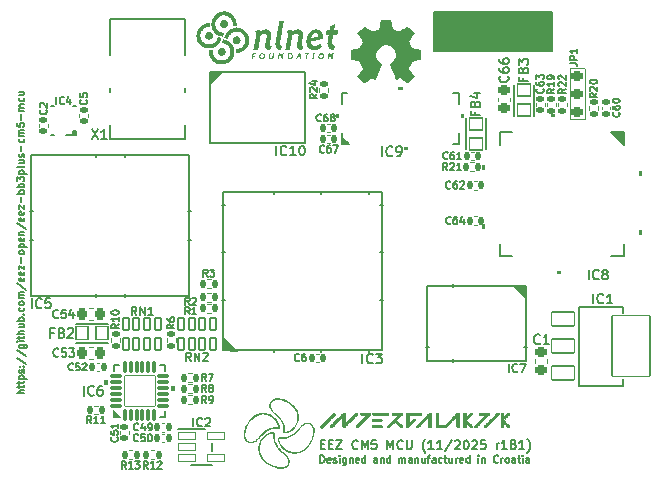
<source format=gto>
%TF.GenerationSoftware,KiCad,Pcbnew,9.0.6-9.0.6~ubuntu24.04.1*%
%TF.CreationDate,2025-11-03T07:51:59+01:00*%
%TF.ProjectId,BB3plus CM5 STM32H7 module,42423370-6c75-4732-9043-4d352053544d,rev?*%
%TF.SameCoordinates,Original*%
%TF.FileFunction,Legend,Top*%
%TF.FilePolarity,Positive*%
%FSLAX46Y46*%
G04 Gerber Fmt 4.6, Leading zero omitted, Abs format (unit mm)*
G04 Created by KiCad (PCBNEW 9.0.6-9.0.6~ubuntu24.04.1) date 2025-11-03 07:51:59*
%MOMM*%
%LPD*%
G01*
G04 APERTURE LIST*
G04 Aperture macros list*
%AMRoundRect*
0 Rectangle with rounded corners*
0 $1 Rounding radius*
0 $2 $3 $4 $5 $6 $7 $8 $9 X,Y pos of 4 corners*
0 Add a 4 corners polygon primitive as box body*
4,1,4,$2,$3,$4,$5,$6,$7,$8,$9,$2,$3,0*
0 Add four circle primitives for the rounded corners*
1,1,$1+$1,$2,$3*
1,1,$1+$1,$4,$5*
1,1,$1+$1,$6,$7*
1,1,$1+$1,$8,$9*
0 Add four rect primitives between the rounded corners*
20,1,$1+$1,$2,$3,$4,$5,0*
20,1,$1+$1,$4,$5,$6,$7,0*
20,1,$1+$1,$6,$7,$8,$9,0*
20,1,$1+$1,$8,$9,$2,$3,0*%
G04 Aperture macros list end*
%ADD10C,0.152400*%
%ADD11C,0.100000*%
%ADD12C,0.120000*%
%ADD13C,0.010000*%
%ADD14C,0.127000*%
%ADD15C,0.000000*%
%ADD16RoundRect,0.225000X0.250000X-0.225000X0.250000X0.225000X-0.250000X0.225000X-0.250000X-0.225000X0*%
%ADD17RoundRect,0.135000X0.135000X0.185000X-0.135000X0.185000X-0.135000X-0.185000X0.135000X-0.185000X0*%
%ADD18RoundRect,0.225000X-0.225000X-0.250000X0.225000X-0.250000X0.225000X0.250000X-0.225000X0.250000X0*%
%ADD19RoundRect,0.057252X0.556248X-0.506248X0.556248X0.506248X-0.556248X0.506248X-0.556248X-0.506248X0*%
%ADD20RoundRect,0.140000X-0.140000X-0.170000X0.140000X-0.170000X0.140000X0.170000X-0.140000X0.170000X0*%
%ADD21RoundRect,0.135000X-0.185000X0.135000X-0.185000X-0.135000X0.185000X-0.135000X0.185000X0.135000X0*%
%ADD22RoundRect,0.140000X0.170000X-0.140000X0.170000X0.140000X-0.170000X0.140000X-0.170000X-0.140000X0*%
%ADD23RoundRect,0.140000X0.140000X0.170000X-0.140000X0.170000X-0.140000X-0.170000X0.140000X-0.170000X0*%
%ADD24C,1.500000*%
%ADD25C,0.355600*%
%ADD26R,0.228600X1.143000*%
%ADD27R,1.143000X0.228600*%
%ADD28R,5.000000X5.000000*%
%ADD29RoundRect,0.225000X-0.250000X0.225000X-0.250000X-0.225000X0.250000X-0.225000X0.250000X0.225000X0*%
%ADD30C,0.370000*%
%ADD31R,0.300000X0.850000*%
%ADD32R,0.850000X0.300000*%
%ADD33RoundRect,0.135000X0.185000X-0.135000X0.185000X0.135000X-0.185000X0.135000X-0.185000X-0.135000X0*%
%ADD34C,0.228600*%
%ADD35RoundRect,0.225000X0.225000X0.250000X-0.225000X0.250000X-0.225000X-0.250000X0.225000X-0.250000X0*%
%ADD36RoundRect,0.057573X-0.971127X-0.590127X0.971127X-0.590127X0.971127X0.590127X-0.971127X0.590127X0*%
%ADD37RoundRect,0.053238X-1.610462X-2.562962X1.610462X-2.562962X1.610462X2.562962X-1.610462X2.562962X0*%
%ADD38RoundRect,0.140000X-0.170000X0.140000X-0.170000X-0.140000X0.170000X-0.140000X0.170000X0.140000X0*%
%ADD39RoundRect,0.135000X-0.135000X-0.185000X0.135000X-0.185000X0.135000X0.185000X-0.135000X0.185000X0*%
%ADD40R,0.449999X0.299999*%
%ADD41R,1.000000X1.599999*%
%ADD42RoundRect,0.063703X0.249797X0.499797X-0.249797X0.499797X-0.249797X-0.499797X0.249797X-0.499797X0*%
%ADD43C,2.387600*%
%ADD44C,0.990600*%
%ADD45RoundRect,0.457200X0.000010X-0.000010X0.000010X0.000010X-0.000010X0.000010X-0.000010X-0.000010X0*%
%ADD46RoundRect,0.062345X-0.737755X-0.280555X0.737755X-0.280555X0.737755X0.280555X-0.737755X0.280555X0*%
%ADD47RoundRect,0.057252X-0.506248X-0.556248X0.506248X-0.556248X0.506248X0.556248X-0.506248X0.556248X0*%
%ADD48RoundRect,0.076200X-0.114300X-0.419100X0.114300X-0.419100X0.114300X0.419100X-0.114300X0.419100X0*%
%ADD49RoundRect,0.076200X-0.419100X0.114300X-0.419100X-0.114300X0.419100X-0.114300X0.419100X0.114300X0*%
%ADD50RoundRect,0.053290X1.305610X-1.305610X1.305610X1.305610X-1.305610X1.305610X-1.305610X-1.305610X0*%
%ADD51C,6.100000*%
G04 APERTURE END LIST*
D10*
X130270000Y-72740000D02*
X140260000Y-72740000D01*
X140260000Y-76020000D01*
X130270000Y-76020000D01*
X130270000Y-72740000D01*
G36*
X130270000Y-72740000D02*
G01*
X140260000Y-72740000D01*
X140260000Y-76020000D01*
X130270000Y-76020000D01*
X130270000Y-72740000D01*
G37*
X95557471Y-105039950D02*
X94947871Y-105039950D01*
X95557471Y-104778693D02*
X95238157Y-104778693D01*
X95238157Y-104778693D02*
X95180100Y-104807721D01*
X95180100Y-104807721D02*
X95151071Y-104865778D01*
X95151071Y-104865778D02*
X95151071Y-104952864D01*
X95151071Y-104952864D02*
X95180100Y-105010921D01*
X95180100Y-105010921D02*
X95209128Y-105039950D01*
X95151071Y-104575492D02*
X95151071Y-104343264D01*
X94947871Y-104488407D02*
X95470385Y-104488407D01*
X95470385Y-104488407D02*
X95528443Y-104459378D01*
X95528443Y-104459378D02*
X95557471Y-104401321D01*
X95557471Y-104401321D02*
X95557471Y-104343264D01*
X95151071Y-104227149D02*
X95151071Y-103994921D01*
X94947871Y-104140064D02*
X95470385Y-104140064D01*
X95470385Y-104140064D02*
X95528443Y-104111035D01*
X95528443Y-104111035D02*
X95557471Y-104052978D01*
X95557471Y-104052978D02*
X95557471Y-103994921D01*
X95151071Y-103791721D02*
X95760671Y-103791721D01*
X95180100Y-103791721D02*
X95151071Y-103733664D01*
X95151071Y-103733664D02*
X95151071Y-103617549D01*
X95151071Y-103617549D02*
X95180100Y-103559492D01*
X95180100Y-103559492D02*
X95209128Y-103530464D01*
X95209128Y-103530464D02*
X95267185Y-103501435D01*
X95267185Y-103501435D02*
X95441357Y-103501435D01*
X95441357Y-103501435D02*
X95499414Y-103530464D01*
X95499414Y-103530464D02*
X95528443Y-103559492D01*
X95528443Y-103559492D02*
X95557471Y-103617549D01*
X95557471Y-103617549D02*
X95557471Y-103733664D01*
X95557471Y-103733664D02*
X95528443Y-103791721D01*
X95528443Y-103269206D02*
X95557471Y-103211149D01*
X95557471Y-103211149D02*
X95557471Y-103095035D01*
X95557471Y-103095035D02*
X95528443Y-103036978D01*
X95528443Y-103036978D02*
X95470385Y-103007949D01*
X95470385Y-103007949D02*
X95441357Y-103007949D01*
X95441357Y-103007949D02*
X95383300Y-103036978D01*
X95383300Y-103036978D02*
X95354271Y-103095035D01*
X95354271Y-103095035D02*
X95354271Y-103182121D01*
X95354271Y-103182121D02*
X95325243Y-103240178D01*
X95325243Y-103240178D02*
X95267185Y-103269206D01*
X95267185Y-103269206D02*
X95238157Y-103269206D01*
X95238157Y-103269206D02*
X95180100Y-103240178D01*
X95180100Y-103240178D02*
X95151071Y-103182121D01*
X95151071Y-103182121D02*
X95151071Y-103095035D01*
X95151071Y-103095035D02*
X95180100Y-103036978D01*
X95499414Y-102746692D02*
X95528443Y-102717663D01*
X95528443Y-102717663D02*
X95557471Y-102746692D01*
X95557471Y-102746692D02*
X95528443Y-102775720D01*
X95528443Y-102775720D02*
X95499414Y-102746692D01*
X95499414Y-102746692D02*
X95557471Y-102746692D01*
X95180100Y-102746692D02*
X95209128Y-102717663D01*
X95209128Y-102717663D02*
X95238157Y-102746692D01*
X95238157Y-102746692D02*
X95209128Y-102775720D01*
X95209128Y-102775720D02*
X95180100Y-102746692D01*
X95180100Y-102746692D02*
X95238157Y-102746692D01*
X94918843Y-102020977D02*
X95702614Y-102543491D01*
X94918843Y-101382348D02*
X95702614Y-101904862D01*
X95151071Y-100917891D02*
X95644557Y-100917891D01*
X95644557Y-100917891D02*
X95702614Y-100946919D01*
X95702614Y-100946919D02*
X95731643Y-100975948D01*
X95731643Y-100975948D02*
X95760671Y-101034005D01*
X95760671Y-101034005D02*
X95760671Y-101121091D01*
X95760671Y-101121091D02*
X95731643Y-101179148D01*
X95528443Y-100917891D02*
X95557471Y-100975948D01*
X95557471Y-100975948D02*
X95557471Y-101092062D01*
X95557471Y-101092062D02*
X95528443Y-101150119D01*
X95528443Y-101150119D02*
X95499414Y-101179148D01*
X95499414Y-101179148D02*
X95441357Y-101208176D01*
X95441357Y-101208176D02*
X95267185Y-101208176D01*
X95267185Y-101208176D02*
X95209128Y-101179148D01*
X95209128Y-101179148D02*
X95180100Y-101150119D01*
X95180100Y-101150119D02*
X95151071Y-101092062D01*
X95151071Y-101092062D02*
X95151071Y-100975948D01*
X95151071Y-100975948D02*
X95180100Y-100917891D01*
X95557471Y-100627605D02*
X95151071Y-100627605D01*
X94947871Y-100627605D02*
X94976900Y-100656633D01*
X94976900Y-100656633D02*
X95005928Y-100627605D01*
X95005928Y-100627605D02*
X94976900Y-100598576D01*
X94976900Y-100598576D02*
X94947871Y-100627605D01*
X94947871Y-100627605D02*
X95005928Y-100627605D01*
X95151071Y-100424404D02*
X95151071Y-100192176D01*
X94947871Y-100337319D02*
X95470385Y-100337319D01*
X95470385Y-100337319D02*
X95528443Y-100308290D01*
X95528443Y-100308290D02*
X95557471Y-100250233D01*
X95557471Y-100250233D02*
X95557471Y-100192176D01*
X95557471Y-99988976D02*
X94947871Y-99988976D01*
X95557471Y-99727719D02*
X95238157Y-99727719D01*
X95238157Y-99727719D02*
X95180100Y-99756747D01*
X95180100Y-99756747D02*
X95151071Y-99814804D01*
X95151071Y-99814804D02*
X95151071Y-99901890D01*
X95151071Y-99901890D02*
X95180100Y-99959947D01*
X95180100Y-99959947D02*
X95209128Y-99988976D01*
X95151071Y-99176176D02*
X95557471Y-99176176D01*
X95151071Y-99437433D02*
X95470385Y-99437433D01*
X95470385Y-99437433D02*
X95528443Y-99408404D01*
X95528443Y-99408404D02*
X95557471Y-99350347D01*
X95557471Y-99350347D02*
X95557471Y-99263261D01*
X95557471Y-99263261D02*
X95528443Y-99205204D01*
X95528443Y-99205204D02*
X95499414Y-99176176D01*
X95557471Y-98885890D02*
X94947871Y-98885890D01*
X95180100Y-98885890D02*
X95151071Y-98827833D01*
X95151071Y-98827833D02*
X95151071Y-98711718D01*
X95151071Y-98711718D02*
X95180100Y-98653661D01*
X95180100Y-98653661D02*
X95209128Y-98624633D01*
X95209128Y-98624633D02*
X95267185Y-98595604D01*
X95267185Y-98595604D02*
X95441357Y-98595604D01*
X95441357Y-98595604D02*
X95499414Y-98624633D01*
X95499414Y-98624633D02*
X95528443Y-98653661D01*
X95528443Y-98653661D02*
X95557471Y-98711718D01*
X95557471Y-98711718D02*
X95557471Y-98827833D01*
X95557471Y-98827833D02*
X95528443Y-98885890D01*
X95499414Y-98334347D02*
X95528443Y-98305318D01*
X95528443Y-98305318D02*
X95557471Y-98334347D01*
X95557471Y-98334347D02*
X95528443Y-98363375D01*
X95528443Y-98363375D02*
X95499414Y-98334347D01*
X95499414Y-98334347D02*
X95557471Y-98334347D01*
X95528443Y-97782804D02*
X95557471Y-97840861D01*
X95557471Y-97840861D02*
X95557471Y-97956975D01*
X95557471Y-97956975D02*
X95528443Y-98015032D01*
X95528443Y-98015032D02*
X95499414Y-98044061D01*
X95499414Y-98044061D02*
X95441357Y-98073089D01*
X95441357Y-98073089D02*
X95267185Y-98073089D01*
X95267185Y-98073089D02*
X95209128Y-98044061D01*
X95209128Y-98044061D02*
X95180100Y-98015032D01*
X95180100Y-98015032D02*
X95151071Y-97956975D01*
X95151071Y-97956975D02*
X95151071Y-97840861D01*
X95151071Y-97840861D02*
X95180100Y-97782804D01*
X95557471Y-97434461D02*
X95528443Y-97492518D01*
X95528443Y-97492518D02*
X95499414Y-97521547D01*
X95499414Y-97521547D02*
X95441357Y-97550575D01*
X95441357Y-97550575D02*
X95267185Y-97550575D01*
X95267185Y-97550575D02*
X95209128Y-97521547D01*
X95209128Y-97521547D02*
X95180100Y-97492518D01*
X95180100Y-97492518D02*
X95151071Y-97434461D01*
X95151071Y-97434461D02*
X95151071Y-97347375D01*
X95151071Y-97347375D02*
X95180100Y-97289318D01*
X95180100Y-97289318D02*
X95209128Y-97260290D01*
X95209128Y-97260290D02*
X95267185Y-97231261D01*
X95267185Y-97231261D02*
X95441357Y-97231261D01*
X95441357Y-97231261D02*
X95499414Y-97260290D01*
X95499414Y-97260290D02*
X95528443Y-97289318D01*
X95528443Y-97289318D02*
X95557471Y-97347375D01*
X95557471Y-97347375D02*
X95557471Y-97434461D01*
X95557471Y-96970004D02*
X95151071Y-96970004D01*
X95209128Y-96970004D02*
X95180100Y-96940975D01*
X95180100Y-96940975D02*
X95151071Y-96882918D01*
X95151071Y-96882918D02*
X95151071Y-96795832D01*
X95151071Y-96795832D02*
X95180100Y-96737775D01*
X95180100Y-96737775D02*
X95238157Y-96708747D01*
X95238157Y-96708747D02*
X95557471Y-96708747D01*
X95238157Y-96708747D02*
X95180100Y-96679718D01*
X95180100Y-96679718D02*
X95151071Y-96621661D01*
X95151071Y-96621661D02*
X95151071Y-96534575D01*
X95151071Y-96534575D02*
X95180100Y-96476518D01*
X95180100Y-96476518D02*
X95238157Y-96447489D01*
X95238157Y-96447489D02*
X95557471Y-96447489D01*
X94918843Y-95721775D02*
X95702614Y-96244289D01*
X95528443Y-95286346D02*
X95557471Y-95344403D01*
X95557471Y-95344403D02*
X95557471Y-95460518D01*
X95557471Y-95460518D02*
X95528443Y-95518575D01*
X95528443Y-95518575D02*
X95470385Y-95547603D01*
X95470385Y-95547603D02*
X95238157Y-95547603D01*
X95238157Y-95547603D02*
X95180100Y-95518575D01*
X95180100Y-95518575D02*
X95151071Y-95460518D01*
X95151071Y-95460518D02*
X95151071Y-95344403D01*
X95151071Y-95344403D02*
X95180100Y-95286346D01*
X95180100Y-95286346D02*
X95238157Y-95257318D01*
X95238157Y-95257318D02*
X95296214Y-95257318D01*
X95296214Y-95257318D02*
X95354271Y-95547603D01*
X95528443Y-94763832D02*
X95557471Y-94821889D01*
X95557471Y-94821889D02*
X95557471Y-94938004D01*
X95557471Y-94938004D02*
X95528443Y-94996061D01*
X95528443Y-94996061D02*
X95470385Y-95025089D01*
X95470385Y-95025089D02*
X95238157Y-95025089D01*
X95238157Y-95025089D02*
X95180100Y-94996061D01*
X95180100Y-94996061D02*
X95151071Y-94938004D01*
X95151071Y-94938004D02*
X95151071Y-94821889D01*
X95151071Y-94821889D02*
X95180100Y-94763832D01*
X95180100Y-94763832D02*
X95238157Y-94734804D01*
X95238157Y-94734804D02*
X95296214Y-94734804D01*
X95296214Y-94734804D02*
X95354271Y-95025089D01*
X95151071Y-94531604D02*
X95151071Y-94212290D01*
X95151071Y-94212290D02*
X95557471Y-94531604D01*
X95557471Y-94531604D02*
X95557471Y-94212290D01*
X95325243Y-93980061D02*
X95325243Y-93515604D01*
X95557471Y-93138232D02*
X95528443Y-93196289D01*
X95528443Y-93196289D02*
X95499414Y-93225318D01*
X95499414Y-93225318D02*
X95441357Y-93254346D01*
X95441357Y-93254346D02*
X95267185Y-93254346D01*
X95267185Y-93254346D02*
X95209128Y-93225318D01*
X95209128Y-93225318D02*
X95180100Y-93196289D01*
X95180100Y-93196289D02*
X95151071Y-93138232D01*
X95151071Y-93138232D02*
X95151071Y-93051146D01*
X95151071Y-93051146D02*
X95180100Y-92993089D01*
X95180100Y-92993089D02*
X95209128Y-92964061D01*
X95209128Y-92964061D02*
X95267185Y-92935032D01*
X95267185Y-92935032D02*
X95441357Y-92935032D01*
X95441357Y-92935032D02*
X95499414Y-92964061D01*
X95499414Y-92964061D02*
X95528443Y-92993089D01*
X95528443Y-92993089D02*
X95557471Y-93051146D01*
X95557471Y-93051146D02*
X95557471Y-93138232D01*
X95151071Y-92673775D02*
X95760671Y-92673775D01*
X95180100Y-92673775D02*
X95151071Y-92615718D01*
X95151071Y-92615718D02*
X95151071Y-92499603D01*
X95151071Y-92499603D02*
X95180100Y-92441546D01*
X95180100Y-92441546D02*
X95209128Y-92412518D01*
X95209128Y-92412518D02*
X95267185Y-92383489D01*
X95267185Y-92383489D02*
X95441357Y-92383489D01*
X95441357Y-92383489D02*
X95499414Y-92412518D01*
X95499414Y-92412518D02*
X95528443Y-92441546D01*
X95528443Y-92441546D02*
X95557471Y-92499603D01*
X95557471Y-92499603D02*
X95557471Y-92615718D01*
X95557471Y-92615718D02*
X95528443Y-92673775D01*
X95528443Y-91890003D02*
X95557471Y-91948060D01*
X95557471Y-91948060D02*
X95557471Y-92064175D01*
X95557471Y-92064175D02*
X95528443Y-92122232D01*
X95528443Y-92122232D02*
X95470385Y-92151260D01*
X95470385Y-92151260D02*
X95238157Y-92151260D01*
X95238157Y-92151260D02*
X95180100Y-92122232D01*
X95180100Y-92122232D02*
X95151071Y-92064175D01*
X95151071Y-92064175D02*
X95151071Y-91948060D01*
X95151071Y-91948060D02*
X95180100Y-91890003D01*
X95180100Y-91890003D02*
X95238157Y-91860975D01*
X95238157Y-91860975D02*
X95296214Y-91860975D01*
X95296214Y-91860975D02*
X95354271Y-92151260D01*
X95151071Y-91599718D02*
X95557471Y-91599718D01*
X95209128Y-91599718D02*
X95180100Y-91570689D01*
X95180100Y-91570689D02*
X95151071Y-91512632D01*
X95151071Y-91512632D02*
X95151071Y-91425546D01*
X95151071Y-91425546D02*
X95180100Y-91367489D01*
X95180100Y-91367489D02*
X95238157Y-91338461D01*
X95238157Y-91338461D02*
X95557471Y-91338461D01*
X94918843Y-90612746D02*
X95702614Y-91135260D01*
X95528443Y-90177317D02*
X95557471Y-90235374D01*
X95557471Y-90235374D02*
X95557471Y-90351489D01*
X95557471Y-90351489D02*
X95528443Y-90409546D01*
X95528443Y-90409546D02*
X95470385Y-90438574D01*
X95470385Y-90438574D02*
X95238157Y-90438574D01*
X95238157Y-90438574D02*
X95180100Y-90409546D01*
X95180100Y-90409546D02*
X95151071Y-90351489D01*
X95151071Y-90351489D02*
X95151071Y-90235374D01*
X95151071Y-90235374D02*
X95180100Y-90177317D01*
X95180100Y-90177317D02*
X95238157Y-90148289D01*
X95238157Y-90148289D02*
X95296214Y-90148289D01*
X95296214Y-90148289D02*
X95354271Y-90438574D01*
X95528443Y-89654803D02*
X95557471Y-89712860D01*
X95557471Y-89712860D02*
X95557471Y-89828975D01*
X95557471Y-89828975D02*
X95528443Y-89887032D01*
X95528443Y-89887032D02*
X95470385Y-89916060D01*
X95470385Y-89916060D02*
X95238157Y-89916060D01*
X95238157Y-89916060D02*
X95180100Y-89887032D01*
X95180100Y-89887032D02*
X95151071Y-89828975D01*
X95151071Y-89828975D02*
X95151071Y-89712860D01*
X95151071Y-89712860D02*
X95180100Y-89654803D01*
X95180100Y-89654803D02*
X95238157Y-89625775D01*
X95238157Y-89625775D02*
X95296214Y-89625775D01*
X95296214Y-89625775D02*
X95354271Y-89916060D01*
X95151071Y-89422575D02*
X95151071Y-89103261D01*
X95151071Y-89103261D02*
X95557471Y-89422575D01*
X95557471Y-89422575D02*
X95557471Y-89103261D01*
X95325243Y-88871032D02*
X95325243Y-88406575D01*
X95557471Y-88116289D02*
X94947871Y-88116289D01*
X95180100Y-88116289D02*
X95151071Y-88058232D01*
X95151071Y-88058232D02*
X95151071Y-87942117D01*
X95151071Y-87942117D02*
X95180100Y-87884060D01*
X95180100Y-87884060D02*
X95209128Y-87855032D01*
X95209128Y-87855032D02*
X95267185Y-87826003D01*
X95267185Y-87826003D02*
X95441357Y-87826003D01*
X95441357Y-87826003D02*
X95499414Y-87855032D01*
X95499414Y-87855032D02*
X95528443Y-87884060D01*
X95528443Y-87884060D02*
X95557471Y-87942117D01*
X95557471Y-87942117D02*
X95557471Y-88058232D01*
X95557471Y-88058232D02*
X95528443Y-88116289D01*
X95557471Y-87564746D02*
X94947871Y-87564746D01*
X95180100Y-87564746D02*
X95151071Y-87506689D01*
X95151071Y-87506689D02*
X95151071Y-87390574D01*
X95151071Y-87390574D02*
X95180100Y-87332517D01*
X95180100Y-87332517D02*
X95209128Y-87303489D01*
X95209128Y-87303489D02*
X95267185Y-87274460D01*
X95267185Y-87274460D02*
X95441357Y-87274460D01*
X95441357Y-87274460D02*
X95499414Y-87303489D01*
X95499414Y-87303489D02*
X95528443Y-87332517D01*
X95528443Y-87332517D02*
X95557471Y-87390574D01*
X95557471Y-87390574D02*
X95557471Y-87506689D01*
X95557471Y-87506689D02*
X95528443Y-87564746D01*
X94947871Y-87071260D02*
X94947871Y-86693888D01*
X94947871Y-86693888D02*
X95180100Y-86897088D01*
X95180100Y-86897088D02*
X95180100Y-86810003D01*
X95180100Y-86810003D02*
X95209128Y-86751946D01*
X95209128Y-86751946D02*
X95238157Y-86722917D01*
X95238157Y-86722917D02*
X95296214Y-86693888D01*
X95296214Y-86693888D02*
X95441357Y-86693888D01*
X95441357Y-86693888D02*
X95499414Y-86722917D01*
X95499414Y-86722917D02*
X95528443Y-86751946D01*
X95528443Y-86751946D02*
X95557471Y-86810003D01*
X95557471Y-86810003D02*
X95557471Y-86984174D01*
X95557471Y-86984174D02*
X95528443Y-87042231D01*
X95528443Y-87042231D02*
X95499414Y-87071260D01*
X95151071Y-86432632D02*
X95760671Y-86432632D01*
X95180100Y-86432632D02*
X95151071Y-86374575D01*
X95151071Y-86374575D02*
X95151071Y-86258460D01*
X95151071Y-86258460D02*
X95180100Y-86200403D01*
X95180100Y-86200403D02*
X95209128Y-86171375D01*
X95209128Y-86171375D02*
X95267185Y-86142346D01*
X95267185Y-86142346D02*
X95441357Y-86142346D01*
X95441357Y-86142346D02*
X95499414Y-86171375D01*
X95499414Y-86171375D02*
X95528443Y-86200403D01*
X95528443Y-86200403D02*
X95557471Y-86258460D01*
X95557471Y-86258460D02*
X95557471Y-86374575D01*
X95557471Y-86374575D02*
X95528443Y-86432632D01*
X95557471Y-85794003D02*
X95528443Y-85852060D01*
X95528443Y-85852060D02*
X95470385Y-85881089D01*
X95470385Y-85881089D02*
X94947871Y-85881089D01*
X95151071Y-85300518D02*
X95557471Y-85300518D01*
X95151071Y-85561775D02*
X95470385Y-85561775D01*
X95470385Y-85561775D02*
X95528443Y-85532746D01*
X95528443Y-85532746D02*
X95557471Y-85474689D01*
X95557471Y-85474689D02*
X95557471Y-85387603D01*
X95557471Y-85387603D02*
X95528443Y-85329546D01*
X95528443Y-85329546D02*
X95499414Y-85300518D01*
X95528443Y-85039260D02*
X95557471Y-84981203D01*
X95557471Y-84981203D02*
X95557471Y-84865089D01*
X95557471Y-84865089D02*
X95528443Y-84807032D01*
X95528443Y-84807032D02*
X95470385Y-84778003D01*
X95470385Y-84778003D02*
X95441357Y-84778003D01*
X95441357Y-84778003D02*
X95383300Y-84807032D01*
X95383300Y-84807032D02*
X95354271Y-84865089D01*
X95354271Y-84865089D02*
X95354271Y-84952175D01*
X95354271Y-84952175D02*
X95325243Y-85010232D01*
X95325243Y-85010232D02*
X95267185Y-85039260D01*
X95267185Y-85039260D02*
X95238157Y-85039260D01*
X95238157Y-85039260D02*
X95180100Y-85010232D01*
X95180100Y-85010232D02*
X95151071Y-84952175D01*
X95151071Y-84952175D02*
X95151071Y-84865089D01*
X95151071Y-84865089D02*
X95180100Y-84807032D01*
X95325243Y-84516746D02*
X95325243Y-84052289D01*
X95528443Y-83500746D02*
X95557471Y-83558803D01*
X95557471Y-83558803D02*
X95557471Y-83674917D01*
X95557471Y-83674917D02*
X95528443Y-83732974D01*
X95528443Y-83732974D02*
X95499414Y-83762003D01*
X95499414Y-83762003D02*
X95441357Y-83791031D01*
X95441357Y-83791031D02*
X95267185Y-83791031D01*
X95267185Y-83791031D02*
X95209128Y-83762003D01*
X95209128Y-83762003D02*
X95180100Y-83732974D01*
X95180100Y-83732974D02*
X95151071Y-83674917D01*
X95151071Y-83674917D02*
X95151071Y-83558803D01*
X95151071Y-83558803D02*
X95180100Y-83500746D01*
X95557471Y-83239489D02*
X95151071Y-83239489D01*
X95209128Y-83239489D02*
X95180100Y-83210460D01*
X95180100Y-83210460D02*
X95151071Y-83152403D01*
X95151071Y-83152403D02*
X95151071Y-83065317D01*
X95151071Y-83065317D02*
X95180100Y-83007260D01*
X95180100Y-83007260D02*
X95238157Y-82978232D01*
X95238157Y-82978232D02*
X95557471Y-82978232D01*
X95238157Y-82978232D02*
X95180100Y-82949203D01*
X95180100Y-82949203D02*
X95151071Y-82891146D01*
X95151071Y-82891146D02*
X95151071Y-82804060D01*
X95151071Y-82804060D02*
X95180100Y-82746003D01*
X95180100Y-82746003D02*
X95238157Y-82716974D01*
X95238157Y-82716974D02*
X95557471Y-82716974D01*
X94947871Y-82136403D02*
X94947871Y-82426689D01*
X94947871Y-82426689D02*
X95238157Y-82455717D01*
X95238157Y-82455717D02*
X95209128Y-82426689D01*
X95209128Y-82426689D02*
X95180100Y-82368632D01*
X95180100Y-82368632D02*
X95180100Y-82223489D01*
X95180100Y-82223489D02*
X95209128Y-82165432D01*
X95209128Y-82165432D02*
X95238157Y-82136403D01*
X95238157Y-82136403D02*
X95296214Y-82107374D01*
X95296214Y-82107374D02*
X95441357Y-82107374D01*
X95441357Y-82107374D02*
X95499414Y-82136403D01*
X95499414Y-82136403D02*
X95528443Y-82165432D01*
X95528443Y-82165432D02*
X95557471Y-82223489D01*
X95557471Y-82223489D02*
X95557471Y-82368632D01*
X95557471Y-82368632D02*
X95528443Y-82426689D01*
X95528443Y-82426689D02*
X95499414Y-82455717D01*
X95325243Y-81846118D02*
X95325243Y-81381661D01*
X95557471Y-81091375D02*
X95151071Y-81091375D01*
X95209128Y-81091375D02*
X95180100Y-81062346D01*
X95180100Y-81062346D02*
X95151071Y-81004289D01*
X95151071Y-81004289D02*
X95151071Y-80917203D01*
X95151071Y-80917203D02*
X95180100Y-80859146D01*
X95180100Y-80859146D02*
X95238157Y-80830118D01*
X95238157Y-80830118D02*
X95557471Y-80830118D01*
X95238157Y-80830118D02*
X95180100Y-80801089D01*
X95180100Y-80801089D02*
X95151071Y-80743032D01*
X95151071Y-80743032D02*
X95151071Y-80655946D01*
X95151071Y-80655946D02*
X95180100Y-80597889D01*
X95180100Y-80597889D02*
X95238157Y-80568860D01*
X95238157Y-80568860D02*
X95557471Y-80568860D01*
X95528443Y-80017318D02*
X95557471Y-80075375D01*
X95557471Y-80075375D02*
X95557471Y-80191489D01*
X95557471Y-80191489D02*
X95528443Y-80249546D01*
X95528443Y-80249546D02*
X95499414Y-80278575D01*
X95499414Y-80278575D02*
X95441357Y-80307603D01*
X95441357Y-80307603D02*
X95267185Y-80307603D01*
X95267185Y-80307603D02*
X95209128Y-80278575D01*
X95209128Y-80278575D02*
X95180100Y-80249546D01*
X95180100Y-80249546D02*
X95151071Y-80191489D01*
X95151071Y-80191489D02*
X95151071Y-80075375D01*
X95151071Y-80075375D02*
X95180100Y-80017318D01*
X95151071Y-79494804D02*
X95557471Y-79494804D01*
X95151071Y-79756061D02*
X95470385Y-79756061D01*
X95470385Y-79756061D02*
X95528443Y-79727032D01*
X95528443Y-79727032D02*
X95557471Y-79668975D01*
X95557471Y-79668975D02*
X95557471Y-79581889D01*
X95557471Y-79581889D02*
X95528443Y-79523832D01*
X95528443Y-79523832D02*
X95499414Y-79494804D01*
X120681691Y-109359677D02*
X120935691Y-109359677D01*
X121044548Y-109758820D02*
X120681691Y-109758820D01*
X120681691Y-109758820D02*
X120681691Y-108996820D01*
X120681691Y-108996820D02*
X121044548Y-108996820D01*
X121371120Y-109359677D02*
X121625120Y-109359677D01*
X121733977Y-109758820D02*
X121371120Y-109758820D01*
X121371120Y-109758820D02*
X121371120Y-108996820D01*
X121371120Y-108996820D02*
X121733977Y-108996820D01*
X121987978Y-108996820D02*
X122495978Y-108996820D01*
X122495978Y-108996820D02*
X121987978Y-109758820D01*
X121987978Y-109758820D02*
X122495978Y-109758820D01*
X123802263Y-109686249D02*
X123765977Y-109722535D01*
X123765977Y-109722535D02*
X123657120Y-109758820D01*
X123657120Y-109758820D02*
X123584548Y-109758820D01*
X123584548Y-109758820D02*
X123475691Y-109722535D01*
X123475691Y-109722535D02*
X123403120Y-109649963D01*
X123403120Y-109649963D02*
X123366834Y-109577392D01*
X123366834Y-109577392D02*
X123330548Y-109432249D01*
X123330548Y-109432249D02*
X123330548Y-109323392D01*
X123330548Y-109323392D02*
X123366834Y-109178249D01*
X123366834Y-109178249D02*
X123403120Y-109105677D01*
X123403120Y-109105677D02*
X123475691Y-109033106D01*
X123475691Y-109033106D02*
X123584548Y-108996820D01*
X123584548Y-108996820D02*
X123657120Y-108996820D01*
X123657120Y-108996820D02*
X123765977Y-109033106D01*
X123765977Y-109033106D02*
X123802263Y-109069392D01*
X124128834Y-109758820D02*
X124128834Y-108996820D01*
X124128834Y-108996820D02*
X124382834Y-109541106D01*
X124382834Y-109541106D02*
X124636834Y-108996820D01*
X124636834Y-108996820D02*
X124636834Y-109758820D01*
X125362548Y-108996820D02*
X124999691Y-108996820D01*
X124999691Y-108996820D02*
X124963405Y-109359677D01*
X124963405Y-109359677D02*
X124999691Y-109323392D01*
X124999691Y-109323392D02*
X125072263Y-109287106D01*
X125072263Y-109287106D02*
X125253691Y-109287106D01*
X125253691Y-109287106D02*
X125326263Y-109323392D01*
X125326263Y-109323392D02*
X125362548Y-109359677D01*
X125362548Y-109359677D02*
X125398834Y-109432249D01*
X125398834Y-109432249D02*
X125398834Y-109613677D01*
X125398834Y-109613677D02*
X125362548Y-109686249D01*
X125362548Y-109686249D02*
X125326263Y-109722535D01*
X125326263Y-109722535D02*
X125253691Y-109758820D01*
X125253691Y-109758820D02*
X125072263Y-109758820D01*
X125072263Y-109758820D02*
X124999691Y-109722535D01*
X124999691Y-109722535D02*
X124963405Y-109686249D01*
X126305976Y-109758820D02*
X126305976Y-108996820D01*
X126305976Y-108996820D02*
X126559976Y-109541106D01*
X126559976Y-109541106D02*
X126813976Y-108996820D01*
X126813976Y-108996820D02*
X126813976Y-109758820D01*
X127612262Y-109686249D02*
X127575976Y-109722535D01*
X127575976Y-109722535D02*
X127467119Y-109758820D01*
X127467119Y-109758820D02*
X127394547Y-109758820D01*
X127394547Y-109758820D02*
X127285690Y-109722535D01*
X127285690Y-109722535D02*
X127213119Y-109649963D01*
X127213119Y-109649963D02*
X127176833Y-109577392D01*
X127176833Y-109577392D02*
X127140547Y-109432249D01*
X127140547Y-109432249D02*
X127140547Y-109323392D01*
X127140547Y-109323392D02*
X127176833Y-109178249D01*
X127176833Y-109178249D02*
X127213119Y-109105677D01*
X127213119Y-109105677D02*
X127285690Y-109033106D01*
X127285690Y-109033106D02*
X127394547Y-108996820D01*
X127394547Y-108996820D02*
X127467119Y-108996820D01*
X127467119Y-108996820D02*
X127575976Y-109033106D01*
X127575976Y-109033106D02*
X127612262Y-109069392D01*
X127938833Y-108996820D02*
X127938833Y-109613677D01*
X127938833Y-109613677D02*
X127975119Y-109686249D01*
X127975119Y-109686249D02*
X128011405Y-109722535D01*
X128011405Y-109722535D02*
X128083976Y-109758820D01*
X128083976Y-109758820D02*
X128229119Y-109758820D01*
X128229119Y-109758820D02*
X128301690Y-109722535D01*
X128301690Y-109722535D02*
X128337976Y-109686249D01*
X128337976Y-109686249D02*
X128374262Y-109613677D01*
X128374262Y-109613677D02*
X128374262Y-108996820D01*
X129535404Y-110049106D02*
X129499119Y-110012820D01*
X129499119Y-110012820D02*
X129426547Y-109903963D01*
X129426547Y-109903963D02*
X129390262Y-109831392D01*
X129390262Y-109831392D02*
X129353976Y-109722535D01*
X129353976Y-109722535D02*
X129317690Y-109541106D01*
X129317690Y-109541106D02*
X129317690Y-109395963D01*
X129317690Y-109395963D02*
X129353976Y-109214535D01*
X129353976Y-109214535D02*
X129390262Y-109105677D01*
X129390262Y-109105677D02*
X129426547Y-109033106D01*
X129426547Y-109033106D02*
X129499119Y-108924249D01*
X129499119Y-108924249D02*
X129535404Y-108887963D01*
X130224833Y-109758820D02*
X129789404Y-109758820D01*
X130007119Y-109758820D02*
X130007119Y-108996820D01*
X130007119Y-108996820D02*
X129934547Y-109105677D01*
X129934547Y-109105677D02*
X129861976Y-109178249D01*
X129861976Y-109178249D02*
X129789404Y-109214535D01*
X130950547Y-109758820D02*
X130515118Y-109758820D01*
X130732833Y-109758820D02*
X130732833Y-108996820D01*
X130732833Y-108996820D02*
X130660261Y-109105677D01*
X130660261Y-109105677D02*
X130587690Y-109178249D01*
X130587690Y-109178249D02*
X130515118Y-109214535D01*
X131821404Y-108960535D02*
X131168261Y-109940249D01*
X132039118Y-109069392D02*
X132075404Y-109033106D01*
X132075404Y-109033106D02*
X132147976Y-108996820D01*
X132147976Y-108996820D02*
X132329404Y-108996820D01*
X132329404Y-108996820D02*
X132401976Y-109033106D01*
X132401976Y-109033106D02*
X132438261Y-109069392D01*
X132438261Y-109069392D02*
X132474547Y-109141963D01*
X132474547Y-109141963D02*
X132474547Y-109214535D01*
X132474547Y-109214535D02*
X132438261Y-109323392D01*
X132438261Y-109323392D02*
X132002833Y-109758820D01*
X132002833Y-109758820D02*
X132474547Y-109758820D01*
X132946261Y-108996820D02*
X133018832Y-108996820D01*
X133018832Y-108996820D02*
X133091404Y-109033106D01*
X133091404Y-109033106D02*
X133127690Y-109069392D01*
X133127690Y-109069392D02*
X133163975Y-109141963D01*
X133163975Y-109141963D02*
X133200261Y-109287106D01*
X133200261Y-109287106D02*
X133200261Y-109468535D01*
X133200261Y-109468535D02*
X133163975Y-109613677D01*
X133163975Y-109613677D02*
X133127690Y-109686249D01*
X133127690Y-109686249D02*
X133091404Y-109722535D01*
X133091404Y-109722535D02*
X133018832Y-109758820D01*
X133018832Y-109758820D02*
X132946261Y-109758820D01*
X132946261Y-109758820D02*
X132873690Y-109722535D01*
X132873690Y-109722535D02*
X132837404Y-109686249D01*
X132837404Y-109686249D02*
X132801118Y-109613677D01*
X132801118Y-109613677D02*
X132764832Y-109468535D01*
X132764832Y-109468535D02*
X132764832Y-109287106D01*
X132764832Y-109287106D02*
X132801118Y-109141963D01*
X132801118Y-109141963D02*
X132837404Y-109069392D01*
X132837404Y-109069392D02*
X132873690Y-109033106D01*
X132873690Y-109033106D02*
X132946261Y-108996820D01*
X133490546Y-109069392D02*
X133526832Y-109033106D01*
X133526832Y-109033106D02*
X133599404Y-108996820D01*
X133599404Y-108996820D02*
X133780832Y-108996820D01*
X133780832Y-108996820D02*
X133853404Y-109033106D01*
X133853404Y-109033106D02*
X133889689Y-109069392D01*
X133889689Y-109069392D02*
X133925975Y-109141963D01*
X133925975Y-109141963D02*
X133925975Y-109214535D01*
X133925975Y-109214535D02*
X133889689Y-109323392D01*
X133889689Y-109323392D02*
X133454261Y-109758820D01*
X133454261Y-109758820D02*
X133925975Y-109758820D01*
X134615403Y-108996820D02*
X134252546Y-108996820D01*
X134252546Y-108996820D02*
X134216260Y-109359677D01*
X134216260Y-109359677D02*
X134252546Y-109323392D01*
X134252546Y-109323392D02*
X134325118Y-109287106D01*
X134325118Y-109287106D02*
X134506546Y-109287106D01*
X134506546Y-109287106D02*
X134579118Y-109323392D01*
X134579118Y-109323392D02*
X134615403Y-109359677D01*
X134615403Y-109359677D02*
X134651689Y-109432249D01*
X134651689Y-109432249D02*
X134651689Y-109613677D01*
X134651689Y-109613677D02*
X134615403Y-109686249D01*
X134615403Y-109686249D02*
X134579118Y-109722535D01*
X134579118Y-109722535D02*
X134506546Y-109758820D01*
X134506546Y-109758820D02*
X134325118Y-109758820D01*
X134325118Y-109758820D02*
X134252546Y-109722535D01*
X134252546Y-109722535D02*
X134216260Y-109686249D01*
X135558831Y-109758820D02*
X135558831Y-109250820D01*
X135558831Y-109395963D02*
X135595117Y-109323392D01*
X135595117Y-109323392D02*
X135631403Y-109287106D01*
X135631403Y-109287106D02*
X135703974Y-109250820D01*
X135703974Y-109250820D02*
X135776545Y-109250820D01*
X136429688Y-109758820D02*
X135994259Y-109758820D01*
X136211974Y-109758820D02*
X136211974Y-108996820D01*
X136211974Y-108996820D02*
X136139402Y-109105677D01*
X136139402Y-109105677D02*
X136066831Y-109178249D01*
X136066831Y-109178249D02*
X135994259Y-109214535D01*
X137010259Y-109359677D02*
X137119116Y-109395963D01*
X137119116Y-109395963D02*
X137155402Y-109432249D01*
X137155402Y-109432249D02*
X137191688Y-109504820D01*
X137191688Y-109504820D02*
X137191688Y-109613677D01*
X137191688Y-109613677D02*
X137155402Y-109686249D01*
X137155402Y-109686249D02*
X137119116Y-109722535D01*
X137119116Y-109722535D02*
X137046545Y-109758820D01*
X137046545Y-109758820D02*
X136756259Y-109758820D01*
X136756259Y-109758820D02*
X136756259Y-108996820D01*
X136756259Y-108996820D02*
X137010259Y-108996820D01*
X137010259Y-108996820D02*
X137082831Y-109033106D01*
X137082831Y-109033106D02*
X137119116Y-109069392D01*
X137119116Y-109069392D02*
X137155402Y-109141963D01*
X137155402Y-109141963D02*
X137155402Y-109214535D01*
X137155402Y-109214535D02*
X137119116Y-109287106D01*
X137119116Y-109287106D02*
X137082831Y-109323392D01*
X137082831Y-109323392D02*
X137010259Y-109359677D01*
X137010259Y-109359677D02*
X136756259Y-109359677D01*
X137917402Y-109758820D02*
X137481973Y-109758820D01*
X137699688Y-109758820D02*
X137699688Y-108996820D01*
X137699688Y-108996820D02*
X137627116Y-109105677D01*
X137627116Y-109105677D02*
X137554545Y-109178249D01*
X137554545Y-109178249D02*
X137481973Y-109214535D01*
X138171402Y-110049106D02*
X138207687Y-110012820D01*
X138207687Y-110012820D02*
X138280259Y-109903963D01*
X138280259Y-109903963D02*
X138316545Y-109831392D01*
X138316545Y-109831392D02*
X138352830Y-109722535D01*
X138352830Y-109722535D02*
X138389116Y-109541106D01*
X138389116Y-109541106D02*
X138389116Y-109395963D01*
X138389116Y-109395963D02*
X138352830Y-109214535D01*
X138352830Y-109214535D02*
X138316545Y-109105677D01*
X138316545Y-109105677D02*
X138280259Y-109033106D01*
X138280259Y-109033106D02*
X138207687Y-108924249D01*
X138207687Y-108924249D02*
X138171402Y-108887963D01*
X120645405Y-110897471D02*
X120645405Y-110287871D01*
X120645405Y-110287871D02*
X120790548Y-110287871D01*
X120790548Y-110287871D02*
X120877634Y-110316900D01*
X120877634Y-110316900D02*
X120935691Y-110374957D01*
X120935691Y-110374957D02*
X120964720Y-110433014D01*
X120964720Y-110433014D02*
X120993748Y-110549128D01*
X120993748Y-110549128D02*
X120993748Y-110636214D01*
X120993748Y-110636214D02*
X120964720Y-110752328D01*
X120964720Y-110752328D02*
X120935691Y-110810385D01*
X120935691Y-110810385D02*
X120877634Y-110868443D01*
X120877634Y-110868443D02*
X120790548Y-110897471D01*
X120790548Y-110897471D02*
X120645405Y-110897471D01*
X121487234Y-110868443D02*
X121429177Y-110897471D01*
X121429177Y-110897471D02*
X121313063Y-110897471D01*
X121313063Y-110897471D02*
X121255005Y-110868443D01*
X121255005Y-110868443D02*
X121225977Y-110810385D01*
X121225977Y-110810385D02*
X121225977Y-110578157D01*
X121225977Y-110578157D02*
X121255005Y-110520100D01*
X121255005Y-110520100D02*
X121313063Y-110491071D01*
X121313063Y-110491071D02*
X121429177Y-110491071D01*
X121429177Y-110491071D02*
X121487234Y-110520100D01*
X121487234Y-110520100D02*
X121516263Y-110578157D01*
X121516263Y-110578157D02*
X121516263Y-110636214D01*
X121516263Y-110636214D02*
X121225977Y-110694271D01*
X121748491Y-110868443D02*
X121806548Y-110897471D01*
X121806548Y-110897471D02*
X121922662Y-110897471D01*
X121922662Y-110897471D02*
X121980719Y-110868443D01*
X121980719Y-110868443D02*
X122009748Y-110810385D01*
X122009748Y-110810385D02*
X122009748Y-110781357D01*
X122009748Y-110781357D02*
X121980719Y-110723300D01*
X121980719Y-110723300D02*
X121922662Y-110694271D01*
X121922662Y-110694271D02*
X121835577Y-110694271D01*
X121835577Y-110694271D02*
X121777519Y-110665243D01*
X121777519Y-110665243D02*
X121748491Y-110607185D01*
X121748491Y-110607185D02*
X121748491Y-110578157D01*
X121748491Y-110578157D02*
X121777519Y-110520100D01*
X121777519Y-110520100D02*
X121835577Y-110491071D01*
X121835577Y-110491071D02*
X121922662Y-110491071D01*
X121922662Y-110491071D02*
X121980719Y-110520100D01*
X122271005Y-110897471D02*
X122271005Y-110491071D01*
X122271005Y-110287871D02*
X122241977Y-110316900D01*
X122241977Y-110316900D02*
X122271005Y-110345928D01*
X122271005Y-110345928D02*
X122300034Y-110316900D01*
X122300034Y-110316900D02*
X122271005Y-110287871D01*
X122271005Y-110287871D02*
X122271005Y-110345928D01*
X122822549Y-110491071D02*
X122822549Y-110984557D01*
X122822549Y-110984557D02*
X122793520Y-111042614D01*
X122793520Y-111042614D02*
X122764491Y-111071643D01*
X122764491Y-111071643D02*
X122706434Y-111100671D01*
X122706434Y-111100671D02*
X122619349Y-111100671D01*
X122619349Y-111100671D02*
X122561291Y-111071643D01*
X122822549Y-110868443D02*
X122764491Y-110897471D01*
X122764491Y-110897471D02*
X122648377Y-110897471D01*
X122648377Y-110897471D02*
X122590320Y-110868443D01*
X122590320Y-110868443D02*
X122561291Y-110839414D01*
X122561291Y-110839414D02*
X122532263Y-110781357D01*
X122532263Y-110781357D02*
X122532263Y-110607185D01*
X122532263Y-110607185D02*
X122561291Y-110549128D01*
X122561291Y-110549128D02*
X122590320Y-110520100D01*
X122590320Y-110520100D02*
X122648377Y-110491071D01*
X122648377Y-110491071D02*
X122764491Y-110491071D01*
X122764491Y-110491071D02*
X122822549Y-110520100D01*
X123112834Y-110491071D02*
X123112834Y-110897471D01*
X123112834Y-110549128D02*
X123141863Y-110520100D01*
X123141863Y-110520100D02*
X123199920Y-110491071D01*
X123199920Y-110491071D02*
X123287006Y-110491071D01*
X123287006Y-110491071D02*
X123345063Y-110520100D01*
X123345063Y-110520100D02*
X123374092Y-110578157D01*
X123374092Y-110578157D02*
X123374092Y-110897471D01*
X123896606Y-110868443D02*
X123838549Y-110897471D01*
X123838549Y-110897471D02*
X123722435Y-110897471D01*
X123722435Y-110897471D02*
X123664377Y-110868443D01*
X123664377Y-110868443D02*
X123635349Y-110810385D01*
X123635349Y-110810385D02*
X123635349Y-110578157D01*
X123635349Y-110578157D02*
X123664377Y-110520100D01*
X123664377Y-110520100D02*
X123722435Y-110491071D01*
X123722435Y-110491071D02*
X123838549Y-110491071D01*
X123838549Y-110491071D02*
X123896606Y-110520100D01*
X123896606Y-110520100D02*
X123925635Y-110578157D01*
X123925635Y-110578157D02*
X123925635Y-110636214D01*
X123925635Y-110636214D02*
X123635349Y-110694271D01*
X124448149Y-110897471D02*
X124448149Y-110287871D01*
X124448149Y-110868443D02*
X124390091Y-110897471D01*
X124390091Y-110897471D02*
X124273977Y-110897471D01*
X124273977Y-110897471D02*
X124215920Y-110868443D01*
X124215920Y-110868443D02*
X124186891Y-110839414D01*
X124186891Y-110839414D02*
X124157863Y-110781357D01*
X124157863Y-110781357D02*
X124157863Y-110607185D01*
X124157863Y-110607185D02*
X124186891Y-110549128D01*
X124186891Y-110549128D02*
X124215920Y-110520100D01*
X124215920Y-110520100D02*
X124273977Y-110491071D01*
X124273977Y-110491071D02*
X124390091Y-110491071D01*
X124390091Y-110491071D02*
X124448149Y-110520100D01*
X125464149Y-110897471D02*
X125464149Y-110578157D01*
X125464149Y-110578157D02*
X125435120Y-110520100D01*
X125435120Y-110520100D02*
X125377063Y-110491071D01*
X125377063Y-110491071D02*
X125260949Y-110491071D01*
X125260949Y-110491071D02*
X125202891Y-110520100D01*
X125464149Y-110868443D02*
X125406091Y-110897471D01*
X125406091Y-110897471D02*
X125260949Y-110897471D01*
X125260949Y-110897471D02*
X125202891Y-110868443D01*
X125202891Y-110868443D02*
X125173863Y-110810385D01*
X125173863Y-110810385D02*
X125173863Y-110752328D01*
X125173863Y-110752328D02*
X125202891Y-110694271D01*
X125202891Y-110694271D02*
X125260949Y-110665243D01*
X125260949Y-110665243D02*
X125406091Y-110665243D01*
X125406091Y-110665243D02*
X125464149Y-110636214D01*
X125754434Y-110491071D02*
X125754434Y-110897471D01*
X125754434Y-110549128D02*
X125783463Y-110520100D01*
X125783463Y-110520100D02*
X125841520Y-110491071D01*
X125841520Y-110491071D02*
X125928606Y-110491071D01*
X125928606Y-110491071D02*
X125986663Y-110520100D01*
X125986663Y-110520100D02*
X126015692Y-110578157D01*
X126015692Y-110578157D02*
X126015692Y-110897471D01*
X126567235Y-110897471D02*
X126567235Y-110287871D01*
X126567235Y-110868443D02*
X126509177Y-110897471D01*
X126509177Y-110897471D02*
X126393063Y-110897471D01*
X126393063Y-110897471D02*
X126335006Y-110868443D01*
X126335006Y-110868443D02*
X126305977Y-110839414D01*
X126305977Y-110839414D02*
X126276949Y-110781357D01*
X126276949Y-110781357D02*
X126276949Y-110607185D01*
X126276949Y-110607185D02*
X126305977Y-110549128D01*
X126305977Y-110549128D02*
X126335006Y-110520100D01*
X126335006Y-110520100D02*
X126393063Y-110491071D01*
X126393063Y-110491071D02*
X126509177Y-110491071D01*
X126509177Y-110491071D02*
X126567235Y-110520100D01*
X127321977Y-110897471D02*
X127321977Y-110491071D01*
X127321977Y-110549128D02*
X127351006Y-110520100D01*
X127351006Y-110520100D02*
X127409063Y-110491071D01*
X127409063Y-110491071D02*
X127496149Y-110491071D01*
X127496149Y-110491071D02*
X127554206Y-110520100D01*
X127554206Y-110520100D02*
X127583235Y-110578157D01*
X127583235Y-110578157D02*
X127583235Y-110897471D01*
X127583235Y-110578157D02*
X127612263Y-110520100D01*
X127612263Y-110520100D02*
X127670320Y-110491071D01*
X127670320Y-110491071D02*
X127757406Y-110491071D01*
X127757406Y-110491071D02*
X127815463Y-110520100D01*
X127815463Y-110520100D02*
X127844492Y-110578157D01*
X127844492Y-110578157D02*
X127844492Y-110897471D01*
X128396035Y-110897471D02*
X128396035Y-110578157D01*
X128396035Y-110578157D02*
X128367006Y-110520100D01*
X128367006Y-110520100D02*
X128308949Y-110491071D01*
X128308949Y-110491071D02*
X128192835Y-110491071D01*
X128192835Y-110491071D02*
X128134777Y-110520100D01*
X128396035Y-110868443D02*
X128337977Y-110897471D01*
X128337977Y-110897471D02*
X128192835Y-110897471D01*
X128192835Y-110897471D02*
X128134777Y-110868443D01*
X128134777Y-110868443D02*
X128105749Y-110810385D01*
X128105749Y-110810385D02*
X128105749Y-110752328D01*
X128105749Y-110752328D02*
X128134777Y-110694271D01*
X128134777Y-110694271D02*
X128192835Y-110665243D01*
X128192835Y-110665243D02*
X128337977Y-110665243D01*
X128337977Y-110665243D02*
X128396035Y-110636214D01*
X128686320Y-110491071D02*
X128686320Y-110897471D01*
X128686320Y-110549128D02*
X128715349Y-110520100D01*
X128715349Y-110520100D02*
X128773406Y-110491071D01*
X128773406Y-110491071D02*
X128860492Y-110491071D01*
X128860492Y-110491071D02*
X128918549Y-110520100D01*
X128918549Y-110520100D02*
X128947578Y-110578157D01*
X128947578Y-110578157D02*
X128947578Y-110897471D01*
X129499121Y-110491071D02*
X129499121Y-110897471D01*
X129237863Y-110491071D02*
X129237863Y-110810385D01*
X129237863Y-110810385D02*
X129266892Y-110868443D01*
X129266892Y-110868443D02*
X129324949Y-110897471D01*
X129324949Y-110897471D02*
X129412035Y-110897471D01*
X129412035Y-110897471D02*
X129470092Y-110868443D01*
X129470092Y-110868443D02*
X129499121Y-110839414D01*
X129702321Y-110491071D02*
X129934549Y-110491071D01*
X129789406Y-110897471D02*
X129789406Y-110374957D01*
X129789406Y-110374957D02*
X129818435Y-110316900D01*
X129818435Y-110316900D02*
X129876492Y-110287871D01*
X129876492Y-110287871D02*
X129934549Y-110287871D01*
X130399007Y-110897471D02*
X130399007Y-110578157D01*
X130399007Y-110578157D02*
X130369978Y-110520100D01*
X130369978Y-110520100D02*
X130311921Y-110491071D01*
X130311921Y-110491071D02*
X130195807Y-110491071D01*
X130195807Y-110491071D02*
X130137749Y-110520100D01*
X130399007Y-110868443D02*
X130340949Y-110897471D01*
X130340949Y-110897471D02*
X130195807Y-110897471D01*
X130195807Y-110897471D02*
X130137749Y-110868443D01*
X130137749Y-110868443D02*
X130108721Y-110810385D01*
X130108721Y-110810385D02*
X130108721Y-110752328D01*
X130108721Y-110752328D02*
X130137749Y-110694271D01*
X130137749Y-110694271D02*
X130195807Y-110665243D01*
X130195807Y-110665243D02*
X130340949Y-110665243D01*
X130340949Y-110665243D02*
X130399007Y-110636214D01*
X130950550Y-110868443D02*
X130892492Y-110897471D01*
X130892492Y-110897471D02*
X130776378Y-110897471D01*
X130776378Y-110897471D02*
X130718321Y-110868443D01*
X130718321Y-110868443D02*
X130689292Y-110839414D01*
X130689292Y-110839414D02*
X130660264Y-110781357D01*
X130660264Y-110781357D02*
X130660264Y-110607185D01*
X130660264Y-110607185D02*
X130689292Y-110549128D01*
X130689292Y-110549128D02*
X130718321Y-110520100D01*
X130718321Y-110520100D02*
X130776378Y-110491071D01*
X130776378Y-110491071D02*
X130892492Y-110491071D01*
X130892492Y-110491071D02*
X130950550Y-110520100D01*
X131124721Y-110491071D02*
X131356949Y-110491071D01*
X131211806Y-110287871D02*
X131211806Y-110810385D01*
X131211806Y-110810385D02*
X131240835Y-110868443D01*
X131240835Y-110868443D02*
X131298892Y-110897471D01*
X131298892Y-110897471D02*
X131356949Y-110897471D01*
X131821407Y-110491071D02*
X131821407Y-110897471D01*
X131560149Y-110491071D02*
X131560149Y-110810385D01*
X131560149Y-110810385D02*
X131589178Y-110868443D01*
X131589178Y-110868443D02*
X131647235Y-110897471D01*
X131647235Y-110897471D02*
X131734321Y-110897471D01*
X131734321Y-110897471D02*
X131792378Y-110868443D01*
X131792378Y-110868443D02*
X131821407Y-110839414D01*
X132111692Y-110897471D02*
X132111692Y-110491071D01*
X132111692Y-110607185D02*
X132140721Y-110549128D01*
X132140721Y-110549128D02*
X132169750Y-110520100D01*
X132169750Y-110520100D02*
X132227807Y-110491071D01*
X132227807Y-110491071D02*
X132285864Y-110491071D01*
X132721292Y-110868443D02*
X132663235Y-110897471D01*
X132663235Y-110897471D02*
X132547121Y-110897471D01*
X132547121Y-110897471D02*
X132489063Y-110868443D01*
X132489063Y-110868443D02*
X132460035Y-110810385D01*
X132460035Y-110810385D02*
X132460035Y-110578157D01*
X132460035Y-110578157D02*
X132489063Y-110520100D01*
X132489063Y-110520100D02*
X132547121Y-110491071D01*
X132547121Y-110491071D02*
X132663235Y-110491071D01*
X132663235Y-110491071D02*
X132721292Y-110520100D01*
X132721292Y-110520100D02*
X132750321Y-110578157D01*
X132750321Y-110578157D02*
X132750321Y-110636214D01*
X132750321Y-110636214D02*
X132460035Y-110694271D01*
X133272835Y-110897471D02*
X133272835Y-110287871D01*
X133272835Y-110868443D02*
X133214777Y-110897471D01*
X133214777Y-110897471D02*
X133098663Y-110897471D01*
X133098663Y-110897471D02*
X133040606Y-110868443D01*
X133040606Y-110868443D02*
X133011577Y-110839414D01*
X133011577Y-110839414D02*
X132982549Y-110781357D01*
X132982549Y-110781357D02*
X132982549Y-110607185D01*
X132982549Y-110607185D02*
X133011577Y-110549128D01*
X133011577Y-110549128D02*
X133040606Y-110520100D01*
X133040606Y-110520100D02*
X133098663Y-110491071D01*
X133098663Y-110491071D02*
X133214777Y-110491071D01*
X133214777Y-110491071D02*
X133272835Y-110520100D01*
X134027577Y-110897471D02*
X134027577Y-110491071D01*
X134027577Y-110287871D02*
X133998549Y-110316900D01*
X133998549Y-110316900D02*
X134027577Y-110345928D01*
X134027577Y-110345928D02*
X134056606Y-110316900D01*
X134056606Y-110316900D02*
X134027577Y-110287871D01*
X134027577Y-110287871D02*
X134027577Y-110345928D01*
X134317863Y-110491071D02*
X134317863Y-110897471D01*
X134317863Y-110549128D02*
X134346892Y-110520100D01*
X134346892Y-110520100D02*
X134404949Y-110491071D01*
X134404949Y-110491071D02*
X134492035Y-110491071D01*
X134492035Y-110491071D02*
X134550092Y-110520100D01*
X134550092Y-110520100D02*
X134579121Y-110578157D01*
X134579121Y-110578157D02*
X134579121Y-110897471D01*
X135682206Y-110839414D02*
X135653178Y-110868443D01*
X135653178Y-110868443D02*
X135566092Y-110897471D01*
X135566092Y-110897471D02*
X135508035Y-110897471D01*
X135508035Y-110897471D02*
X135420949Y-110868443D01*
X135420949Y-110868443D02*
X135362892Y-110810385D01*
X135362892Y-110810385D02*
X135333863Y-110752328D01*
X135333863Y-110752328D02*
X135304835Y-110636214D01*
X135304835Y-110636214D02*
X135304835Y-110549128D01*
X135304835Y-110549128D02*
X135333863Y-110433014D01*
X135333863Y-110433014D02*
X135362892Y-110374957D01*
X135362892Y-110374957D02*
X135420949Y-110316900D01*
X135420949Y-110316900D02*
X135508035Y-110287871D01*
X135508035Y-110287871D02*
X135566092Y-110287871D01*
X135566092Y-110287871D02*
X135653178Y-110316900D01*
X135653178Y-110316900D02*
X135682206Y-110345928D01*
X135943463Y-110897471D02*
X135943463Y-110491071D01*
X135943463Y-110607185D02*
X135972492Y-110549128D01*
X135972492Y-110549128D02*
X136001521Y-110520100D01*
X136001521Y-110520100D02*
X136059578Y-110491071D01*
X136059578Y-110491071D02*
X136117635Y-110491071D01*
X136407920Y-110897471D02*
X136349863Y-110868443D01*
X136349863Y-110868443D02*
X136320834Y-110839414D01*
X136320834Y-110839414D02*
X136291806Y-110781357D01*
X136291806Y-110781357D02*
X136291806Y-110607185D01*
X136291806Y-110607185D02*
X136320834Y-110549128D01*
X136320834Y-110549128D02*
X136349863Y-110520100D01*
X136349863Y-110520100D02*
X136407920Y-110491071D01*
X136407920Y-110491071D02*
X136495006Y-110491071D01*
X136495006Y-110491071D02*
X136553063Y-110520100D01*
X136553063Y-110520100D02*
X136582092Y-110549128D01*
X136582092Y-110549128D02*
X136611120Y-110607185D01*
X136611120Y-110607185D02*
X136611120Y-110781357D01*
X136611120Y-110781357D02*
X136582092Y-110839414D01*
X136582092Y-110839414D02*
X136553063Y-110868443D01*
X136553063Y-110868443D02*
X136495006Y-110897471D01*
X136495006Y-110897471D02*
X136407920Y-110897471D01*
X137133635Y-110897471D02*
X137133635Y-110578157D01*
X137133635Y-110578157D02*
X137104606Y-110520100D01*
X137104606Y-110520100D02*
X137046549Y-110491071D01*
X137046549Y-110491071D02*
X136930435Y-110491071D01*
X136930435Y-110491071D02*
X136872377Y-110520100D01*
X137133635Y-110868443D02*
X137075577Y-110897471D01*
X137075577Y-110897471D02*
X136930435Y-110897471D01*
X136930435Y-110897471D02*
X136872377Y-110868443D01*
X136872377Y-110868443D02*
X136843349Y-110810385D01*
X136843349Y-110810385D02*
X136843349Y-110752328D01*
X136843349Y-110752328D02*
X136872377Y-110694271D01*
X136872377Y-110694271D02*
X136930435Y-110665243D01*
X136930435Y-110665243D02*
X137075577Y-110665243D01*
X137075577Y-110665243D02*
X137133635Y-110636214D01*
X137336835Y-110491071D02*
X137569063Y-110491071D01*
X137423920Y-110287871D02*
X137423920Y-110810385D01*
X137423920Y-110810385D02*
X137452949Y-110868443D01*
X137452949Y-110868443D02*
X137511006Y-110897471D01*
X137511006Y-110897471D02*
X137569063Y-110897471D01*
X137772263Y-110897471D02*
X137772263Y-110491071D01*
X137772263Y-110287871D02*
X137743235Y-110316900D01*
X137743235Y-110316900D02*
X137772263Y-110345928D01*
X137772263Y-110345928D02*
X137801292Y-110316900D01*
X137801292Y-110316900D02*
X137772263Y-110287871D01*
X137772263Y-110287871D02*
X137772263Y-110345928D01*
X138323807Y-110897471D02*
X138323807Y-110578157D01*
X138323807Y-110578157D02*
X138294778Y-110520100D01*
X138294778Y-110520100D02*
X138236721Y-110491071D01*
X138236721Y-110491071D02*
X138120607Y-110491071D01*
X138120607Y-110491071D02*
X138062549Y-110520100D01*
X138323807Y-110868443D02*
X138265749Y-110897471D01*
X138265749Y-110897471D02*
X138120607Y-110897471D01*
X138120607Y-110897471D02*
X138062549Y-110868443D01*
X138062549Y-110868443D02*
X138033521Y-110810385D01*
X138033521Y-110810385D02*
X138033521Y-110752328D01*
X138033521Y-110752328D02*
X138062549Y-110694271D01*
X138062549Y-110694271D02*
X138120607Y-110665243D01*
X138120607Y-110665243D02*
X138265749Y-110665243D01*
X138265749Y-110665243D02*
X138323807Y-110636214D01*
X141767871Y-77090422D02*
X142203300Y-77090422D01*
X142203300Y-77090422D02*
X142290385Y-77119451D01*
X142290385Y-77119451D02*
X142348443Y-77177508D01*
X142348443Y-77177508D02*
X142377471Y-77264594D01*
X142377471Y-77264594D02*
X142377471Y-77322651D01*
X142377471Y-76800137D02*
X141767871Y-76800137D01*
X141767871Y-76800137D02*
X141767871Y-76567908D01*
X141767871Y-76567908D02*
X141796900Y-76509851D01*
X141796900Y-76509851D02*
X141825928Y-76480822D01*
X141825928Y-76480822D02*
X141883985Y-76451794D01*
X141883985Y-76451794D02*
X141971071Y-76451794D01*
X141971071Y-76451794D02*
X142029128Y-76480822D01*
X142029128Y-76480822D02*
X142058157Y-76509851D01*
X142058157Y-76509851D02*
X142087185Y-76567908D01*
X142087185Y-76567908D02*
X142087185Y-76800137D01*
X142377471Y-75871222D02*
X142377471Y-76219565D01*
X142377471Y-76045394D02*
X141767871Y-76045394D01*
X141767871Y-76045394D02*
X141854957Y-76103451D01*
X141854957Y-76103451D02*
X141913014Y-76161508D01*
X141913014Y-76161508D02*
X141942043Y-76219565D01*
X109568400Y-97534087D02*
X109365200Y-97243801D01*
X109220057Y-97534087D02*
X109220057Y-96924487D01*
X109220057Y-96924487D02*
X109452286Y-96924487D01*
X109452286Y-96924487D02*
X109510343Y-96953516D01*
X109510343Y-96953516D02*
X109539372Y-96982544D01*
X109539372Y-96982544D02*
X109568400Y-97040601D01*
X109568400Y-97040601D02*
X109568400Y-97127687D01*
X109568400Y-97127687D02*
X109539372Y-97185744D01*
X109539372Y-97185744D02*
X109510343Y-97214773D01*
X109510343Y-97214773D02*
X109452286Y-97243801D01*
X109452286Y-97243801D02*
X109220057Y-97243801D01*
X109800629Y-96982544D02*
X109829657Y-96953516D01*
X109829657Y-96953516D02*
X109887715Y-96924487D01*
X109887715Y-96924487D02*
X110032857Y-96924487D01*
X110032857Y-96924487D02*
X110090915Y-96953516D01*
X110090915Y-96953516D02*
X110119943Y-96982544D01*
X110119943Y-96982544D02*
X110148972Y-97040601D01*
X110148972Y-97040601D02*
X110148972Y-97098659D01*
X110148972Y-97098659D02*
X110119943Y-97185744D01*
X110119943Y-97185744D02*
X109771600Y-97534087D01*
X109771600Y-97534087D02*
X110148972Y-97534087D01*
X98442800Y-98583356D02*
X98408933Y-98617223D01*
X98408933Y-98617223D02*
X98307333Y-98651089D01*
X98307333Y-98651089D02*
X98239600Y-98651089D01*
X98239600Y-98651089D02*
X98138000Y-98617223D01*
X98138000Y-98617223D02*
X98070267Y-98549489D01*
X98070267Y-98549489D02*
X98036400Y-98481756D01*
X98036400Y-98481756D02*
X98002533Y-98346289D01*
X98002533Y-98346289D02*
X98002533Y-98244689D01*
X98002533Y-98244689D02*
X98036400Y-98109223D01*
X98036400Y-98109223D02*
X98070267Y-98041489D01*
X98070267Y-98041489D02*
X98138000Y-97973756D01*
X98138000Y-97973756D02*
X98239600Y-97939889D01*
X98239600Y-97939889D02*
X98307333Y-97939889D01*
X98307333Y-97939889D02*
X98408933Y-97973756D01*
X98408933Y-97973756D02*
X98442800Y-98007623D01*
X99086267Y-97939889D02*
X98747600Y-97939889D01*
X98747600Y-97939889D02*
X98713733Y-98278556D01*
X98713733Y-98278556D02*
X98747600Y-98244689D01*
X98747600Y-98244689D02*
X98815333Y-98210823D01*
X98815333Y-98210823D02*
X98984667Y-98210823D01*
X98984667Y-98210823D02*
X99052400Y-98244689D01*
X99052400Y-98244689D02*
X99086267Y-98278556D01*
X99086267Y-98278556D02*
X99120133Y-98346289D01*
X99120133Y-98346289D02*
X99120133Y-98515623D01*
X99120133Y-98515623D02*
X99086267Y-98583356D01*
X99086267Y-98583356D02*
X99052400Y-98617223D01*
X99052400Y-98617223D02*
X98984667Y-98651089D01*
X98984667Y-98651089D02*
X98815333Y-98651089D01*
X98815333Y-98651089D02*
X98747600Y-98617223D01*
X98747600Y-98617223D02*
X98713733Y-98583356D01*
X99729733Y-98176956D02*
X99729733Y-98651089D01*
X99560400Y-97906023D02*
X99391066Y-98414023D01*
X99391066Y-98414023D02*
X99831333Y-98414023D01*
X133746851Y-81215279D02*
X133746851Y-81486213D01*
X134172603Y-81486213D02*
X133359803Y-81486213D01*
X133359803Y-81486213D02*
X133359803Y-81099165D01*
X133746851Y-80518593D02*
X133785556Y-80402479D01*
X133785556Y-80402479D02*
X133824260Y-80363774D01*
X133824260Y-80363774D02*
X133901670Y-80325070D01*
X133901670Y-80325070D02*
X134017784Y-80325070D01*
X134017784Y-80325070D02*
X134095194Y-80363774D01*
X134095194Y-80363774D02*
X134133899Y-80402479D01*
X134133899Y-80402479D02*
X134172603Y-80479889D01*
X134172603Y-80479889D02*
X134172603Y-80789527D01*
X134172603Y-80789527D02*
X133359803Y-80789527D01*
X133359803Y-80789527D02*
X133359803Y-80518593D01*
X133359803Y-80518593D02*
X133398508Y-80441184D01*
X133398508Y-80441184D02*
X133437213Y-80402479D01*
X133437213Y-80402479D02*
X133514622Y-80363774D01*
X133514622Y-80363774D02*
X133592032Y-80363774D01*
X133592032Y-80363774D02*
X133669441Y-80402479D01*
X133669441Y-80402479D02*
X133708146Y-80441184D01*
X133708146Y-80441184D02*
X133746851Y-80518593D01*
X133746851Y-80518593D02*
X133746851Y-80789527D01*
X133630737Y-79628384D02*
X134172603Y-79628384D01*
X133321099Y-79821908D02*
X133901670Y-80015431D01*
X133901670Y-80015431D02*
X133901670Y-79512270D01*
X131392814Y-86127286D02*
X131189614Y-85837000D01*
X131044471Y-86127286D02*
X131044471Y-85517686D01*
X131044471Y-85517686D02*
X131276700Y-85517686D01*
X131276700Y-85517686D02*
X131334757Y-85546715D01*
X131334757Y-85546715D02*
X131363786Y-85575743D01*
X131363786Y-85575743D02*
X131392814Y-85633800D01*
X131392814Y-85633800D02*
X131392814Y-85720886D01*
X131392814Y-85720886D02*
X131363786Y-85778943D01*
X131363786Y-85778943D02*
X131334757Y-85807972D01*
X131334757Y-85807972D02*
X131276700Y-85837000D01*
X131276700Y-85837000D02*
X131044471Y-85837000D01*
X131625043Y-85575743D02*
X131654071Y-85546715D01*
X131654071Y-85546715D02*
X131712129Y-85517686D01*
X131712129Y-85517686D02*
X131857271Y-85517686D01*
X131857271Y-85517686D02*
X131915329Y-85546715D01*
X131915329Y-85546715D02*
X131944357Y-85575743D01*
X131944357Y-85575743D02*
X131973386Y-85633800D01*
X131973386Y-85633800D02*
X131973386Y-85691858D01*
X131973386Y-85691858D02*
X131944357Y-85778943D01*
X131944357Y-85778943D02*
X131596014Y-86127286D01*
X131596014Y-86127286D02*
X131973386Y-86127286D01*
X132553957Y-86127286D02*
X132205614Y-86127286D01*
X132379785Y-86127286D02*
X132379785Y-85517686D01*
X132379785Y-85517686D02*
X132321728Y-85604772D01*
X132321728Y-85604772D02*
X132263671Y-85662829D01*
X132263671Y-85662829D02*
X132205614Y-85691858D01*
X118848400Y-102226030D02*
X118819372Y-102255059D01*
X118819372Y-102255059D02*
X118732286Y-102284087D01*
X118732286Y-102284087D02*
X118674229Y-102284087D01*
X118674229Y-102284087D02*
X118587143Y-102255059D01*
X118587143Y-102255059D02*
X118529086Y-102197001D01*
X118529086Y-102197001D02*
X118500057Y-102138944D01*
X118500057Y-102138944D02*
X118471029Y-102022830D01*
X118471029Y-102022830D02*
X118471029Y-101935744D01*
X118471029Y-101935744D02*
X118500057Y-101819630D01*
X118500057Y-101819630D02*
X118529086Y-101761573D01*
X118529086Y-101761573D02*
X118587143Y-101703516D01*
X118587143Y-101703516D02*
X118674229Y-101674487D01*
X118674229Y-101674487D02*
X118732286Y-101674487D01*
X118732286Y-101674487D02*
X118819372Y-101703516D01*
X118819372Y-101703516D02*
X118848400Y-101732544D01*
X119370915Y-101674487D02*
X119254800Y-101674487D01*
X119254800Y-101674487D02*
X119196743Y-101703516D01*
X119196743Y-101703516D02*
X119167715Y-101732544D01*
X119167715Y-101732544D02*
X119109657Y-101819630D01*
X119109657Y-101819630D02*
X119080629Y-101935744D01*
X119080629Y-101935744D02*
X119080629Y-102167973D01*
X119080629Y-102167973D02*
X119109657Y-102226030D01*
X119109657Y-102226030D02*
X119138686Y-102255059D01*
X119138686Y-102255059D02*
X119196743Y-102284087D01*
X119196743Y-102284087D02*
X119312857Y-102284087D01*
X119312857Y-102284087D02*
X119370915Y-102255059D01*
X119370915Y-102255059D02*
X119399943Y-102226030D01*
X119399943Y-102226030D02*
X119428972Y-102167973D01*
X119428972Y-102167973D02*
X119428972Y-102022830D01*
X119428972Y-102022830D02*
X119399943Y-101964773D01*
X119399943Y-101964773D02*
X119370915Y-101935744D01*
X119370915Y-101935744D02*
X119312857Y-101906716D01*
X119312857Y-101906716D02*
X119196743Y-101906716D01*
X119196743Y-101906716D02*
X119138686Y-101935744D01*
X119138686Y-101935744D02*
X119109657Y-101964773D01*
X119109657Y-101964773D02*
X119080629Y-102022830D01*
X108284087Y-99181599D02*
X107993801Y-99384799D01*
X108284087Y-99529942D02*
X107674487Y-99529942D01*
X107674487Y-99529942D02*
X107674487Y-99297713D01*
X107674487Y-99297713D02*
X107703516Y-99239656D01*
X107703516Y-99239656D02*
X107732544Y-99210627D01*
X107732544Y-99210627D02*
X107790601Y-99181599D01*
X107790601Y-99181599D02*
X107877687Y-99181599D01*
X107877687Y-99181599D02*
X107935744Y-99210627D01*
X107935744Y-99210627D02*
X107964773Y-99239656D01*
X107964773Y-99239656D02*
X107993801Y-99297713D01*
X107993801Y-99297713D02*
X107993801Y-99529942D01*
X107674487Y-98659085D02*
X107674487Y-98775199D01*
X107674487Y-98775199D02*
X107703516Y-98833256D01*
X107703516Y-98833256D02*
X107732544Y-98862285D01*
X107732544Y-98862285D02*
X107819630Y-98920342D01*
X107819630Y-98920342D02*
X107935744Y-98949370D01*
X107935744Y-98949370D02*
X108167973Y-98949370D01*
X108167973Y-98949370D02*
X108226030Y-98920342D01*
X108226030Y-98920342D02*
X108255059Y-98891313D01*
X108255059Y-98891313D02*
X108284087Y-98833256D01*
X108284087Y-98833256D02*
X108284087Y-98717142D01*
X108284087Y-98717142D02*
X108255059Y-98659085D01*
X108255059Y-98659085D02*
X108226030Y-98630056D01*
X108226030Y-98630056D02*
X108167973Y-98601027D01*
X108167973Y-98601027D02*
X108022830Y-98601027D01*
X108022830Y-98601027D02*
X107964773Y-98630056D01*
X107964773Y-98630056D02*
X107935744Y-98659085D01*
X107935744Y-98659085D02*
X107906716Y-98717142D01*
X107906716Y-98717142D02*
X107906716Y-98833256D01*
X107906716Y-98833256D02*
X107935744Y-98891313D01*
X107935744Y-98891313D02*
X107964773Y-98920342D01*
X107964773Y-98920342D02*
X108022830Y-98949370D01*
X100831029Y-80181598D02*
X100860058Y-80210626D01*
X100860058Y-80210626D02*
X100889086Y-80297712D01*
X100889086Y-80297712D02*
X100889086Y-80355769D01*
X100889086Y-80355769D02*
X100860058Y-80442855D01*
X100860058Y-80442855D02*
X100802000Y-80500912D01*
X100802000Y-80500912D02*
X100743943Y-80529941D01*
X100743943Y-80529941D02*
X100627829Y-80558969D01*
X100627829Y-80558969D02*
X100540743Y-80558969D01*
X100540743Y-80558969D02*
X100424629Y-80529941D01*
X100424629Y-80529941D02*
X100366572Y-80500912D01*
X100366572Y-80500912D02*
X100308515Y-80442855D01*
X100308515Y-80442855D02*
X100279486Y-80355769D01*
X100279486Y-80355769D02*
X100279486Y-80297712D01*
X100279486Y-80297712D02*
X100308515Y-80210626D01*
X100308515Y-80210626D02*
X100337543Y-80181598D01*
X100279486Y-79630055D02*
X100279486Y-79920341D01*
X100279486Y-79920341D02*
X100569772Y-79949369D01*
X100569772Y-79949369D02*
X100540743Y-79920341D01*
X100540743Y-79920341D02*
X100511715Y-79862284D01*
X100511715Y-79862284D02*
X100511715Y-79717141D01*
X100511715Y-79717141D02*
X100540743Y-79659084D01*
X100540743Y-79659084D02*
X100569772Y-79630055D01*
X100569772Y-79630055D02*
X100627829Y-79601026D01*
X100627829Y-79601026D02*
X100772972Y-79601026D01*
X100772972Y-79601026D02*
X100831029Y-79630055D01*
X100831029Y-79630055D02*
X100860058Y-79659084D01*
X100860058Y-79659084D02*
X100889086Y-79717141D01*
X100889086Y-79717141D02*
X100889086Y-79862284D01*
X100889086Y-79862284D02*
X100860058Y-79920341D01*
X100860058Y-79920341D02*
X100831029Y-79949369D01*
X131658114Y-87636030D02*
X131629086Y-87665059D01*
X131629086Y-87665059D02*
X131542000Y-87694087D01*
X131542000Y-87694087D02*
X131483943Y-87694087D01*
X131483943Y-87694087D02*
X131396857Y-87665059D01*
X131396857Y-87665059D02*
X131338800Y-87607001D01*
X131338800Y-87607001D02*
X131309771Y-87548944D01*
X131309771Y-87548944D02*
X131280743Y-87432830D01*
X131280743Y-87432830D02*
X131280743Y-87345744D01*
X131280743Y-87345744D02*
X131309771Y-87229630D01*
X131309771Y-87229630D02*
X131338800Y-87171573D01*
X131338800Y-87171573D02*
X131396857Y-87113516D01*
X131396857Y-87113516D02*
X131483943Y-87084487D01*
X131483943Y-87084487D02*
X131542000Y-87084487D01*
X131542000Y-87084487D02*
X131629086Y-87113516D01*
X131629086Y-87113516D02*
X131658114Y-87142544D01*
X132180629Y-87084487D02*
X132064514Y-87084487D01*
X132064514Y-87084487D02*
X132006457Y-87113516D01*
X132006457Y-87113516D02*
X131977429Y-87142544D01*
X131977429Y-87142544D02*
X131919371Y-87229630D01*
X131919371Y-87229630D02*
X131890343Y-87345744D01*
X131890343Y-87345744D02*
X131890343Y-87577973D01*
X131890343Y-87577973D02*
X131919371Y-87636030D01*
X131919371Y-87636030D02*
X131948400Y-87665059D01*
X131948400Y-87665059D02*
X132006457Y-87694087D01*
X132006457Y-87694087D02*
X132122571Y-87694087D01*
X132122571Y-87694087D02*
X132180629Y-87665059D01*
X132180629Y-87665059D02*
X132209657Y-87636030D01*
X132209657Y-87636030D02*
X132238686Y-87577973D01*
X132238686Y-87577973D02*
X132238686Y-87432830D01*
X132238686Y-87432830D02*
X132209657Y-87374773D01*
X132209657Y-87374773D02*
X132180629Y-87345744D01*
X132180629Y-87345744D02*
X132122571Y-87316716D01*
X132122571Y-87316716D02*
X132006457Y-87316716D01*
X132006457Y-87316716D02*
X131948400Y-87345744D01*
X131948400Y-87345744D02*
X131919371Y-87374773D01*
X131919371Y-87374773D02*
X131890343Y-87432830D01*
X132470914Y-87142544D02*
X132499942Y-87113516D01*
X132499942Y-87113516D02*
X132558000Y-87084487D01*
X132558000Y-87084487D02*
X132703142Y-87084487D01*
X132703142Y-87084487D02*
X132761200Y-87113516D01*
X132761200Y-87113516D02*
X132790228Y-87142544D01*
X132790228Y-87142544D02*
X132819257Y-87200601D01*
X132819257Y-87200601D02*
X132819257Y-87258659D01*
X132819257Y-87258659D02*
X132790228Y-87345744D01*
X132790228Y-87345744D02*
X132441885Y-87694087D01*
X132441885Y-87694087D02*
X132819257Y-87694087D01*
X136575733Y-103221089D02*
X136575733Y-102509889D01*
X137320800Y-103153356D02*
X137286933Y-103187223D01*
X137286933Y-103187223D02*
X137185333Y-103221089D01*
X137185333Y-103221089D02*
X137117600Y-103221089D01*
X137117600Y-103221089D02*
X137016000Y-103187223D01*
X137016000Y-103187223D02*
X136948267Y-103119489D01*
X136948267Y-103119489D02*
X136914400Y-103051756D01*
X136914400Y-103051756D02*
X136880533Y-102916289D01*
X136880533Y-102916289D02*
X136880533Y-102814689D01*
X136880533Y-102814689D02*
X136914400Y-102679223D01*
X136914400Y-102679223D02*
X136948267Y-102611489D01*
X136948267Y-102611489D02*
X137016000Y-102543756D01*
X137016000Y-102543756D02*
X137117600Y-102509889D01*
X137117600Y-102509889D02*
X137185333Y-102509889D01*
X137185333Y-102509889D02*
X137286933Y-102543756D01*
X137286933Y-102543756D02*
X137320800Y-102577623D01*
X137557867Y-102509889D02*
X138032000Y-102509889D01*
X138032000Y-102509889D02*
X137727200Y-103221089D01*
X143346552Y-95388091D02*
X143346552Y-94575291D01*
X144198057Y-95310682D02*
X144159353Y-95349387D01*
X144159353Y-95349387D02*
X144043238Y-95388091D01*
X144043238Y-95388091D02*
X143965829Y-95388091D01*
X143965829Y-95388091D02*
X143849715Y-95349387D01*
X143849715Y-95349387D02*
X143772305Y-95271977D01*
X143772305Y-95271977D02*
X143733600Y-95194567D01*
X143733600Y-95194567D02*
X143694896Y-95039748D01*
X143694896Y-95039748D02*
X143694896Y-94923634D01*
X143694896Y-94923634D02*
X143733600Y-94768815D01*
X143733600Y-94768815D02*
X143772305Y-94691406D01*
X143772305Y-94691406D02*
X143849715Y-94613996D01*
X143849715Y-94613996D02*
X143965829Y-94575291D01*
X143965829Y-94575291D02*
X144043238Y-94575291D01*
X144043238Y-94575291D02*
X144159353Y-94613996D01*
X144159353Y-94613996D02*
X144198057Y-94652701D01*
X144662515Y-94923634D02*
X144585105Y-94884929D01*
X144585105Y-94884929D02*
X144546400Y-94846225D01*
X144546400Y-94846225D02*
X144507696Y-94768815D01*
X144507696Y-94768815D02*
X144507696Y-94730110D01*
X144507696Y-94730110D02*
X144546400Y-94652701D01*
X144546400Y-94652701D02*
X144585105Y-94613996D01*
X144585105Y-94613996D02*
X144662515Y-94575291D01*
X144662515Y-94575291D02*
X144817334Y-94575291D01*
X144817334Y-94575291D02*
X144894743Y-94613996D01*
X144894743Y-94613996D02*
X144933448Y-94652701D01*
X144933448Y-94652701D02*
X144972153Y-94730110D01*
X144972153Y-94730110D02*
X144972153Y-94768815D01*
X144972153Y-94768815D02*
X144933448Y-94846225D01*
X144933448Y-94846225D02*
X144894743Y-94884929D01*
X144894743Y-94884929D02*
X144817334Y-94923634D01*
X144817334Y-94923634D02*
X144662515Y-94923634D01*
X144662515Y-94923634D02*
X144585105Y-94962339D01*
X144585105Y-94962339D02*
X144546400Y-95001044D01*
X144546400Y-95001044D02*
X144507696Y-95078453D01*
X144507696Y-95078453D02*
X144507696Y-95233272D01*
X144507696Y-95233272D02*
X144546400Y-95310682D01*
X144546400Y-95310682D02*
X144585105Y-95349387D01*
X144585105Y-95349387D02*
X144662515Y-95388091D01*
X144662515Y-95388091D02*
X144817334Y-95388091D01*
X144817334Y-95388091D02*
X144894743Y-95349387D01*
X144894743Y-95349387D02*
X144933448Y-95310682D01*
X144933448Y-95310682D02*
X144972153Y-95233272D01*
X144972153Y-95233272D02*
X144972153Y-95078453D01*
X144972153Y-95078453D02*
X144933448Y-95001044D01*
X144933448Y-95001044D02*
X144894743Y-94962339D01*
X144894743Y-94962339D02*
X144817334Y-94923634D01*
X145936030Y-81241885D02*
X145965059Y-81270913D01*
X145965059Y-81270913D02*
X145994087Y-81357999D01*
X145994087Y-81357999D02*
X145994087Y-81416056D01*
X145994087Y-81416056D02*
X145965059Y-81503142D01*
X145965059Y-81503142D02*
X145907001Y-81561199D01*
X145907001Y-81561199D02*
X145848944Y-81590228D01*
X145848944Y-81590228D02*
X145732830Y-81619256D01*
X145732830Y-81619256D02*
X145645744Y-81619256D01*
X145645744Y-81619256D02*
X145529630Y-81590228D01*
X145529630Y-81590228D02*
X145471573Y-81561199D01*
X145471573Y-81561199D02*
X145413516Y-81503142D01*
X145413516Y-81503142D02*
X145384487Y-81416056D01*
X145384487Y-81416056D02*
X145384487Y-81357999D01*
X145384487Y-81357999D02*
X145413516Y-81270913D01*
X145413516Y-81270913D02*
X145442544Y-81241885D01*
X145384487Y-80719371D02*
X145384487Y-80835485D01*
X145384487Y-80835485D02*
X145413516Y-80893542D01*
X145413516Y-80893542D02*
X145442544Y-80922571D01*
X145442544Y-80922571D02*
X145529630Y-80980628D01*
X145529630Y-80980628D02*
X145645744Y-81009656D01*
X145645744Y-81009656D02*
X145877973Y-81009656D01*
X145877973Y-81009656D02*
X145936030Y-80980628D01*
X145936030Y-80980628D02*
X145965059Y-80951599D01*
X145965059Y-80951599D02*
X145994087Y-80893542D01*
X145994087Y-80893542D02*
X145994087Y-80777428D01*
X145994087Y-80777428D02*
X145965059Y-80719371D01*
X145965059Y-80719371D02*
X145936030Y-80690342D01*
X145936030Y-80690342D02*
X145877973Y-80661313D01*
X145877973Y-80661313D02*
X145732830Y-80661313D01*
X145732830Y-80661313D02*
X145674773Y-80690342D01*
X145674773Y-80690342D02*
X145645744Y-80719371D01*
X145645744Y-80719371D02*
X145616716Y-80777428D01*
X145616716Y-80777428D02*
X145616716Y-80893542D01*
X145616716Y-80893542D02*
X145645744Y-80951599D01*
X145645744Y-80951599D02*
X145674773Y-80980628D01*
X145674773Y-80980628D02*
X145732830Y-81009656D01*
X145384487Y-80283942D02*
X145384487Y-80225885D01*
X145384487Y-80225885D02*
X145413516Y-80167828D01*
X145413516Y-80167828D02*
X145442544Y-80138800D01*
X145442544Y-80138800D02*
X145500601Y-80109771D01*
X145500601Y-80109771D02*
X145616716Y-80080742D01*
X145616716Y-80080742D02*
X145761859Y-80080742D01*
X145761859Y-80080742D02*
X145877973Y-80109771D01*
X145877973Y-80109771D02*
X145936030Y-80138800D01*
X145936030Y-80138800D02*
X145965059Y-80167828D01*
X145965059Y-80167828D02*
X145994087Y-80225885D01*
X145994087Y-80225885D02*
X145994087Y-80283942D01*
X145994087Y-80283942D02*
X145965059Y-80342000D01*
X145965059Y-80342000D02*
X145936030Y-80371028D01*
X145936030Y-80371028D02*
X145877973Y-80400057D01*
X145877973Y-80400057D02*
X145761859Y-80429085D01*
X145761859Y-80429085D02*
X145616716Y-80429085D01*
X145616716Y-80429085D02*
X145500601Y-80400057D01*
X145500601Y-80400057D02*
X145442544Y-80371028D01*
X145442544Y-80371028D02*
X145413516Y-80342000D01*
X145413516Y-80342000D02*
X145384487Y-80283942D01*
X139234533Y-100780682D02*
X139195829Y-100819387D01*
X139195829Y-100819387D02*
X139079714Y-100858091D01*
X139079714Y-100858091D02*
X139002305Y-100858091D01*
X139002305Y-100858091D02*
X138886191Y-100819387D01*
X138886191Y-100819387D02*
X138808781Y-100741977D01*
X138808781Y-100741977D02*
X138770076Y-100664567D01*
X138770076Y-100664567D02*
X138731372Y-100509748D01*
X138731372Y-100509748D02*
X138731372Y-100393634D01*
X138731372Y-100393634D02*
X138770076Y-100238815D01*
X138770076Y-100238815D02*
X138808781Y-100161406D01*
X138808781Y-100161406D02*
X138886191Y-100083996D01*
X138886191Y-100083996D02*
X139002305Y-100045291D01*
X139002305Y-100045291D02*
X139079714Y-100045291D01*
X139079714Y-100045291D02*
X139195829Y-100083996D01*
X139195829Y-100083996D02*
X139234533Y-100122701D01*
X140008629Y-100858091D02*
X139544172Y-100858091D01*
X139776400Y-100858091D02*
X139776400Y-100045291D01*
X139776400Y-100045291D02*
X139698991Y-100161406D01*
X139698991Y-100161406D02*
X139621581Y-100238815D01*
X139621581Y-100238815D02*
X139544172Y-100277520D01*
X137806851Y-78355279D02*
X137806851Y-78626213D01*
X138232603Y-78626213D02*
X137419803Y-78626213D01*
X137419803Y-78626213D02*
X137419803Y-78239165D01*
X137806851Y-77658593D02*
X137845556Y-77542479D01*
X137845556Y-77542479D02*
X137884260Y-77503774D01*
X137884260Y-77503774D02*
X137961670Y-77465070D01*
X137961670Y-77465070D02*
X138077784Y-77465070D01*
X138077784Y-77465070D02*
X138155194Y-77503774D01*
X138155194Y-77503774D02*
X138193899Y-77542479D01*
X138193899Y-77542479D02*
X138232603Y-77619889D01*
X138232603Y-77619889D02*
X138232603Y-77929527D01*
X138232603Y-77929527D02*
X137419803Y-77929527D01*
X137419803Y-77929527D02*
X137419803Y-77658593D01*
X137419803Y-77658593D02*
X137458508Y-77581184D01*
X137458508Y-77581184D02*
X137497213Y-77542479D01*
X137497213Y-77542479D02*
X137574622Y-77503774D01*
X137574622Y-77503774D02*
X137652032Y-77503774D01*
X137652032Y-77503774D02*
X137729441Y-77542479D01*
X137729441Y-77542479D02*
X137768146Y-77581184D01*
X137768146Y-77581184D02*
X137806851Y-77658593D01*
X137806851Y-77658593D02*
X137806851Y-77929527D01*
X137419803Y-77194136D02*
X137419803Y-76690974D01*
X137419803Y-76690974D02*
X137729441Y-76961908D01*
X137729441Y-76961908D02*
X137729441Y-76845793D01*
X137729441Y-76845793D02*
X137768146Y-76768384D01*
X137768146Y-76768384D02*
X137806851Y-76729679D01*
X137806851Y-76729679D02*
X137884260Y-76690974D01*
X137884260Y-76690974D02*
X138077784Y-76690974D01*
X138077784Y-76690974D02*
X138155194Y-76729679D01*
X138155194Y-76729679D02*
X138193899Y-76768384D01*
X138193899Y-76768384D02*
X138232603Y-76845793D01*
X138232603Y-76845793D02*
X138232603Y-77078022D01*
X138232603Y-77078022D02*
X138193899Y-77155431D01*
X138193899Y-77155431D02*
X138155194Y-77194136D01*
X116919504Y-84878091D02*
X116919504Y-84065291D01*
X117771009Y-84800682D02*
X117732305Y-84839387D01*
X117732305Y-84839387D02*
X117616190Y-84878091D01*
X117616190Y-84878091D02*
X117538781Y-84878091D01*
X117538781Y-84878091D02*
X117422667Y-84839387D01*
X117422667Y-84839387D02*
X117345257Y-84761977D01*
X117345257Y-84761977D02*
X117306552Y-84684567D01*
X117306552Y-84684567D02*
X117267848Y-84529748D01*
X117267848Y-84529748D02*
X117267848Y-84413634D01*
X117267848Y-84413634D02*
X117306552Y-84258815D01*
X117306552Y-84258815D02*
X117345257Y-84181406D01*
X117345257Y-84181406D02*
X117422667Y-84103996D01*
X117422667Y-84103996D02*
X117538781Y-84065291D01*
X117538781Y-84065291D02*
X117616190Y-84065291D01*
X117616190Y-84065291D02*
X117732305Y-84103996D01*
X117732305Y-84103996D02*
X117771009Y-84142701D01*
X118545105Y-84878091D02*
X118080648Y-84878091D01*
X118312876Y-84878091D02*
X118312876Y-84065291D01*
X118312876Y-84065291D02*
X118235467Y-84181406D01*
X118235467Y-84181406D02*
X118158057Y-84258815D01*
X118158057Y-84258815D02*
X118080648Y-84297520D01*
X119048266Y-84065291D02*
X119125676Y-84065291D01*
X119125676Y-84065291D02*
X119203085Y-84103996D01*
X119203085Y-84103996D02*
X119241790Y-84142701D01*
X119241790Y-84142701D02*
X119280495Y-84220110D01*
X119280495Y-84220110D02*
X119319200Y-84374929D01*
X119319200Y-84374929D02*
X119319200Y-84568453D01*
X119319200Y-84568453D02*
X119280495Y-84723272D01*
X119280495Y-84723272D02*
X119241790Y-84800682D01*
X119241790Y-84800682D02*
X119203085Y-84839387D01*
X119203085Y-84839387D02*
X119125676Y-84878091D01*
X119125676Y-84878091D02*
X119048266Y-84878091D01*
X119048266Y-84878091D02*
X118970857Y-84839387D01*
X118970857Y-84839387D02*
X118932152Y-84800682D01*
X118932152Y-84800682D02*
X118893447Y-84723272D01*
X118893447Y-84723272D02*
X118854743Y-84568453D01*
X118854743Y-84568453D02*
X118854743Y-84374929D01*
X118854743Y-84374929D02*
X118893447Y-84220110D01*
X118893447Y-84220110D02*
X118932152Y-84142701D01*
X118932152Y-84142701D02*
X118970857Y-84103996D01*
X118970857Y-84103996D02*
X119048266Y-84065291D01*
X125886552Y-84938091D02*
X125886552Y-84125291D01*
X126738057Y-84860682D02*
X126699353Y-84899387D01*
X126699353Y-84899387D02*
X126583238Y-84938091D01*
X126583238Y-84938091D02*
X126505829Y-84938091D01*
X126505829Y-84938091D02*
X126389715Y-84899387D01*
X126389715Y-84899387D02*
X126312305Y-84821977D01*
X126312305Y-84821977D02*
X126273600Y-84744567D01*
X126273600Y-84744567D02*
X126234896Y-84589748D01*
X126234896Y-84589748D02*
X126234896Y-84473634D01*
X126234896Y-84473634D02*
X126273600Y-84318815D01*
X126273600Y-84318815D02*
X126312305Y-84241406D01*
X126312305Y-84241406D02*
X126389715Y-84163996D01*
X126389715Y-84163996D02*
X126505829Y-84125291D01*
X126505829Y-84125291D02*
X126583238Y-84125291D01*
X126583238Y-84125291D02*
X126699353Y-84163996D01*
X126699353Y-84163996D02*
X126738057Y-84202701D01*
X127125105Y-84938091D02*
X127279924Y-84938091D01*
X127279924Y-84938091D02*
X127357334Y-84899387D01*
X127357334Y-84899387D02*
X127396038Y-84860682D01*
X127396038Y-84860682D02*
X127473448Y-84744567D01*
X127473448Y-84744567D02*
X127512153Y-84589748D01*
X127512153Y-84589748D02*
X127512153Y-84280110D01*
X127512153Y-84280110D02*
X127473448Y-84202701D01*
X127473448Y-84202701D02*
X127434743Y-84163996D01*
X127434743Y-84163996D02*
X127357334Y-84125291D01*
X127357334Y-84125291D02*
X127202515Y-84125291D01*
X127202515Y-84125291D02*
X127125105Y-84163996D01*
X127125105Y-84163996D02*
X127086400Y-84202701D01*
X127086400Y-84202701D02*
X127047696Y-84280110D01*
X127047696Y-84280110D02*
X127047696Y-84473634D01*
X127047696Y-84473634D02*
X127086400Y-84551044D01*
X127086400Y-84551044D02*
X127125105Y-84589748D01*
X127125105Y-84589748D02*
X127202515Y-84628453D01*
X127202515Y-84628453D02*
X127357334Y-84628453D01*
X127357334Y-84628453D02*
X127434743Y-84589748D01*
X127434743Y-84589748D02*
X127473448Y-84551044D01*
X127473448Y-84551044D02*
X127512153Y-84473634D01*
X103564787Y-99171885D02*
X103274501Y-99375085D01*
X103564787Y-99520228D02*
X102955187Y-99520228D01*
X102955187Y-99520228D02*
X102955187Y-99287999D01*
X102955187Y-99287999D02*
X102984216Y-99229942D01*
X102984216Y-99229942D02*
X103013244Y-99200913D01*
X103013244Y-99200913D02*
X103071301Y-99171885D01*
X103071301Y-99171885D02*
X103158387Y-99171885D01*
X103158387Y-99171885D02*
X103216444Y-99200913D01*
X103216444Y-99200913D02*
X103245473Y-99229942D01*
X103245473Y-99229942D02*
X103274501Y-99287999D01*
X103274501Y-99287999D02*
X103274501Y-99520228D01*
X103564787Y-98591313D02*
X103564787Y-98939656D01*
X103564787Y-98765485D02*
X102955187Y-98765485D01*
X102955187Y-98765485D02*
X103042273Y-98823542D01*
X103042273Y-98823542D02*
X103100330Y-98881599D01*
X103100330Y-98881599D02*
X103129359Y-98939656D01*
X102955187Y-98213942D02*
X102955187Y-98155885D01*
X102955187Y-98155885D02*
X102984216Y-98097828D01*
X102984216Y-98097828D02*
X103013244Y-98068800D01*
X103013244Y-98068800D02*
X103071301Y-98039771D01*
X103071301Y-98039771D02*
X103187416Y-98010742D01*
X103187416Y-98010742D02*
X103332559Y-98010742D01*
X103332559Y-98010742D02*
X103448673Y-98039771D01*
X103448673Y-98039771D02*
X103506730Y-98068800D01*
X103506730Y-98068800D02*
X103535759Y-98097828D01*
X103535759Y-98097828D02*
X103564787Y-98155885D01*
X103564787Y-98155885D02*
X103564787Y-98213942D01*
X103564787Y-98213942D02*
X103535759Y-98272000D01*
X103535759Y-98272000D02*
X103506730Y-98301028D01*
X103506730Y-98301028D02*
X103448673Y-98330057D01*
X103448673Y-98330057D02*
X103332559Y-98359085D01*
X103332559Y-98359085D02*
X103187416Y-98359085D01*
X103187416Y-98359085D02*
X103071301Y-98330057D01*
X103071301Y-98330057D02*
X103013244Y-98301028D01*
X103013244Y-98301028D02*
X102984216Y-98272000D01*
X102984216Y-98272000D02*
X102955187Y-98213942D01*
X120688114Y-81946030D02*
X120659086Y-81975059D01*
X120659086Y-81975059D02*
X120572000Y-82004087D01*
X120572000Y-82004087D02*
X120513943Y-82004087D01*
X120513943Y-82004087D02*
X120426857Y-81975059D01*
X120426857Y-81975059D02*
X120368800Y-81917001D01*
X120368800Y-81917001D02*
X120339771Y-81858944D01*
X120339771Y-81858944D02*
X120310743Y-81742830D01*
X120310743Y-81742830D02*
X120310743Y-81655744D01*
X120310743Y-81655744D02*
X120339771Y-81539630D01*
X120339771Y-81539630D02*
X120368800Y-81481573D01*
X120368800Y-81481573D02*
X120426857Y-81423516D01*
X120426857Y-81423516D02*
X120513943Y-81394487D01*
X120513943Y-81394487D02*
X120572000Y-81394487D01*
X120572000Y-81394487D02*
X120659086Y-81423516D01*
X120659086Y-81423516D02*
X120688114Y-81452544D01*
X121210629Y-81394487D02*
X121094514Y-81394487D01*
X121094514Y-81394487D02*
X121036457Y-81423516D01*
X121036457Y-81423516D02*
X121007429Y-81452544D01*
X121007429Y-81452544D02*
X120949371Y-81539630D01*
X120949371Y-81539630D02*
X120920343Y-81655744D01*
X120920343Y-81655744D02*
X120920343Y-81887973D01*
X120920343Y-81887973D02*
X120949371Y-81946030D01*
X120949371Y-81946030D02*
X120978400Y-81975059D01*
X120978400Y-81975059D02*
X121036457Y-82004087D01*
X121036457Y-82004087D02*
X121152571Y-82004087D01*
X121152571Y-82004087D02*
X121210629Y-81975059D01*
X121210629Y-81975059D02*
X121239657Y-81946030D01*
X121239657Y-81946030D02*
X121268686Y-81887973D01*
X121268686Y-81887973D02*
X121268686Y-81742830D01*
X121268686Y-81742830D02*
X121239657Y-81684773D01*
X121239657Y-81684773D02*
X121210629Y-81655744D01*
X121210629Y-81655744D02*
X121152571Y-81626716D01*
X121152571Y-81626716D02*
X121036457Y-81626716D01*
X121036457Y-81626716D02*
X120978400Y-81655744D01*
X120978400Y-81655744D02*
X120949371Y-81684773D01*
X120949371Y-81684773D02*
X120920343Y-81742830D01*
X121617028Y-81655744D02*
X121558971Y-81626716D01*
X121558971Y-81626716D02*
X121529942Y-81597687D01*
X121529942Y-81597687D02*
X121500914Y-81539630D01*
X121500914Y-81539630D02*
X121500914Y-81510601D01*
X121500914Y-81510601D02*
X121529942Y-81452544D01*
X121529942Y-81452544D02*
X121558971Y-81423516D01*
X121558971Y-81423516D02*
X121617028Y-81394487D01*
X121617028Y-81394487D02*
X121733142Y-81394487D01*
X121733142Y-81394487D02*
X121791200Y-81423516D01*
X121791200Y-81423516D02*
X121820228Y-81452544D01*
X121820228Y-81452544D02*
X121849257Y-81510601D01*
X121849257Y-81510601D02*
X121849257Y-81539630D01*
X121849257Y-81539630D02*
X121820228Y-81597687D01*
X121820228Y-81597687D02*
X121791200Y-81626716D01*
X121791200Y-81626716D02*
X121733142Y-81655744D01*
X121733142Y-81655744D02*
X121617028Y-81655744D01*
X121617028Y-81655744D02*
X121558971Y-81684773D01*
X121558971Y-81684773D02*
X121529942Y-81713801D01*
X121529942Y-81713801D02*
X121500914Y-81771859D01*
X121500914Y-81771859D02*
X121500914Y-81887973D01*
X121500914Y-81887973D02*
X121529942Y-81946030D01*
X121529942Y-81946030D02*
X121558971Y-81975059D01*
X121558971Y-81975059D02*
X121617028Y-82004087D01*
X121617028Y-82004087D02*
X121733142Y-82004087D01*
X121733142Y-82004087D02*
X121791200Y-81975059D01*
X121791200Y-81975059D02*
X121820228Y-81946030D01*
X121820228Y-81946030D02*
X121849257Y-81887973D01*
X121849257Y-81887973D02*
X121849257Y-81771859D01*
X121849257Y-81771859D02*
X121820228Y-81713801D01*
X121820228Y-81713801D02*
X121791200Y-81684773D01*
X121791200Y-81684773D02*
X121733142Y-81655744D01*
X105218814Y-109036030D02*
X105189786Y-109065059D01*
X105189786Y-109065059D02*
X105102700Y-109094087D01*
X105102700Y-109094087D02*
X105044643Y-109094087D01*
X105044643Y-109094087D02*
X104957557Y-109065059D01*
X104957557Y-109065059D02*
X104899500Y-109007001D01*
X104899500Y-109007001D02*
X104870471Y-108948944D01*
X104870471Y-108948944D02*
X104841443Y-108832830D01*
X104841443Y-108832830D02*
X104841443Y-108745744D01*
X104841443Y-108745744D02*
X104870471Y-108629630D01*
X104870471Y-108629630D02*
X104899500Y-108571573D01*
X104899500Y-108571573D02*
X104957557Y-108513516D01*
X104957557Y-108513516D02*
X105044643Y-108484487D01*
X105044643Y-108484487D02*
X105102700Y-108484487D01*
X105102700Y-108484487D02*
X105189786Y-108513516D01*
X105189786Y-108513516D02*
X105218814Y-108542544D01*
X105770357Y-108484487D02*
X105480071Y-108484487D01*
X105480071Y-108484487D02*
X105451043Y-108774773D01*
X105451043Y-108774773D02*
X105480071Y-108745744D01*
X105480071Y-108745744D02*
X105538129Y-108716716D01*
X105538129Y-108716716D02*
X105683271Y-108716716D01*
X105683271Y-108716716D02*
X105741329Y-108745744D01*
X105741329Y-108745744D02*
X105770357Y-108774773D01*
X105770357Y-108774773D02*
X105799386Y-108832830D01*
X105799386Y-108832830D02*
X105799386Y-108977973D01*
X105799386Y-108977973D02*
X105770357Y-109036030D01*
X105770357Y-109036030D02*
X105741329Y-109065059D01*
X105741329Y-109065059D02*
X105683271Y-109094087D01*
X105683271Y-109094087D02*
X105538129Y-109094087D01*
X105538129Y-109094087D02*
X105480071Y-109065059D01*
X105480071Y-109065059D02*
X105451043Y-109036030D01*
X106176757Y-108484487D02*
X106234814Y-108484487D01*
X106234814Y-108484487D02*
X106292871Y-108513516D01*
X106292871Y-108513516D02*
X106321900Y-108542544D01*
X106321900Y-108542544D02*
X106350928Y-108600601D01*
X106350928Y-108600601D02*
X106379957Y-108716716D01*
X106379957Y-108716716D02*
X106379957Y-108861859D01*
X106379957Y-108861859D02*
X106350928Y-108977973D01*
X106350928Y-108977973D02*
X106321900Y-109036030D01*
X106321900Y-109036030D02*
X106292871Y-109065059D01*
X106292871Y-109065059D02*
X106234814Y-109094087D01*
X106234814Y-109094087D02*
X106176757Y-109094087D01*
X106176757Y-109094087D02*
X106118700Y-109065059D01*
X106118700Y-109065059D02*
X106089671Y-109036030D01*
X106089671Y-109036030D02*
X106060642Y-108977973D01*
X106060642Y-108977973D02*
X106031614Y-108861859D01*
X106031614Y-108861859D02*
X106031614Y-108716716D01*
X106031614Y-108716716D02*
X106060642Y-108600601D01*
X106060642Y-108600601D02*
X106089671Y-108542544D01*
X106089671Y-108542544D02*
X106118700Y-108513516D01*
X106118700Y-108513516D02*
X106176757Y-108484487D01*
X141399387Y-79251885D02*
X141109101Y-79455085D01*
X141399387Y-79600228D02*
X140789787Y-79600228D01*
X140789787Y-79600228D02*
X140789787Y-79367999D01*
X140789787Y-79367999D02*
X140818816Y-79309942D01*
X140818816Y-79309942D02*
X140847844Y-79280913D01*
X140847844Y-79280913D02*
X140905901Y-79251885D01*
X140905901Y-79251885D02*
X140992987Y-79251885D01*
X140992987Y-79251885D02*
X141051044Y-79280913D01*
X141051044Y-79280913D02*
X141080073Y-79309942D01*
X141080073Y-79309942D02*
X141109101Y-79367999D01*
X141109101Y-79367999D02*
X141109101Y-79600228D01*
X140847844Y-79019656D02*
X140818816Y-78990628D01*
X140818816Y-78990628D02*
X140789787Y-78932571D01*
X140789787Y-78932571D02*
X140789787Y-78787428D01*
X140789787Y-78787428D02*
X140818816Y-78729371D01*
X140818816Y-78729371D02*
X140847844Y-78700342D01*
X140847844Y-78700342D02*
X140905901Y-78671313D01*
X140905901Y-78671313D02*
X140963959Y-78671313D01*
X140963959Y-78671313D02*
X141051044Y-78700342D01*
X141051044Y-78700342D02*
X141399387Y-79048685D01*
X141399387Y-79048685D02*
X141399387Y-78671313D01*
X140847844Y-78439085D02*
X140818816Y-78410057D01*
X140818816Y-78410057D02*
X140789787Y-78352000D01*
X140789787Y-78352000D02*
X140789787Y-78206857D01*
X140789787Y-78206857D02*
X140818816Y-78148800D01*
X140818816Y-78148800D02*
X140847844Y-78119771D01*
X140847844Y-78119771D02*
X140905901Y-78090742D01*
X140905901Y-78090742D02*
X140963959Y-78090742D01*
X140963959Y-78090742D02*
X141051044Y-78119771D01*
X141051044Y-78119771D02*
X141399387Y-78468114D01*
X141399387Y-78468114D02*
X141399387Y-78090742D01*
X96186552Y-97808091D02*
X96186552Y-96995291D01*
X97038057Y-97730682D02*
X96999353Y-97769387D01*
X96999353Y-97769387D02*
X96883238Y-97808091D01*
X96883238Y-97808091D02*
X96805829Y-97808091D01*
X96805829Y-97808091D02*
X96689715Y-97769387D01*
X96689715Y-97769387D02*
X96612305Y-97691977D01*
X96612305Y-97691977D02*
X96573600Y-97614567D01*
X96573600Y-97614567D02*
X96534896Y-97459748D01*
X96534896Y-97459748D02*
X96534896Y-97343634D01*
X96534896Y-97343634D02*
X96573600Y-97188815D01*
X96573600Y-97188815D02*
X96612305Y-97111406D01*
X96612305Y-97111406D02*
X96689715Y-97033996D01*
X96689715Y-97033996D02*
X96805829Y-96995291D01*
X96805829Y-96995291D02*
X96883238Y-96995291D01*
X96883238Y-96995291D02*
X96999353Y-97033996D01*
X96999353Y-97033996D02*
X97038057Y-97072701D01*
X97773448Y-96995291D02*
X97386400Y-96995291D01*
X97386400Y-96995291D02*
X97347696Y-97382339D01*
X97347696Y-97382339D02*
X97386400Y-97343634D01*
X97386400Y-97343634D02*
X97463810Y-97304929D01*
X97463810Y-97304929D02*
X97657334Y-97304929D01*
X97657334Y-97304929D02*
X97734743Y-97343634D01*
X97734743Y-97343634D02*
X97773448Y-97382339D01*
X97773448Y-97382339D02*
X97812153Y-97459748D01*
X97812153Y-97459748D02*
X97812153Y-97653272D01*
X97812153Y-97653272D02*
X97773448Y-97730682D01*
X97773448Y-97730682D02*
X97734743Y-97769387D01*
X97734743Y-97769387D02*
X97657334Y-97808091D01*
X97657334Y-97808091D02*
X97463810Y-97808091D01*
X97463810Y-97808091D02*
X97386400Y-97769387D01*
X97386400Y-97769387D02*
X97347696Y-97730682D01*
X98459800Y-101863356D02*
X98425933Y-101897223D01*
X98425933Y-101897223D02*
X98324333Y-101931089D01*
X98324333Y-101931089D02*
X98256600Y-101931089D01*
X98256600Y-101931089D02*
X98155000Y-101897223D01*
X98155000Y-101897223D02*
X98087267Y-101829489D01*
X98087267Y-101829489D02*
X98053400Y-101761756D01*
X98053400Y-101761756D02*
X98019533Y-101626289D01*
X98019533Y-101626289D02*
X98019533Y-101524689D01*
X98019533Y-101524689D02*
X98053400Y-101389223D01*
X98053400Y-101389223D02*
X98087267Y-101321489D01*
X98087267Y-101321489D02*
X98155000Y-101253756D01*
X98155000Y-101253756D02*
X98256600Y-101219889D01*
X98256600Y-101219889D02*
X98324333Y-101219889D01*
X98324333Y-101219889D02*
X98425933Y-101253756D01*
X98425933Y-101253756D02*
X98459800Y-101287623D01*
X99103267Y-101219889D02*
X98764600Y-101219889D01*
X98764600Y-101219889D02*
X98730733Y-101558556D01*
X98730733Y-101558556D02*
X98764600Y-101524689D01*
X98764600Y-101524689D02*
X98832333Y-101490823D01*
X98832333Y-101490823D02*
X99001667Y-101490823D01*
X99001667Y-101490823D02*
X99069400Y-101524689D01*
X99069400Y-101524689D02*
X99103267Y-101558556D01*
X99103267Y-101558556D02*
X99137133Y-101626289D01*
X99137133Y-101626289D02*
X99137133Y-101795623D01*
X99137133Y-101795623D02*
X99103267Y-101863356D01*
X99103267Y-101863356D02*
X99069400Y-101897223D01*
X99069400Y-101897223D02*
X99001667Y-101931089D01*
X99001667Y-101931089D02*
X98832333Y-101931089D01*
X98832333Y-101931089D02*
X98764600Y-101897223D01*
X98764600Y-101897223D02*
X98730733Y-101863356D01*
X99374200Y-101219889D02*
X99814466Y-101219889D01*
X99814466Y-101219889D02*
X99577400Y-101490823D01*
X99577400Y-101490823D02*
X99679000Y-101490823D01*
X99679000Y-101490823D02*
X99746733Y-101524689D01*
X99746733Y-101524689D02*
X99780600Y-101558556D01*
X99780600Y-101558556D02*
X99814466Y-101626289D01*
X99814466Y-101626289D02*
X99814466Y-101795623D01*
X99814466Y-101795623D02*
X99780600Y-101863356D01*
X99780600Y-101863356D02*
X99746733Y-101897223D01*
X99746733Y-101897223D02*
X99679000Y-101931089D01*
X99679000Y-101931089D02*
X99475800Y-101931089D01*
X99475800Y-101931089D02*
X99408066Y-101897223D01*
X99408066Y-101897223D02*
X99374200Y-101863356D01*
X105228814Y-108116030D02*
X105199786Y-108145059D01*
X105199786Y-108145059D02*
X105112700Y-108174087D01*
X105112700Y-108174087D02*
X105054643Y-108174087D01*
X105054643Y-108174087D02*
X104967557Y-108145059D01*
X104967557Y-108145059D02*
X104909500Y-108087001D01*
X104909500Y-108087001D02*
X104880471Y-108028944D01*
X104880471Y-108028944D02*
X104851443Y-107912830D01*
X104851443Y-107912830D02*
X104851443Y-107825744D01*
X104851443Y-107825744D02*
X104880471Y-107709630D01*
X104880471Y-107709630D02*
X104909500Y-107651573D01*
X104909500Y-107651573D02*
X104967557Y-107593516D01*
X104967557Y-107593516D02*
X105054643Y-107564487D01*
X105054643Y-107564487D02*
X105112700Y-107564487D01*
X105112700Y-107564487D02*
X105199786Y-107593516D01*
X105199786Y-107593516D02*
X105228814Y-107622544D01*
X105751329Y-107767687D02*
X105751329Y-108174087D01*
X105606186Y-107535459D02*
X105461043Y-107970887D01*
X105461043Y-107970887D02*
X105838414Y-107970887D01*
X106099671Y-108174087D02*
X106215785Y-108174087D01*
X106215785Y-108174087D02*
X106273842Y-108145059D01*
X106273842Y-108145059D02*
X106302871Y-108116030D01*
X106302871Y-108116030D02*
X106360928Y-108028944D01*
X106360928Y-108028944D02*
X106389957Y-107912830D01*
X106389957Y-107912830D02*
X106389957Y-107680601D01*
X106389957Y-107680601D02*
X106360928Y-107622544D01*
X106360928Y-107622544D02*
X106331900Y-107593516D01*
X106331900Y-107593516D02*
X106273842Y-107564487D01*
X106273842Y-107564487D02*
X106157728Y-107564487D01*
X106157728Y-107564487D02*
X106099671Y-107593516D01*
X106099671Y-107593516D02*
X106070642Y-107622544D01*
X106070642Y-107622544D02*
X106041614Y-107680601D01*
X106041614Y-107680601D02*
X106041614Y-107825744D01*
X106041614Y-107825744D02*
X106070642Y-107883801D01*
X106070642Y-107883801D02*
X106099671Y-107912830D01*
X106099671Y-107912830D02*
X106157728Y-107941859D01*
X106157728Y-107941859D02*
X106273842Y-107941859D01*
X106273842Y-107941859D02*
X106331900Y-107912830D01*
X106331900Y-107912830D02*
X106360928Y-107883801D01*
X106360928Y-107883801D02*
X106389957Y-107825744D01*
X143733786Y-97412603D02*
X143733786Y-96599803D01*
X144585291Y-97335194D02*
X144546587Y-97373899D01*
X144546587Y-97373899D02*
X144430472Y-97412603D01*
X144430472Y-97412603D02*
X144353063Y-97412603D01*
X144353063Y-97412603D02*
X144236949Y-97373899D01*
X144236949Y-97373899D02*
X144159539Y-97296489D01*
X144159539Y-97296489D02*
X144120834Y-97219079D01*
X144120834Y-97219079D02*
X144082130Y-97064260D01*
X144082130Y-97064260D02*
X144082130Y-96948146D01*
X144082130Y-96948146D02*
X144120834Y-96793327D01*
X144120834Y-96793327D02*
X144159539Y-96715918D01*
X144159539Y-96715918D02*
X144236949Y-96638508D01*
X144236949Y-96638508D02*
X144353063Y-96599803D01*
X144353063Y-96599803D02*
X144430472Y-96599803D01*
X144430472Y-96599803D02*
X144546587Y-96638508D01*
X144546587Y-96638508D02*
X144585291Y-96677213D01*
X145359387Y-97412603D02*
X144894930Y-97412603D01*
X145127158Y-97412603D02*
X145127158Y-96599803D01*
X145127158Y-96599803D02*
X145049749Y-96715918D01*
X145049749Y-96715918D02*
X144972339Y-96793327D01*
X144972339Y-96793327D02*
X144894930Y-96832032D01*
X103446030Y-108751885D02*
X103475059Y-108780913D01*
X103475059Y-108780913D02*
X103504087Y-108867999D01*
X103504087Y-108867999D02*
X103504087Y-108926056D01*
X103504087Y-108926056D02*
X103475059Y-109013142D01*
X103475059Y-109013142D02*
X103417001Y-109071199D01*
X103417001Y-109071199D02*
X103358944Y-109100228D01*
X103358944Y-109100228D02*
X103242830Y-109129256D01*
X103242830Y-109129256D02*
X103155744Y-109129256D01*
X103155744Y-109129256D02*
X103039630Y-109100228D01*
X103039630Y-109100228D02*
X102981573Y-109071199D01*
X102981573Y-109071199D02*
X102923516Y-109013142D01*
X102923516Y-109013142D02*
X102894487Y-108926056D01*
X102894487Y-108926056D02*
X102894487Y-108867999D01*
X102894487Y-108867999D02*
X102923516Y-108780913D01*
X102923516Y-108780913D02*
X102952544Y-108751885D01*
X102894487Y-108200342D02*
X102894487Y-108490628D01*
X102894487Y-108490628D02*
X103184773Y-108519656D01*
X103184773Y-108519656D02*
X103155744Y-108490628D01*
X103155744Y-108490628D02*
X103126716Y-108432571D01*
X103126716Y-108432571D02*
X103126716Y-108287428D01*
X103126716Y-108287428D02*
X103155744Y-108229371D01*
X103155744Y-108229371D02*
X103184773Y-108200342D01*
X103184773Y-108200342D02*
X103242830Y-108171313D01*
X103242830Y-108171313D02*
X103387973Y-108171313D01*
X103387973Y-108171313D02*
X103446030Y-108200342D01*
X103446030Y-108200342D02*
X103475059Y-108229371D01*
X103475059Y-108229371D02*
X103504087Y-108287428D01*
X103504087Y-108287428D02*
X103504087Y-108432571D01*
X103504087Y-108432571D02*
X103475059Y-108490628D01*
X103475059Y-108490628D02*
X103446030Y-108519656D01*
X103504087Y-107590742D02*
X103504087Y-107939085D01*
X103504087Y-107764914D02*
X102894487Y-107764914D01*
X102894487Y-107764914D02*
X102981573Y-107822971D01*
X102981573Y-107822971D02*
X103039630Y-107881028D01*
X103039630Y-107881028D02*
X103068659Y-107939085D01*
X110969100Y-105854087D02*
X110765900Y-105563801D01*
X110620757Y-105854087D02*
X110620757Y-105244487D01*
X110620757Y-105244487D02*
X110852986Y-105244487D01*
X110852986Y-105244487D02*
X110911043Y-105273516D01*
X110911043Y-105273516D02*
X110940072Y-105302544D01*
X110940072Y-105302544D02*
X110969100Y-105360601D01*
X110969100Y-105360601D02*
X110969100Y-105447687D01*
X110969100Y-105447687D02*
X110940072Y-105505744D01*
X110940072Y-105505744D02*
X110911043Y-105534773D01*
X110911043Y-105534773D02*
X110852986Y-105563801D01*
X110852986Y-105563801D02*
X110620757Y-105563801D01*
X111259386Y-105854087D02*
X111375500Y-105854087D01*
X111375500Y-105854087D02*
X111433557Y-105825059D01*
X111433557Y-105825059D02*
X111462586Y-105796030D01*
X111462586Y-105796030D02*
X111520643Y-105708944D01*
X111520643Y-105708944D02*
X111549672Y-105592830D01*
X111549672Y-105592830D02*
X111549672Y-105360601D01*
X111549672Y-105360601D02*
X111520643Y-105302544D01*
X111520643Y-105302544D02*
X111491615Y-105273516D01*
X111491615Y-105273516D02*
X111433557Y-105244487D01*
X111433557Y-105244487D02*
X111317443Y-105244487D01*
X111317443Y-105244487D02*
X111259386Y-105273516D01*
X111259386Y-105273516D02*
X111230357Y-105302544D01*
X111230357Y-105302544D02*
X111201329Y-105360601D01*
X111201329Y-105360601D02*
X111201329Y-105505744D01*
X111201329Y-105505744D02*
X111230357Y-105563801D01*
X111230357Y-105563801D02*
X111259386Y-105592830D01*
X111259386Y-105592830D02*
X111317443Y-105621859D01*
X111317443Y-105621859D02*
X111433557Y-105621859D01*
X111433557Y-105621859D02*
X111491615Y-105592830D01*
X111491615Y-105592830D02*
X111520643Y-105563801D01*
X111520643Y-105563801D02*
X111549672Y-105505744D01*
X106038114Y-111394087D02*
X105834914Y-111103801D01*
X105689771Y-111394087D02*
X105689771Y-110784487D01*
X105689771Y-110784487D02*
X105922000Y-110784487D01*
X105922000Y-110784487D02*
X105980057Y-110813516D01*
X105980057Y-110813516D02*
X106009086Y-110842544D01*
X106009086Y-110842544D02*
X106038114Y-110900601D01*
X106038114Y-110900601D02*
X106038114Y-110987687D01*
X106038114Y-110987687D02*
X106009086Y-111045744D01*
X106009086Y-111045744D02*
X105980057Y-111074773D01*
X105980057Y-111074773D02*
X105922000Y-111103801D01*
X105922000Y-111103801D02*
X105689771Y-111103801D01*
X106618686Y-111394087D02*
X106270343Y-111394087D01*
X106444514Y-111394087D02*
X106444514Y-110784487D01*
X106444514Y-110784487D02*
X106386457Y-110871573D01*
X106386457Y-110871573D02*
X106328400Y-110929630D01*
X106328400Y-110929630D02*
X106270343Y-110958659D01*
X106850914Y-110842544D02*
X106879942Y-110813516D01*
X106879942Y-110813516D02*
X106938000Y-110784487D01*
X106938000Y-110784487D02*
X107083142Y-110784487D01*
X107083142Y-110784487D02*
X107141200Y-110813516D01*
X107141200Y-110813516D02*
X107170228Y-110842544D01*
X107170228Y-110842544D02*
X107199257Y-110900601D01*
X107199257Y-110900601D02*
X107199257Y-110958659D01*
X107199257Y-110958659D02*
X107170228Y-111045744D01*
X107170228Y-111045744D02*
X106821885Y-111394087D01*
X106821885Y-111394087D02*
X107199257Y-111394087D01*
X131412814Y-85146030D02*
X131383786Y-85175059D01*
X131383786Y-85175059D02*
X131296700Y-85204087D01*
X131296700Y-85204087D02*
X131238643Y-85204087D01*
X131238643Y-85204087D02*
X131151557Y-85175059D01*
X131151557Y-85175059D02*
X131093500Y-85117001D01*
X131093500Y-85117001D02*
X131064471Y-85058944D01*
X131064471Y-85058944D02*
X131035443Y-84942830D01*
X131035443Y-84942830D02*
X131035443Y-84855744D01*
X131035443Y-84855744D02*
X131064471Y-84739630D01*
X131064471Y-84739630D02*
X131093500Y-84681573D01*
X131093500Y-84681573D02*
X131151557Y-84623516D01*
X131151557Y-84623516D02*
X131238643Y-84594487D01*
X131238643Y-84594487D02*
X131296700Y-84594487D01*
X131296700Y-84594487D02*
X131383786Y-84623516D01*
X131383786Y-84623516D02*
X131412814Y-84652544D01*
X131935329Y-84594487D02*
X131819214Y-84594487D01*
X131819214Y-84594487D02*
X131761157Y-84623516D01*
X131761157Y-84623516D02*
X131732129Y-84652544D01*
X131732129Y-84652544D02*
X131674071Y-84739630D01*
X131674071Y-84739630D02*
X131645043Y-84855744D01*
X131645043Y-84855744D02*
X131645043Y-85087973D01*
X131645043Y-85087973D02*
X131674071Y-85146030D01*
X131674071Y-85146030D02*
X131703100Y-85175059D01*
X131703100Y-85175059D02*
X131761157Y-85204087D01*
X131761157Y-85204087D02*
X131877271Y-85204087D01*
X131877271Y-85204087D02*
X131935329Y-85175059D01*
X131935329Y-85175059D02*
X131964357Y-85146030D01*
X131964357Y-85146030D02*
X131993386Y-85087973D01*
X131993386Y-85087973D02*
X131993386Y-84942830D01*
X131993386Y-84942830D02*
X131964357Y-84884773D01*
X131964357Y-84884773D02*
X131935329Y-84855744D01*
X131935329Y-84855744D02*
X131877271Y-84826716D01*
X131877271Y-84826716D02*
X131761157Y-84826716D01*
X131761157Y-84826716D02*
X131703100Y-84855744D01*
X131703100Y-84855744D02*
X131674071Y-84884773D01*
X131674071Y-84884773D02*
X131645043Y-84942830D01*
X132573957Y-85204087D02*
X132225614Y-85204087D01*
X132399785Y-85204087D02*
X132399785Y-84594487D01*
X132399785Y-84594487D02*
X132341728Y-84681573D01*
X132341728Y-84681573D02*
X132283671Y-84739630D01*
X132283671Y-84739630D02*
X132225614Y-84768659D01*
X99688114Y-103026030D02*
X99659086Y-103055059D01*
X99659086Y-103055059D02*
X99572000Y-103084087D01*
X99572000Y-103084087D02*
X99513943Y-103084087D01*
X99513943Y-103084087D02*
X99426857Y-103055059D01*
X99426857Y-103055059D02*
X99368800Y-102997001D01*
X99368800Y-102997001D02*
X99339771Y-102938944D01*
X99339771Y-102938944D02*
X99310743Y-102822830D01*
X99310743Y-102822830D02*
X99310743Y-102735744D01*
X99310743Y-102735744D02*
X99339771Y-102619630D01*
X99339771Y-102619630D02*
X99368800Y-102561573D01*
X99368800Y-102561573D02*
X99426857Y-102503516D01*
X99426857Y-102503516D02*
X99513943Y-102474487D01*
X99513943Y-102474487D02*
X99572000Y-102474487D01*
X99572000Y-102474487D02*
X99659086Y-102503516D01*
X99659086Y-102503516D02*
X99688114Y-102532544D01*
X100239657Y-102474487D02*
X99949371Y-102474487D01*
X99949371Y-102474487D02*
X99920343Y-102764773D01*
X99920343Y-102764773D02*
X99949371Y-102735744D01*
X99949371Y-102735744D02*
X100007429Y-102706716D01*
X100007429Y-102706716D02*
X100152571Y-102706716D01*
X100152571Y-102706716D02*
X100210629Y-102735744D01*
X100210629Y-102735744D02*
X100239657Y-102764773D01*
X100239657Y-102764773D02*
X100268686Y-102822830D01*
X100268686Y-102822830D02*
X100268686Y-102967973D01*
X100268686Y-102967973D02*
X100239657Y-103026030D01*
X100239657Y-103026030D02*
X100210629Y-103055059D01*
X100210629Y-103055059D02*
X100152571Y-103084087D01*
X100152571Y-103084087D02*
X100007429Y-103084087D01*
X100007429Y-103084087D02*
X99949371Y-103055059D01*
X99949371Y-103055059D02*
X99920343Y-103026030D01*
X100500914Y-102532544D02*
X100529942Y-102503516D01*
X100529942Y-102503516D02*
X100588000Y-102474487D01*
X100588000Y-102474487D02*
X100733142Y-102474487D01*
X100733142Y-102474487D02*
X100791200Y-102503516D01*
X100791200Y-102503516D02*
X100820228Y-102532544D01*
X100820228Y-102532544D02*
X100849257Y-102590601D01*
X100849257Y-102590601D02*
X100849257Y-102648659D01*
X100849257Y-102648659D02*
X100820228Y-102735744D01*
X100820228Y-102735744D02*
X100471885Y-103084087D01*
X100471885Y-103084087D02*
X100849257Y-103084087D01*
X98299913Y-80524086D02*
X98299913Y-79914486D01*
X98938542Y-80466029D02*
X98909514Y-80495058D01*
X98909514Y-80495058D02*
X98822428Y-80524086D01*
X98822428Y-80524086D02*
X98764371Y-80524086D01*
X98764371Y-80524086D02*
X98677285Y-80495058D01*
X98677285Y-80495058D02*
X98619228Y-80437000D01*
X98619228Y-80437000D02*
X98590199Y-80378943D01*
X98590199Y-80378943D02*
X98561171Y-80262829D01*
X98561171Y-80262829D02*
X98561171Y-80175743D01*
X98561171Y-80175743D02*
X98590199Y-80059629D01*
X98590199Y-80059629D02*
X98619228Y-80001572D01*
X98619228Y-80001572D02*
X98677285Y-79943515D01*
X98677285Y-79943515D02*
X98764371Y-79914486D01*
X98764371Y-79914486D02*
X98822428Y-79914486D01*
X98822428Y-79914486D02*
X98909514Y-79943515D01*
X98909514Y-79943515D02*
X98938542Y-79972543D01*
X99461057Y-80117686D02*
X99461057Y-80524086D01*
X99315914Y-79885458D02*
X99170771Y-80320886D01*
X99170771Y-80320886D02*
X99548142Y-80320886D01*
X109692570Y-102297141D02*
X109455503Y-101958475D01*
X109286170Y-102297141D02*
X109286170Y-101585941D01*
X109286170Y-101585941D02*
X109557103Y-101585941D01*
X109557103Y-101585941D02*
X109624837Y-101619808D01*
X109624837Y-101619808D02*
X109658703Y-101653675D01*
X109658703Y-101653675D02*
X109692570Y-101721408D01*
X109692570Y-101721408D02*
X109692570Y-101823008D01*
X109692570Y-101823008D02*
X109658703Y-101890741D01*
X109658703Y-101890741D02*
X109624837Y-101924608D01*
X109624837Y-101924608D02*
X109557103Y-101958475D01*
X109557103Y-101958475D02*
X109286170Y-101958475D01*
X109997370Y-102297141D02*
X109997370Y-101585941D01*
X109997370Y-101585941D02*
X110403770Y-102297141D01*
X110403770Y-102297141D02*
X110403770Y-101585941D01*
X110708570Y-101653675D02*
X110742437Y-101619808D01*
X110742437Y-101619808D02*
X110810170Y-101585941D01*
X110810170Y-101585941D02*
X110979504Y-101585941D01*
X110979504Y-101585941D02*
X111047237Y-101619808D01*
X111047237Y-101619808D02*
X111081104Y-101653675D01*
X111081104Y-101653675D02*
X111114970Y-101721408D01*
X111114970Y-101721408D02*
X111114970Y-101789141D01*
X111114970Y-101789141D02*
X111081104Y-101890741D01*
X111081104Y-101890741D02*
X110674704Y-102297141D01*
X110674704Y-102297141D02*
X111114970Y-102297141D01*
X120948114Y-84586030D02*
X120919086Y-84615059D01*
X120919086Y-84615059D02*
X120832000Y-84644087D01*
X120832000Y-84644087D02*
X120773943Y-84644087D01*
X120773943Y-84644087D02*
X120686857Y-84615059D01*
X120686857Y-84615059D02*
X120628800Y-84557001D01*
X120628800Y-84557001D02*
X120599771Y-84498944D01*
X120599771Y-84498944D02*
X120570743Y-84382830D01*
X120570743Y-84382830D02*
X120570743Y-84295744D01*
X120570743Y-84295744D02*
X120599771Y-84179630D01*
X120599771Y-84179630D02*
X120628800Y-84121573D01*
X120628800Y-84121573D02*
X120686857Y-84063516D01*
X120686857Y-84063516D02*
X120773943Y-84034487D01*
X120773943Y-84034487D02*
X120832000Y-84034487D01*
X120832000Y-84034487D02*
X120919086Y-84063516D01*
X120919086Y-84063516D02*
X120948114Y-84092544D01*
X121470629Y-84034487D02*
X121354514Y-84034487D01*
X121354514Y-84034487D02*
X121296457Y-84063516D01*
X121296457Y-84063516D02*
X121267429Y-84092544D01*
X121267429Y-84092544D02*
X121209371Y-84179630D01*
X121209371Y-84179630D02*
X121180343Y-84295744D01*
X121180343Y-84295744D02*
X121180343Y-84527973D01*
X121180343Y-84527973D02*
X121209371Y-84586030D01*
X121209371Y-84586030D02*
X121238400Y-84615059D01*
X121238400Y-84615059D02*
X121296457Y-84644087D01*
X121296457Y-84644087D02*
X121412571Y-84644087D01*
X121412571Y-84644087D02*
X121470629Y-84615059D01*
X121470629Y-84615059D02*
X121499657Y-84586030D01*
X121499657Y-84586030D02*
X121528686Y-84527973D01*
X121528686Y-84527973D02*
X121528686Y-84382830D01*
X121528686Y-84382830D02*
X121499657Y-84324773D01*
X121499657Y-84324773D02*
X121470629Y-84295744D01*
X121470629Y-84295744D02*
X121412571Y-84266716D01*
X121412571Y-84266716D02*
X121296457Y-84266716D01*
X121296457Y-84266716D02*
X121238400Y-84295744D01*
X121238400Y-84295744D02*
X121209371Y-84324773D01*
X121209371Y-84324773D02*
X121180343Y-84382830D01*
X121731885Y-84034487D02*
X122138285Y-84034487D01*
X122138285Y-84034487D02*
X121877028Y-84644087D01*
X144064087Y-79631885D02*
X143773801Y-79835085D01*
X144064087Y-79980228D02*
X143454487Y-79980228D01*
X143454487Y-79980228D02*
X143454487Y-79747999D01*
X143454487Y-79747999D02*
X143483516Y-79689942D01*
X143483516Y-79689942D02*
X143512544Y-79660913D01*
X143512544Y-79660913D02*
X143570601Y-79631885D01*
X143570601Y-79631885D02*
X143657687Y-79631885D01*
X143657687Y-79631885D02*
X143715744Y-79660913D01*
X143715744Y-79660913D02*
X143744773Y-79689942D01*
X143744773Y-79689942D02*
X143773801Y-79747999D01*
X143773801Y-79747999D02*
X143773801Y-79980228D01*
X143512544Y-79399656D02*
X143483516Y-79370628D01*
X143483516Y-79370628D02*
X143454487Y-79312571D01*
X143454487Y-79312571D02*
X143454487Y-79167428D01*
X143454487Y-79167428D02*
X143483516Y-79109371D01*
X143483516Y-79109371D02*
X143512544Y-79080342D01*
X143512544Y-79080342D02*
X143570601Y-79051313D01*
X143570601Y-79051313D02*
X143628659Y-79051313D01*
X143628659Y-79051313D02*
X143715744Y-79080342D01*
X143715744Y-79080342D02*
X144064087Y-79428685D01*
X144064087Y-79428685D02*
X144064087Y-79051313D01*
X143454487Y-78673942D02*
X143454487Y-78615885D01*
X143454487Y-78615885D02*
X143483516Y-78557828D01*
X143483516Y-78557828D02*
X143512544Y-78528800D01*
X143512544Y-78528800D02*
X143570601Y-78499771D01*
X143570601Y-78499771D02*
X143686716Y-78470742D01*
X143686716Y-78470742D02*
X143831859Y-78470742D01*
X143831859Y-78470742D02*
X143947973Y-78499771D01*
X143947973Y-78499771D02*
X144006030Y-78528800D01*
X144006030Y-78528800D02*
X144035059Y-78557828D01*
X144035059Y-78557828D02*
X144064087Y-78615885D01*
X144064087Y-78615885D02*
X144064087Y-78673942D01*
X144064087Y-78673942D02*
X144035059Y-78732000D01*
X144035059Y-78732000D02*
X144006030Y-78761028D01*
X144006030Y-78761028D02*
X143947973Y-78790057D01*
X143947973Y-78790057D02*
X143831859Y-78819085D01*
X143831859Y-78819085D02*
X143686716Y-78819085D01*
X143686716Y-78819085D02*
X143570601Y-78790057D01*
X143570601Y-78790057D02*
X143512544Y-78761028D01*
X143512544Y-78761028D02*
X143483516Y-78732000D01*
X143483516Y-78732000D02*
X143454487Y-78673942D01*
X109568400Y-98344087D02*
X109365200Y-98053801D01*
X109220057Y-98344087D02*
X109220057Y-97734487D01*
X109220057Y-97734487D02*
X109452286Y-97734487D01*
X109452286Y-97734487D02*
X109510343Y-97763516D01*
X109510343Y-97763516D02*
X109539372Y-97792544D01*
X109539372Y-97792544D02*
X109568400Y-97850601D01*
X109568400Y-97850601D02*
X109568400Y-97937687D01*
X109568400Y-97937687D02*
X109539372Y-97995744D01*
X109539372Y-97995744D02*
X109510343Y-98024773D01*
X109510343Y-98024773D02*
X109452286Y-98053801D01*
X109452286Y-98053801D02*
X109220057Y-98053801D01*
X110148972Y-98344087D02*
X109800629Y-98344087D01*
X109974800Y-98344087D02*
X109974800Y-97734487D01*
X109974800Y-97734487D02*
X109916743Y-97821573D01*
X109916743Y-97821573D02*
X109858686Y-97879630D01*
X109858686Y-97879630D02*
X109800629Y-97908659D01*
X97421029Y-81031598D02*
X97450058Y-81060626D01*
X97450058Y-81060626D02*
X97479086Y-81147712D01*
X97479086Y-81147712D02*
X97479086Y-81205769D01*
X97479086Y-81205769D02*
X97450058Y-81292855D01*
X97450058Y-81292855D02*
X97392000Y-81350912D01*
X97392000Y-81350912D02*
X97333943Y-81379941D01*
X97333943Y-81379941D02*
X97217829Y-81408969D01*
X97217829Y-81408969D02*
X97130743Y-81408969D01*
X97130743Y-81408969D02*
X97014629Y-81379941D01*
X97014629Y-81379941D02*
X96956572Y-81350912D01*
X96956572Y-81350912D02*
X96898515Y-81292855D01*
X96898515Y-81292855D02*
X96869486Y-81205769D01*
X96869486Y-81205769D02*
X96869486Y-81147712D01*
X96869486Y-81147712D02*
X96898515Y-81060626D01*
X96898515Y-81060626D02*
X96927543Y-81031598D01*
X96927543Y-80799369D02*
X96898515Y-80770341D01*
X96898515Y-80770341D02*
X96869486Y-80712284D01*
X96869486Y-80712284D02*
X96869486Y-80567141D01*
X96869486Y-80567141D02*
X96898515Y-80509084D01*
X96898515Y-80509084D02*
X96927543Y-80480055D01*
X96927543Y-80480055D02*
X96985600Y-80451026D01*
X96985600Y-80451026D02*
X97043658Y-80451026D01*
X97043658Y-80451026D02*
X97130743Y-80480055D01*
X97130743Y-80480055D02*
X97479086Y-80828398D01*
X97479086Y-80828398D02*
X97479086Y-80451026D01*
X101271661Y-82665779D02*
X101813527Y-83478579D01*
X101813527Y-82665779D02*
X101271661Y-83478579D01*
X102548918Y-83478579D02*
X102084461Y-83478579D01*
X102316689Y-83478579D02*
X102316689Y-82665779D01*
X102316689Y-82665779D02*
X102239280Y-82781894D01*
X102239280Y-82781894D02*
X102161870Y-82859303D01*
X102161870Y-82859303D02*
X102084461Y-82898008D01*
X109879596Y-107835037D02*
X109879596Y-107123837D01*
X110624663Y-107767304D02*
X110590796Y-107801171D01*
X110590796Y-107801171D02*
X110489196Y-107835037D01*
X110489196Y-107835037D02*
X110421463Y-107835037D01*
X110421463Y-107835037D02*
X110319863Y-107801171D01*
X110319863Y-107801171D02*
X110252130Y-107733437D01*
X110252130Y-107733437D02*
X110218263Y-107665704D01*
X110218263Y-107665704D02*
X110184396Y-107530237D01*
X110184396Y-107530237D02*
X110184396Y-107428637D01*
X110184396Y-107428637D02*
X110218263Y-107293171D01*
X110218263Y-107293171D02*
X110252130Y-107225437D01*
X110252130Y-107225437D02*
X110319863Y-107157704D01*
X110319863Y-107157704D02*
X110421463Y-107123837D01*
X110421463Y-107123837D02*
X110489196Y-107123837D01*
X110489196Y-107123837D02*
X110590796Y-107157704D01*
X110590796Y-107157704D02*
X110624663Y-107191571D01*
X110895596Y-107191571D02*
X110929463Y-107157704D01*
X110929463Y-107157704D02*
X110997196Y-107123837D01*
X110997196Y-107123837D02*
X111166530Y-107123837D01*
X111166530Y-107123837D02*
X111234263Y-107157704D01*
X111234263Y-107157704D02*
X111268130Y-107191571D01*
X111268130Y-107191571D02*
X111301996Y-107259304D01*
X111301996Y-107259304D02*
X111301996Y-107327037D01*
X111301996Y-107327037D02*
X111268130Y-107428637D01*
X111268130Y-107428637D02*
X110861730Y-107835037D01*
X110861730Y-107835037D02*
X111301996Y-107835037D01*
X120354087Y-79711885D02*
X120063801Y-79915085D01*
X120354087Y-80060228D02*
X119744487Y-80060228D01*
X119744487Y-80060228D02*
X119744487Y-79827999D01*
X119744487Y-79827999D02*
X119773516Y-79769942D01*
X119773516Y-79769942D02*
X119802544Y-79740913D01*
X119802544Y-79740913D02*
X119860601Y-79711885D01*
X119860601Y-79711885D02*
X119947687Y-79711885D01*
X119947687Y-79711885D02*
X120005744Y-79740913D01*
X120005744Y-79740913D02*
X120034773Y-79769942D01*
X120034773Y-79769942D02*
X120063801Y-79827999D01*
X120063801Y-79827999D02*
X120063801Y-80060228D01*
X119802544Y-79479656D02*
X119773516Y-79450628D01*
X119773516Y-79450628D02*
X119744487Y-79392571D01*
X119744487Y-79392571D02*
X119744487Y-79247428D01*
X119744487Y-79247428D02*
X119773516Y-79189371D01*
X119773516Y-79189371D02*
X119802544Y-79160342D01*
X119802544Y-79160342D02*
X119860601Y-79131313D01*
X119860601Y-79131313D02*
X119918659Y-79131313D01*
X119918659Y-79131313D02*
X120005744Y-79160342D01*
X120005744Y-79160342D02*
X120354087Y-79508685D01*
X120354087Y-79508685D02*
X120354087Y-79131313D01*
X119947687Y-78608800D02*
X120354087Y-78608800D01*
X119715459Y-78753942D02*
X120150887Y-78899085D01*
X120150887Y-78899085D02*
X120150887Y-78521714D01*
X131668114Y-90626030D02*
X131639086Y-90655059D01*
X131639086Y-90655059D02*
X131552000Y-90684087D01*
X131552000Y-90684087D02*
X131493943Y-90684087D01*
X131493943Y-90684087D02*
X131406857Y-90655059D01*
X131406857Y-90655059D02*
X131348800Y-90597001D01*
X131348800Y-90597001D02*
X131319771Y-90538944D01*
X131319771Y-90538944D02*
X131290743Y-90422830D01*
X131290743Y-90422830D02*
X131290743Y-90335744D01*
X131290743Y-90335744D02*
X131319771Y-90219630D01*
X131319771Y-90219630D02*
X131348800Y-90161573D01*
X131348800Y-90161573D02*
X131406857Y-90103516D01*
X131406857Y-90103516D02*
X131493943Y-90074487D01*
X131493943Y-90074487D02*
X131552000Y-90074487D01*
X131552000Y-90074487D02*
X131639086Y-90103516D01*
X131639086Y-90103516D02*
X131668114Y-90132544D01*
X132190629Y-90074487D02*
X132074514Y-90074487D01*
X132074514Y-90074487D02*
X132016457Y-90103516D01*
X132016457Y-90103516D02*
X131987429Y-90132544D01*
X131987429Y-90132544D02*
X131929371Y-90219630D01*
X131929371Y-90219630D02*
X131900343Y-90335744D01*
X131900343Y-90335744D02*
X131900343Y-90567973D01*
X131900343Y-90567973D02*
X131929371Y-90626030D01*
X131929371Y-90626030D02*
X131958400Y-90655059D01*
X131958400Y-90655059D02*
X132016457Y-90684087D01*
X132016457Y-90684087D02*
X132132571Y-90684087D01*
X132132571Y-90684087D02*
X132190629Y-90655059D01*
X132190629Y-90655059D02*
X132219657Y-90626030D01*
X132219657Y-90626030D02*
X132248686Y-90567973D01*
X132248686Y-90567973D02*
X132248686Y-90422830D01*
X132248686Y-90422830D02*
X132219657Y-90364773D01*
X132219657Y-90364773D02*
X132190629Y-90335744D01*
X132190629Y-90335744D02*
X132132571Y-90306716D01*
X132132571Y-90306716D02*
X132016457Y-90306716D01*
X132016457Y-90306716D02*
X131958400Y-90335744D01*
X131958400Y-90335744D02*
X131929371Y-90364773D01*
X131929371Y-90364773D02*
X131900343Y-90422830D01*
X132771200Y-90277687D02*
X132771200Y-90684087D01*
X132626057Y-90045459D02*
X132480914Y-90480887D01*
X132480914Y-90480887D02*
X132858285Y-90480887D01*
X101258114Y-107574087D02*
X101054914Y-107283801D01*
X100909771Y-107574087D02*
X100909771Y-106964487D01*
X100909771Y-106964487D02*
X101142000Y-106964487D01*
X101142000Y-106964487D02*
X101200057Y-106993516D01*
X101200057Y-106993516D02*
X101229086Y-107022544D01*
X101229086Y-107022544D02*
X101258114Y-107080601D01*
X101258114Y-107080601D02*
X101258114Y-107167687D01*
X101258114Y-107167687D02*
X101229086Y-107225744D01*
X101229086Y-107225744D02*
X101200057Y-107254773D01*
X101200057Y-107254773D02*
X101142000Y-107283801D01*
X101142000Y-107283801D02*
X100909771Y-107283801D01*
X101838686Y-107574087D02*
X101490343Y-107574087D01*
X101664514Y-107574087D02*
X101664514Y-106964487D01*
X101664514Y-106964487D02*
X101606457Y-107051573D01*
X101606457Y-107051573D02*
X101548400Y-107109630D01*
X101548400Y-107109630D02*
X101490343Y-107138659D01*
X102419257Y-107574087D02*
X102070914Y-107574087D01*
X102245085Y-107574087D02*
X102245085Y-106964487D01*
X102245085Y-106964487D02*
X102187028Y-107051573D01*
X102187028Y-107051573D02*
X102128971Y-107109630D01*
X102128971Y-107109630D02*
X102070914Y-107138659D01*
X110979100Y-104904087D02*
X110775900Y-104613801D01*
X110630757Y-104904087D02*
X110630757Y-104294487D01*
X110630757Y-104294487D02*
X110862986Y-104294487D01*
X110862986Y-104294487D02*
X110921043Y-104323516D01*
X110921043Y-104323516D02*
X110950072Y-104352544D01*
X110950072Y-104352544D02*
X110979100Y-104410601D01*
X110979100Y-104410601D02*
X110979100Y-104497687D01*
X110979100Y-104497687D02*
X110950072Y-104555744D01*
X110950072Y-104555744D02*
X110921043Y-104584773D01*
X110921043Y-104584773D02*
X110862986Y-104613801D01*
X110862986Y-104613801D02*
X110630757Y-104613801D01*
X111327443Y-104555744D02*
X111269386Y-104526716D01*
X111269386Y-104526716D02*
X111240357Y-104497687D01*
X111240357Y-104497687D02*
X111211329Y-104439630D01*
X111211329Y-104439630D02*
X111211329Y-104410601D01*
X111211329Y-104410601D02*
X111240357Y-104352544D01*
X111240357Y-104352544D02*
X111269386Y-104323516D01*
X111269386Y-104323516D02*
X111327443Y-104294487D01*
X111327443Y-104294487D02*
X111443557Y-104294487D01*
X111443557Y-104294487D02*
X111501615Y-104323516D01*
X111501615Y-104323516D02*
X111530643Y-104352544D01*
X111530643Y-104352544D02*
X111559672Y-104410601D01*
X111559672Y-104410601D02*
X111559672Y-104439630D01*
X111559672Y-104439630D02*
X111530643Y-104497687D01*
X111530643Y-104497687D02*
X111501615Y-104526716D01*
X111501615Y-104526716D02*
X111443557Y-104555744D01*
X111443557Y-104555744D02*
X111327443Y-104555744D01*
X111327443Y-104555744D02*
X111269386Y-104584773D01*
X111269386Y-104584773D02*
X111240357Y-104613801D01*
X111240357Y-104613801D02*
X111211329Y-104671859D01*
X111211329Y-104671859D02*
X111211329Y-104787973D01*
X111211329Y-104787973D02*
X111240357Y-104846030D01*
X111240357Y-104846030D02*
X111269386Y-104875059D01*
X111269386Y-104875059D02*
X111327443Y-104904087D01*
X111327443Y-104904087D02*
X111443557Y-104904087D01*
X111443557Y-104904087D02*
X111501615Y-104875059D01*
X111501615Y-104875059D02*
X111530643Y-104846030D01*
X111530643Y-104846030D02*
X111559672Y-104787973D01*
X111559672Y-104787973D02*
X111559672Y-104671859D01*
X111559672Y-104671859D02*
X111530643Y-104613801D01*
X111530643Y-104613801D02*
X111501615Y-104584773D01*
X111501615Y-104584773D02*
X111443557Y-104555744D01*
X98057020Y-99886851D02*
X97786086Y-99886851D01*
X97786086Y-100312603D02*
X97786086Y-99499803D01*
X97786086Y-99499803D02*
X98173134Y-99499803D01*
X98753706Y-99886851D02*
X98869820Y-99925556D01*
X98869820Y-99925556D02*
X98908525Y-99964260D01*
X98908525Y-99964260D02*
X98947229Y-100041670D01*
X98947229Y-100041670D02*
X98947229Y-100157784D01*
X98947229Y-100157784D02*
X98908525Y-100235194D01*
X98908525Y-100235194D02*
X98869820Y-100273899D01*
X98869820Y-100273899D02*
X98792410Y-100312603D01*
X98792410Y-100312603D02*
X98482772Y-100312603D01*
X98482772Y-100312603D02*
X98482772Y-99499803D01*
X98482772Y-99499803D02*
X98753706Y-99499803D01*
X98753706Y-99499803D02*
X98831115Y-99538508D01*
X98831115Y-99538508D02*
X98869820Y-99577213D01*
X98869820Y-99577213D02*
X98908525Y-99654622D01*
X98908525Y-99654622D02*
X98908525Y-99732032D01*
X98908525Y-99732032D02*
X98869820Y-99809441D01*
X98869820Y-99809441D02*
X98831115Y-99848146D01*
X98831115Y-99848146D02*
X98753706Y-99886851D01*
X98753706Y-99886851D02*
X98482772Y-99886851D01*
X99256868Y-99577213D02*
X99295572Y-99538508D01*
X99295572Y-99538508D02*
X99372982Y-99499803D01*
X99372982Y-99499803D02*
X99566506Y-99499803D01*
X99566506Y-99499803D02*
X99643915Y-99538508D01*
X99643915Y-99538508D02*
X99682620Y-99577213D01*
X99682620Y-99577213D02*
X99721325Y-99654622D01*
X99721325Y-99654622D02*
X99721325Y-99732032D01*
X99721325Y-99732032D02*
X99682620Y-99848146D01*
X99682620Y-99848146D02*
X99218163Y-100312603D01*
X99218163Y-100312603D02*
X99721325Y-100312603D01*
X100603786Y-105213579D02*
X100603786Y-104400779D01*
X101455291Y-105136170D02*
X101416587Y-105174875D01*
X101416587Y-105174875D02*
X101300472Y-105213579D01*
X101300472Y-105213579D02*
X101223063Y-105213579D01*
X101223063Y-105213579D02*
X101106949Y-105174875D01*
X101106949Y-105174875D02*
X101029539Y-105097465D01*
X101029539Y-105097465D02*
X100990834Y-105020055D01*
X100990834Y-105020055D02*
X100952130Y-104865236D01*
X100952130Y-104865236D02*
X100952130Y-104749122D01*
X100952130Y-104749122D02*
X100990834Y-104594303D01*
X100990834Y-104594303D02*
X101029539Y-104516894D01*
X101029539Y-104516894D02*
X101106949Y-104439484D01*
X101106949Y-104439484D02*
X101223063Y-104400779D01*
X101223063Y-104400779D02*
X101300472Y-104400779D01*
X101300472Y-104400779D02*
X101416587Y-104439484D01*
X101416587Y-104439484D02*
X101455291Y-104478189D01*
X102151977Y-104400779D02*
X101997158Y-104400779D01*
X101997158Y-104400779D02*
X101919749Y-104439484D01*
X101919749Y-104439484D02*
X101881044Y-104478189D01*
X101881044Y-104478189D02*
X101803634Y-104594303D01*
X101803634Y-104594303D02*
X101764930Y-104749122D01*
X101764930Y-104749122D02*
X101764930Y-105058760D01*
X101764930Y-105058760D02*
X101803634Y-105136170D01*
X101803634Y-105136170D02*
X101842339Y-105174875D01*
X101842339Y-105174875D02*
X101919749Y-105213579D01*
X101919749Y-105213579D02*
X102074568Y-105213579D01*
X102074568Y-105213579D02*
X102151977Y-105174875D01*
X102151977Y-105174875D02*
X102190682Y-105136170D01*
X102190682Y-105136170D02*
X102229387Y-105058760D01*
X102229387Y-105058760D02*
X102229387Y-104865236D01*
X102229387Y-104865236D02*
X102190682Y-104787827D01*
X102190682Y-104787827D02*
X102151977Y-104749122D01*
X102151977Y-104749122D02*
X102074568Y-104710417D01*
X102074568Y-104710417D02*
X101919749Y-104710417D01*
X101919749Y-104710417D02*
X101842339Y-104749122D01*
X101842339Y-104749122D02*
X101803634Y-104787827D01*
X101803634Y-104787827D02*
X101764930Y-104865236D01*
X140458787Y-79251885D02*
X140168501Y-79455085D01*
X140458787Y-79600228D02*
X139849187Y-79600228D01*
X139849187Y-79600228D02*
X139849187Y-79367999D01*
X139849187Y-79367999D02*
X139878216Y-79309942D01*
X139878216Y-79309942D02*
X139907244Y-79280913D01*
X139907244Y-79280913D02*
X139965301Y-79251885D01*
X139965301Y-79251885D02*
X140052387Y-79251885D01*
X140052387Y-79251885D02*
X140110444Y-79280913D01*
X140110444Y-79280913D02*
X140139473Y-79309942D01*
X140139473Y-79309942D02*
X140168501Y-79367999D01*
X140168501Y-79367999D02*
X140168501Y-79600228D01*
X140458787Y-78671313D02*
X140458787Y-79019656D01*
X140458787Y-78845485D02*
X139849187Y-78845485D01*
X139849187Y-78845485D02*
X139936273Y-78903542D01*
X139936273Y-78903542D02*
X139994330Y-78961599D01*
X139994330Y-78961599D02*
X140023359Y-79019656D01*
X140458787Y-78381028D02*
X140458787Y-78264914D01*
X140458787Y-78264914D02*
X140429759Y-78206857D01*
X140429759Y-78206857D02*
X140400730Y-78177828D01*
X140400730Y-78177828D02*
X140313644Y-78119771D01*
X140313644Y-78119771D02*
X140197530Y-78090742D01*
X140197530Y-78090742D02*
X139965301Y-78090742D01*
X139965301Y-78090742D02*
X139907244Y-78119771D01*
X139907244Y-78119771D02*
X139878216Y-78148800D01*
X139878216Y-78148800D02*
X139849187Y-78206857D01*
X139849187Y-78206857D02*
X139849187Y-78322971D01*
X139849187Y-78322971D02*
X139878216Y-78381028D01*
X139878216Y-78381028D02*
X139907244Y-78410057D01*
X139907244Y-78410057D02*
X139965301Y-78439085D01*
X139965301Y-78439085D02*
X140110444Y-78439085D01*
X140110444Y-78439085D02*
X140168501Y-78410057D01*
X140168501Y-78410057D02*
X140197530Y-78381028D01*
X140197530Y-78381028D02*
X140226559Y-78322971D01*
X140226559Y-78322971D02*
X140226559Y-78206857D01*
X140226559Y-78206857D02*
X140197530Y-78148800D01*
X140197530Y-78148800D02*
X140168501Y-78119771D01*
X140168501Y-78119771D02*
X140110444Y-78090742D01*
X136510682Y-78192514D02*
X136549387Y-78231218D01*
X136549387Y-78231218D02*
X136588091Y-78347333D01*
X136588091Y-78347333D02*
X136588091Y-78424742D01*
X136588091Y-78424742D02*
X136549387Y-78540856D01*
X136549387Y-78540856D02*
X136471977Y-78618266D01*
X136471977Y-78618266D02*
X136394567Y-78656971D01*
X136394567Y-78656971D02*
X136239748Y-78695675D01*
X136239748Y-78695675D02*
X136123634Y-78695675D01*
X136123634Y-78695675D02*
X135968815Y-78656971D01*
X135968815Y-78656971D02*
X135891406Y-78618266D01*
X135891406Y-78618266D02*
X135813996Y-78540856D01*
X135813996Y-78540856D02*
X135775291Y-78424742D01*
X135775291Y-78424742D02*
X135775291Y-78347333D01*
X135775291Y-78347333D02*
X135813996Y-78231218D01*
X135813996Y-78231218D02*
X135852701Y-78192514D01*
X135775291Y-77495828D02*
X135775291Y-77650647D01*
X135775291Y-77650647D02*
X135813996Y-77728056D01*
X135813996Y-77728056D02*
X135852701Y-77766761D01*
X135852701Y-77766761D02*
X135968815Y-77844171D01*
X135968815Y-77844171D02*
X136123634Y-77882875D01*
X136123634Y-77882875D02*
X136433272Y-77882875D01*
X136433272Y-77882875D02*
X136510682Y-77844171D01*
X136510682Y-77844171D02*
X136549387Y-77805466D01*
X136549387Y-77805466D02*
X136588091Y-77728056D01*
X136588091Y-77728056D02*
X136588091Y-77573237D01*
X136588091Y-77573237D02*
X136549387Y-77495828D01*
X136549387Y-77495828D02*
X136510682Y-77457123D01*
X136510682Y-77457123D02*
X136433272Y-77418418D01*
X136433272Y-77418418D02*
X136239748Y-77418418D01*
X136239748Y-77418418D02*
X136162339Y-77457123D01*
X136162339Y-77457123D02*
X136123634Y-77495828D01*
X136123634Y-77495828D02*
X136084929Y-77573237D01*
X136084929Y-77573237D02*
X136084929Y-77728056D01*
X136084929Y-77728056D02*
X136123634Y-77805466D01*
X136123634Y-77805466D02*
X136162339Y-77844171D01*
X136162339Y-77844171D02*
X136239748Y-77882875D01*
X135775291Y-76721733D02*
X135775291Y-76876552D01*
X135775291Y-76876552D02*
X135813996Y-76953961D01*
X135813996Y-76953961D02*
X135852701Y-76992666D01*
X135852701Y-76992666D02*
X135968815Y-77070076D01*
X135968815Y-77070076D02*
X136123634Y-77108780D01*
X136123634Y-77108780D02*
X136433272Y-77108780D01*
X136433272Y-77108780D02*
X136510682Y-77070076D01*
X136510682Y-77070076D02*
X136549387Y-77031371D01*
X136549387Y-77031371D02*
X136588091Y-76953961D01*
X136588091Y-76953961D02*
X136588091Y-76799142D01*
X136588091Y-76799142D02*
X136549387Y-76721733D01*
X136549387Y-76721733D02*
X136510682Y-76683028D01*
X136510682Y-76683028D02*
X136433272Y-76644323D01*
X136433272Y-76644323D02*
X136239748Y-76644323D01*
X136239748Y-76644323D02*
X136162339Y-76683028D01*
X136162339Y-76683028D02*
X136123634Y-76721733D01*
X136123634Y-76721733D02*
X136084929Y-76799142D01*
X136084929Y-76799142D02*
X136084929Y-76953961D01*
X136084929Y-76953961D02*
X136123634Y-77031371D01*
X136123634Y-77031371D02*
X136162339Y-77070076D01*
X136162339Y-77070076D02*
X136239748Y-77108780D01*
X104188114Y-111404087D02*
X103984914Y-111113801D01*
X103839771Y-111404087D02*
X103839771Y-110794487D01*
X103839771Y-110794487D02*
X104072000Y-110794487D01*
X104072000Y-110794487D02*
X104130057Y-110823516D01*
X104130057Y-110823516D02*
X104159086Y-110852544D01*
X104159086Y-110852544D02*
X104188114Y-110910601D01*
X104188114Y-110910601D02*
X104188114Y-110997687D01*
X104188114Y-110997687D02*
X104159086Y-111055744D01*
X104159086Y-111055744D02*
X104130057Y-111084773D01*
X104130057Y-111084773D02*
X104072000Y-111113801D01*
X104072000Y-111113801D02*
X103839771Y-111113801D01*
X104768686Y-111404087D02*
X104420343Y-111404087D01*
X104594514Y-111404087D02*
X104594514Y-110794487D01*
X104594514Y-110794487D02*
X104536457Y-110881573D01*
X104536457Y-110881573D02*
X104478400Y-110939630D01*
X104478400Y-110939630D02*
X104420343Y-110968659D01*
X104971885Y-110794487D02*
X105349257Y-110794487D01*
X105349257Y-110794487D02*
X105146057Y-111026716D01*
X105146057Y-111026716D02*
X105233142Y-111026716D01*
X105233142Y-111026716D02*
X105291200Y-111055744D01*
X105291200Y-111055744D02*
X105320228Y-111084773D01*
X105320228Y-111084773D02*
X105349257Y-111142830D01*
X105349257Y-111142830D02*
X105349257Y-111287973D01*
X105349257Y-111287973D02*
X105320228Y-111346030D01*
X105320228Y-111346030D02*
X105291200Y-111375059D01*
X105291200Y-111375059D02*
X105233142Y-111404087D01*
X105233142Y-111404087D02*
X105058971Y-111404087D01*
X105058971Y-111404087D02*
X105000914Y-111375059D01*
X105000914Y-111375059D02*
X104971885Y-111346030D01*
X111088400Y-95164087D02*
X110885200Y-94873801D01*
X110740057Y-95164087D02*
X110740057Y-94554487D01*
X110740057Y-94554487D02*
X110972286Y-94554487D01*
X110972286Y-94554487D02*
X111030343Y-94583516D01*
X111030343Y-94583516D02*
X111059372Y-94612544D01*
X111059372Y-94612544D02*
X111088400Y-94670601D01*
X111088400Y-94670601D02*
X111088400Y-94757687D01*
X111088400Y-94757687D02*
X111059372Y-94815744D01*
X111059372Y-94815744D02*
X111030343Y-94844773D01*
X111030343Y-94844773D02*
X110972286Y-94873801D01*
X110972286Y-94873801D02*
X110740057Y-94873801D01*
X111291600Y-94554487D02*
X111668972Y-94554487D01*
X111668972Y-94554487D02*
X111465772Y-94786716D01*
X111465772Y-94786716D02*
X111552857Y-94786716D01*
X111552857Y-94786716D02*
X111610915Y-94815744D01*
X111610915Y-94815744D02*
X111639943Y-94844773D01*
X111639943Y-94844773D02*
X111668972Y-94902830D01*
X111668972Y-94902830D02*
X111668972Y-95047973D01*
X111668972Y-95047973D02*
X111639943Y-95106030D01*
X111639943Y-95106030D02*
X111610915Y-95135059D01*
X111610915Y-95135059D02*
X111552857Y-95164087D01*
X111552857Y-95164087D02*
X111378686Y-95164087D01*
X111378686Y-95164087D02*
X111320629Y-95135059D01*
X111320629Y-95135059D02*
X111291600Y-95106030D01*
X110969100Y-103974087D02*
X110765900Y-103683801D01*
X110620757Y-103974087D02*
X110620757Y-103364487D01*
X110620757Y-103364487D02*
X110852986Y-103364487D01*
X110852986Y-103364487D02*
X110911043Y-103393516D01*
X110911043Y-103393516D02*
X110940072Y-103422544D01*
X110940072Y-103422544D02*
X110969100Y-103480601D01*
X110969100Y-103480601D02*
X110969100Y-103567687D01*
X110969100Y-103567687D02*
X110940072Y-103625744D01*
X110940072Y-103625744D02*
X110911043Y-103654773D01*
X110911043Y-103654773D02*
X110852986Y-103683801D01*
X110852986Y-103683801D02*
X110620757Y-103683801D01*
X111172300Y-103364487D02*
X111578700Y-103364487D01*
X111578700Y-103364487D02*
X111317443Y-103974087D01*
X105062570Y-98407141D02*
X104825503Y-98068475D01*
X104656170Y-98407141D02*
X104656170Y-97695941D01*
X104656170Y-97695941D02*
X104927103Y-97695941D01*
X104927103Y-97695941D02*
X104994837Y-97729808D01*
X104994837Y-97729808D02*
X105028703Y-97763675D01*
X105028703Y-97763675D02*
X105062570Y-97831408D01*
X105062570Y-97831408D02*
X105062570Y-97933008D01*
X105062570Y-97933008D02*
X105028703Y-98000741D01*
X105028703Y-98000741D02*
X104994837Y-98034608D01*
X104994837Y-98034608D02*
X104927103Y-98068475D01*
X104927103Y-98068475D02*
X104656170Y-98068475D01*
X105367370Y-98407141D02*
X105367370Y-97695941D01*
X105367370Y-97695941D02*
X105773770Y-98407141D01*
X105773770Y-98407141D02*
X105773770Y-97695941D01*
X106484970Y-98407141D02*
X106078570Y-98407141D01*
X106281770Y-98407141D02*
X106281770Y-97695941D01*
X106281770Y-97695941D02*
X106214037Y-97797541D01*
X106214037Y-97797541D02*
X106146304Y-97865275D01*
X106146304Y-97865275D02*
X106078570Y-97899141D01*
X139486030Y-79221885D02*
X139515059Y-79250913D01*
X139515059Y-79250913D02*
X139544087Y-79337999D01*
X139544087Y-79337999D02*
X139544087Y-79396056D01*
X139544087Y-79396056D02*
X139515059Y-79483142D01*
X139515059Y-79483142D02*
X139457001Y-79541199D01*
X139457001Y-79541199D02*
X139398944Y-79570228D01*
X139398944Y-79570228D02*
X139282830Y-79599256D01*
X139282830Y-79599256D02*
X139195744Y-79599256D01*
X139195744Y-79599256D02*
X139079630Y-79570228D01*
X139079630Y-79570228D02*
X139021573Y-79541199D01*
X139021573Y-79541199D02*
X138963516Y-79483142D01*
X138963516Y-79483142D02*
X138934487Y-79396056D01*
X138934487Y-79396056D02*
X138934487Y-79337999D01*
X138934487Y-79337999D02*
X138963516Y-79250913D01*
X138963516Y-79250913D02*
X138992544Y-79221885D01*
X138934487Y-78699371D02*
X138934487Y-78815485D01*
X138934487Y-78815485D02*
X138963516Y-78873542D01*
X138963516Y-78873542D02*
X138992544Y-78902571D01*
X138992544Y-78902571D02*
X139079630Y-78960628D01*
X139079630Y-78960628D02*
X139195744Y-78989656D01*
X139195744Y-78989656D02*
X139427973Y-78989656D01*
X139427973Y-78989656D02*
X139486030Y-78960628D01*
X139486030Y-78960628D02*
X139515059Y-78931599D01*
X139515059Y-78931599D02*
X139544087Y-78873542D01*
X139544087Y-78873542D02*
X139544087Y-78757428D01*
X139544087Y-78757428D02*
X139515059Y-78699371D01*
X139515059Y-78699371D02*
X139486030Y-78670342D01*
X139486030Y-78670342D02*
X139427973Y-78641313D01*
X139427973Y-78641313D02*
X139282830Y-78641313D01*
X139282830Y-78641313D02*
X139224773Y-78670342D01*
X139224773Y-78670342D02*
X139195744Y-78699371D01*
X139195744Y-78699371D02*
X139166716Y-78757428D01*
X139166716Y-78757428D02*
X139166716Y-78873542D01*
X139166716Y-78873542D02*
X139195744Y-78931599D01*
X139195744Y-78931599D02*
X139224773Y-78960628D01*
X139224773Y-78960628D02*
X139282830Y-78989656D01*
X138934487Y-78438114D02*
X138934487Y-78060742D01*
X138934487Y-78060742D02*
X139166716Y-78263942D01*
X139166716Y-78263942D02*
X139166716Y-78176857D01*
X139166716Y-78176857D02*
X139195744Y-78118800D01*
X139195744Y-78118800D02*
X139224773Y-78089771D01*
X139224773Y-78089771D02*
X139282830Y-78060742D01*
X139282830Y-78060742D02*
X139427973Y-78060742D01*
X139427973Y-78060742D02*
X139486030Y-78089771D01*
X139486030Y-78089771D02*
X139515059Y-78118800D01*
X139515059Y-78118800D02*
X139544087Y-78176857D01*
X139544087Y-78176857D02*
X139544087Y-78351028D01*
X139544087Y-78351028D02*
X139515059Y-78409085D01*
X139515059Y-78409085D02*
X139486030Y-78438114D01*
X124206552Y-102498091D02*
X124206552Y-101685291D01*
X125058057Y-102420682D02*
X125019353Y-102459387D01*
X125019353Y-102459387D02*
X124903238Y-102498091D01*
X124903238Y-102498091D02*
X124825829Y-102498091D01*
X124825829Y-102498091D02*
X124709715Y-102459387D01*
X124709715Y-102459387D02*
X124632305Y-102381977D01*
X124632305Y-102381977D02*
X124593600Y-102304567D01*
X124593600Y-102304567D02*
X124554896Y-102149748D01*
X124554896Y-102149748D02*
X124554896Y-102033634D01*
X124554896Y-102033634D02*
X124593600Y-101878815D01*
X124593600Y-101878815D02*
X124632305Y-101801406D01*
X124632305Y-101801406D02*
X124709715Y-101723996D01*
X124709715Y-101723996D02*
X124825829Y-101685291D01*
X124825829Y-101685291D02*
X124903238Y-101685291D01*
X124903238Y-101685291D02*
X125019353Y-101723996D01*
X125019353Y-101723996D02*
X125058057Y-101762701D01*
X125328991Y-101685291D02*
X125832153Y-101685291D01*
X125832153Y-101685291D02*
X125561219Y-101994929D01*
X125561219Y-101994929D02*
X125677334Y-101994929D01*
X125677334Y-101994929D02*
X125754743Y-102033634D01*
X125754743Y-102033634D02*
X125793448Y-102072339D01*
X125793448Y-102072339D02*
X125832153Y-102149748D01*
X125832153Y-102149748D02*
X125832153Y-102343272D01*
X125832153Y-102343272D02*
X125793448Y-102420682D01*
X125793448Y-102420682D02*
X125754743Y-102459387D01*
X125754743Y-102459387D02*
X125677334Y-102498091D01*
X125677334Y-102498091D02*
X125445105Y-102498091D01*
X125445105Y-102498091D02*
X125367696Y-102459387D01*
X125367696Y-102459387D02*
X125328991Y-102420682D01*
%TO.C,JP1*%
D11*
X141775000Y-81829000D02*
X143045000Y-81829000D01*
X143045000Y-77511000D01*
X141775000Y-77511000D01*
X141775000Y-81829000D01*
D12*
%TO.C,R2*%
X111343641Y-96510000D02*
X111036359Y-96510000D01*
X111343641Y-97270000D02*
X111036359Y-97270000D01*
D13*
%TO.C,G\u002A\u002A\u002A*%
X125801479Y-107211430D02*
X125825148Y-107248882D01*
X125829818Y-107281227D01*
X125820397Y-107325276D01*
X125801479Y-107351025D01*
X125773141Y-107379364D01*
X125081416Y-107379364D01*
X125051526Y-107343842D01*
X125032058Y-107314128D01*
X125022010Y-107285943D01*
X125021636Y-107281227D01*
X125028892Y-107254959D01*
X125046814Y-107224552D01*
X125051526Y-107218613D01*
X125081416Y-107183091D01*
X125773141Y-107183091D01*
X125801479Y-107211430D01*
G36*
X125801479Y-107211430D02*
G01*
X125825148Y-107248882D01*
X125829818Y-107281227D01*
X125820397Y-107325276D01*
X125801479Y-107351025D01*
X125773141Y-107379364D01*
X125081416Y-107379364D01*
X125051526Y-107343842D01*
X125032058Y-107314128D01*
X125022010Y-107285943D01*
X125021636Y-107281227D01*
X125028892Y-107254959D01*
X125046814Y-107224552D01*
X125051526Y-107218613D01*
X125081416Y-107183091D01*
X125773141Y-107183091D01*
X125801479Y-107211430D01*
G37*
X125521167Y-107702799D02*
X125602040Y-107703487D01*
X125665067Y-107705000D01*
X125712871Y-107707638D01*
X125748073Y-107711700D01*
X125773295Y-107717487D01*
X125791160Y-107725298D01*
X125804289Y-107735432D01*
X125815019Y-107747818D01*
X125827125Y-107779012D01*
X125827906Y-107818649D01*
X125817343Y-107854464D01*
X125806631Y-107870423D01*
X125791774Y-107883064D01*
X125770213Y-107892749D01*
X125739388Y-107899841D01*
X125696741Y-107904701D01*
X125639710Y-107907693D01*
X125565737Y-107909177D01*
X125472262Y-107909517D01*
X125428985Y-107909413D01*
X125346292Y-107908718D01*
X125269470Y-107907305D01*
X125202094Y-107905302D01*
X125147738Y-107902834D01*
X125109978Y-107900029D01*
X125093941Y-107897575D01*
X125058445Y-107876428D01*
X125032502Y-107840463D01*
X125021683Y-107797609D01*
X125021636Y-107794685D01*
X125029473Y-107771162D01*
X125048940Y-107743281D01*
X125055385Y-107736385D01*
X125089133Y-107702637D01*
X125419825Y-107702637D01*
X125521167Y-107702799D01*
G36*
X125521167Y-107702799D02*
G01*
X125602040Y-107703487D01*
X125665067Y-107705000D01*
X125712871Y-107707638D01*
X125748073Y-107711700D01*
X125773295Y-107717487D01*
X125791160Y-107725298D01*
X125804289Y-107735432D01*
X125815019Y-107747818D01*
X125827125Y-107779012D01*
X125827906Y-107818649D01*
X125817343Y-107854464D01*
X125806631Y-107870423D01*
X125791774Y-107883064D01*
X125770213Y-107892749D01*
X125739388Y-107899841D01*
X125696741Y-107904701D01*
X125639710Y-107907693D01*
X125565737Y-107909177D01*
X125472262Y-107909517D01*
X125428985Y-107909413D01*
X125346292Y-107908718D01*
X125269470Y-107907305D01*
X125202094Y-107905302D01*
X125147738Y-107902834D01*
X125109978Y-107900029D01*
X125093941Y-107897575D01*
X125058445Y-107876428D01*
X125032502Y-107840463D01*
X125021683Y-107797609D01*
X125021636Y-107794685D01*
X125029473Y-107771162D01*
X125048940Y-107743281D01*
X125055385Y-107736385D01*
X125089133Y-107702637D01*
X125419825Y-107702637D01*
X125521167Y-107702799D01*
G37*
X125832270Y-106652057D02*
X125948777Y-106652309D01*
X126045906Y-106652965D01*
X126125515Y-106654214D01*
X126189461Y-106656247D01*
X126239600Y-106659255D01*
X126277790Y-106663426D01*
X126305887Y-106668952D01*
X126325748Y-106676022D01*
X126339230Y-106684827D01*
X126348190Y-106695556D01*
X126354484Y-106708400D01*
X126358746Y-106720031D01*
X126365094Y-106764164D01*
X126359057Y-106790896D01*
X126353663Y-106805718D01*
X126347423Y-106818246D01*
X126338479Y-106828673D01*
X126324975Y-106837191D01*
X126305055Y-106843991D01*
X126276861Y-106849268D01*
X126238537Y-106853211D01*
X126188226Y-106856014D01*
X126124072Y-106857869D01*
X126044219Y-106858967D01*
X125946809Y-106859502D01*
X125829986Y-106859664D01*
X125694732Y-106859648D01*
X125554749Y-106859473D01*
X125436293Y-106859010D01*
X125337805Y-106858221D01*
X125257724Y-106857070D01*
X125194488Y-106855519D01*
X125146536Y-106853530D01*
X125112307Y-106851066D01*
X125090240Y-106848089D01*
X125079364Y-106844878D01*
X125044804Y-106816405D01*
X125027565Y-106778785D01*
X125027638Y-106738134D01*
X125045015Y-106700564D01*
X125079619Y-106672223D01*
X125090325Y-106667623D01*
X125103902Y-106663774D01*
X125122363Y-106660610D01*
X125147718Y-106658064D01*
X125181980Y-106656071D01*
X125227159Y-106654565D01*
X125285268Y-106653479D01*
X125358318Y-106652748D01*
X125448320Y-106652304D01*
X125557286Y-106652083D01*
X125687228Y-106652018D01*
X125694530Y-106652018D01*
X125832270Y-106652057D01*
G36*
X125832270Y-106652057D02*
G01*
X125948777Y-106652309D01*
X126045906Y-106652965D01*
X126125515Y-106654214D01*
X126189461Y-106656247D01*
X126239600Y-106659255D01*
X126277790Y-106663426D01*
X126305887Y-106668952D01*
X126325748Y-106676022D01*
X126339230Y-106684827D01*
X126348190Y-106695556D01*
X126354484Y-106708400D01*
X126358746Y-106720031D01*
X126365094Y-106764164D01*
X126359057Y-106790896D01*
X126353663Y-106805718D01*
X126347423Y-106818246D01*
X126338479Y-106828673D01*
X126324975Y-106837191D01*
X126305055Y-106843991D01*
X126276861Y-106849268D01*
X126238537Y-106853211D01*
X126188226Y-106856014D01*
X126124072Y-106857869D01*
X126044219Y-106858967D01*
X125946809Y-106859502D01*
X125829986Y-106859664D01*
X125694732Y-106859648D01*
X125554749Y-106859473D01*
X125436293Y-106859010D01*
X125337805Y-106858221D01*
X125257724Y-106857070D01*
X125194488Y-106855519D01*
X125146536Y-106853530D01*
X125112307Y-106851066D01*
X125090240Y-106848089D01*
X125079364Y-106844878D01*
X125044804Y-106816405D01*
X125027565Y-106778785D01*
X125027638Y-106738134D01*
X125045015Y-106700564D01*
X125079619Y-106672223D01*
X125090325Y-106667623D01*
X125103902Y-106663774D01*
X125122363Y-106660610D01*
X125147718Y-106658064D01*
X125181980Y-106656071D01*
X125227159Y-106654565D01*
X125285268Y-106653479D01*
X125358318Y-106652748D01*
X125448320Y-106652304D01*
X125557286Y-106652083D01*
X125687228Y-106652018D01*
X125694530Y-106652018D01*
X125832270Y-106652057D01*
G37*
X135694614Y-106671525D02*
X135727968Y-106699408D01*
X135745663Y-106740415D01*
X135747364Y-106759485D01*
X135746186Y-106767971D01*
X135741899Y-106778537D01*
X135733368Y-106792390D01*
X135719463Y-106810735D01*
X135699050Y-106834778D01*
X135670996Y-106865726D01*
X135634170Y-106904784D01*
X135587439Y-106953158D01*
X135529669Y-107012055D01*
X135459729Y-107082681D01*
X135376487Y-107166241D01*
X135278809Y-107263941D01*
X135196068Y-107346550D01*
X135102173Y-107440012D01*
X135012641Y-107528670D01*
X134928872Y-107611168D01*
X134852268Y-107686148D01*
X134784230Y-107752251D01*
X134726158Y-107808120D01*
X134679454Y-107852396D01*
X134645518Y-107883721D01*
X134625751Y-107900738D01*
X134621561Y-107903474D01*
X134596377Y-107902952D01*
X134564159Y-107892953D01*
X134558185Y-107890150D01*
X134521317Y-107860943D01*
X134502932Y-107821898D01*
X134504224Y-107782190D01*
X134513485Y-107769350D01*
X134537864Y-107741619D01*
X134576060Y-107700344D01*
X134626773Y-107646871D01*
X134688704Y-107582549D01*
X134760553Y-107508724D01*
X134841020Y-107426742D01*
X134928805Y-107337951D01*
X135022609Y-107243698D01*
X135058377Y-107207914D01*
X135166307Y-107100095D01*
X135259169Y-107007464D01*
X135338209Y-106928870D01*
X135404674Y-106863160D01*
X135459811Y-106809182D01*
X135504867Y-106765784D01*
X135541089Y-106731814D01*
X135569723Y-106706121D01*
X135592016Y-106687551D01*
X135609215Y-106674954D01*
X135622567Y-106667176D01*
X135633319Y-106663067D01*
X135642717Y-106661474D01*
X135650030Y-106661236D01*
X135694614Y-106671525D01*
G36*
X135694614Y-106671525D02*
G01*
X135727968Y-106699408D01*
X135745663Y-106740415D01*
X135747364Y-106759485D01*
X135746186Y-106767971D01*
X135741899Y-106778537D01*
X135733368Y-106792390D01*
X135719463Y-106810735D01*
X135699050Y-106834778D01*
X135670996Y-106865726D01*
X135634170Y-106904784D01*
X135587439Y-106953158D01*
X135529669Y-107012055D01*
X135459729Y-107082681D01*
X135376487Y-107166241D01*
X135278809Y-107263941D01*
X135196068Y-107346550D01*
X135102173Y-107440012D01*
X135012641Y-107528670D01*
X134928872Y-107611168D01*
X134852268Y-107686148D01*
X134784230Y-107752251D01*
X134726158Y-107808120D01*
X134679454Y-107852396D01*
X134645518Y-107883721D01*
X134625751Y-107900738D01*
X134621561Y-107903474D01*
X134596377Y-107902952D01*
X134564159Y-107892953D01*
X134558185Y-107890150D01*
X134521317Y-107860943D01*
X134502932Y-107821898D01*
X134504224Y-107782190D01*
X134513485Y-107769350D01*
X134537864Y-107741619D01*
X134576060Y-107700344D01*
X134626773Y-107646871D01*
X134688704Y-107582549D01*
X134760553Y-107508724D01*
X134841020Y-107426742D01*
X134928805Y-107337951D01*
X135022609Y-107243698D01*
X135058377Y-107207914D01*
X135166307Y-107100095D01*
X135259169Y-107007464D01*
X135338209Y-106928870D01*
X135404674Y-106863160D01*
X135459811Y-106809182D01*
X135504867Y-106765784D01*
X135541089Y-106731814D01*
X135569723Y-106706121D01*
X135592016Y-106687551D01*
X135609215Y-106674954D01*
X135622567Y-106667176D01*
X135633319Y-106663067D01*
X135642717Y-106661474D01*
X135650030Y-106661236D01*
X135694614Y-106671525D01*
G37*
X134729929Y-106654347D02*
X134783425Y-106656747D01*
X134823419Y-106660958D01*
X134852310Y-106667341D01*
X134872492Y-106676256D01*
X134886363Y-106688062D01*
X134896320Y-106703121D01*
X134904227Y-106720504D01*
X134912505Y-106757174D01*
X134910908Y-106787435D01*
X134901626Y-106800737D01*
X134877562Y-106828562D01*
X134840382Y-106869226D01*
X134791750Y-106921047D01*
X134733332Y-106982338D01*
X134666792Y-107051417D01*
X134593795Y-107126599D01*
X134516007Y-107206200D01*
X134435093Y-107288535D01*
X134352717Y-107371922D01*
X134270545Y-107454675D01*
X134190241Y-107535110D01*
X134113471Y-107611543D01*
X134041900Y-107682291D01*
X133977192Y-107745668D01*
X133921014Y-107799992D01*
X133875029Y-107843577D01*
X133840903Y-107874740D01*
X133820301Y-107891796D01*
X133816960Y-107893935D01*
X133774479Y-107908837D01*
X133737846Y-107902883D01*
X133702930Y-107876706D01*
X133676251Y-107839875D01*
X133669182Y-107804887D01*
X133670269Y-107795552D01*
X133674367Y-107784477D01*
X133682730Y-107770302D01*
X133696609Y-107751666D01*
X133717260Y-107727209D01*
X133745934Y-107695570D01*
X133783887Y-107655389D01*
X133832371Y-107605306D01*
X133892639Y-107543960D01*
X133965946Y-107469991D01*
X134053544Y-107382038D01*
X134121454Y-107314009D01*
X134573726Y-106861201D01*
X134339795Y-106857623D01*
X134105864Y-106854046D01*
X134078023Y-106821652D01*
X134054588Y-106779411D01*
X134053774Y-106735554D01*
X134075580Y-106693100D01*
X134078032Y-106690167D01*
X134105883Y-106657773D01*
X134464467Y-106654415D01*
X134572847Y-106653542D01*
X134660535Y-106653399D01*
X134729929Y-106654347D01*
G36*
X134729929Y-106654347D02*
G01*
X134783425Y-106656747D01*
X134823419Y-106660958D01*
X134852310Y-106667341D01*
X134872492Y-106676256D01*
X134886363Y-106688062D01*
X134896320Y-106703121D01*
X134904227Y-106720504D01*
X134912505Y-106757174D01*
X134910908Y-106787435D01*
X134901626Y-106800737D01*
X134877562Y-106828562D01*
X134840382Y-106869226D01*
X134791750Y-106921047D01*
X134733332Y-106982338D01*
X134666792Y-107051417D01*
X134593795Y-107126599D01*
X134516007Y-107206200D01*
X134435093Y-107288535D01*
X134352717Y-107371922D01*
X134270545Y-107454675D01*
X134190241Y-107535110D01*
X134113471Y-107611543D01*
X134041900Y-107682291D01*
X133977192Y-107745668D01*
X133921014Y-107799992D01*
X133875029Y-107843577D01*
X133840903Y-107874740D01*
X133820301Y-107891796D01*
X133816960Y-107893935D01*
X133774479Y-107908837D01*
X133737846Y-107902883D01*
X133702930Y-107876706D01*
X133676251Y-107839875D01*
X133669182Y-107804887D01*
X133670269Y-107795552D01*
X133674367Y-107784477D01*
X133682730Y-107770302D01*
X133696609Y-107751666D01*
X133717260Y-107727209D01*
X133745934Y-107695570D01*
X133783887Y-107655389D01*
X133832371Y-107605306D01*
X133892639Y-107543960D01*
X133965946Y-107469991D01*
X134053544Y-107382038D01*
X134121454Y-107314009D01*
X134573726Y-106861201D01*
X134339795Y-106857623D01*
X134105864Y-106854046D01*
X134078023Y-106821652D01*
X134054588Y-106779411D01*
X134053774Y-106735554D01*
X134075580Y-106693100D01*
X134078032Y-106690167D01*
X134105883Y-106657773D01*
X134464467Y-106654415D01*
X134572847Y-106653542D01*
X134660535Y-106653399D01*
X134729929Y-106654347D01*
G37*
X121812624Y-106708574D02*
X121847504Y-106736565D01*
X121867128Y-106777379D01*
X121869727Y-106800644D01*
X121869074Y-106809481D01*
X121866350Y-106819241D01*
X121860410Y-106831156D01*
X121850110Y-106846456D01*
X121834302Y-106866375D01*
X121811843Y-106892144D01*
X121781587Y-106924994D01*
X121742388Y-106966157D01*
X121693101Y-107016865D01*
X121632580Y-107078350D01*
X121559681Y-107151844D01*
X121473258Y-107238577D01*
X121372166Y-107339783D01*
X121318297Y-107393661D01*
X121209340Y-107502549D01*
X121115438Y-107596190D01*
X121035375Y-107675720D01*
X120967936Y-107742277D01*
X120911905Y-107796998D01*
X120866066Y-107841020D01*
X120829203Y-107875479D01*
X120800100Y-107901513D01*
X120777541Y-107920258D01*
X120760311Y-107932851D01*
X120747194Y-107940430D01*
X120736973Y-107944131D01*
X120728591Y-107945091D01*
X120689562Y-107936235D01*
X120656566Y-107911343D01*
X120629963Y-107874695D01*
X120622818Y-107839318D01*
X120623821Y-107830758D01*
X120627586Y-107820492D01*
X120635251Y-107807307D01*
X120647953Y-107789985D01*
X120666829Y-107767311D01*
X120693015Y-107738069D01*
X120727649Y-107701043D01*
X120771867Y-107655018D01*
X120826807Y-107598777D01*
X120893605Y-107531104D01*
X120973399Y-107450785D01*
X121067325Y-107356602D01*
X121174248Y-107249612D01*
X121282811Y-107141099D01*
X121376312Y-107047803D01*
X121455984Y-106968579D01*
X121523059Y-106902281D01*
X121578767Y-106847764D01*
X121624342Y-106803884D01*
X121661014Y-106769493D01*
X121690016Y-106743448D01*
X121712579Y-106724602D01*
X121729934Y-106711811D01*
X121743314Y-106703928D01*
X121753951Y-106699809D01*
X121763076Y-106698309D01*
X121767265Y-106698182D01*
X121812624Y-106708574D01*
G36*
X121812624Y-106708574D02*
G01*
X121847504Y-106736565D01*
X121867128Y-106777379D01*
X121869727Y-106800644D01*
X121869074Y-106809481D01*
X121866350Y-106819241D01*
X121860410Y-106831156D01*
X121850110Y-106846456D01*
X121834302Y-106866375D01*
X121811843Y-106892144D01*
X121781587Y-106924994D01*
X121742388Y-106966157D01*
X121693101Y-107016865D01*
X121632580Y-107078350D01*
X121559681Y-107151844D01*
X121473258Y-107238577D01*
X121372166Y-107339783D01*
X121318297Y-107393661D01*
X121209340Y-107502549D01*
X121115438Y-107596190D01*
X121035375Y-107675720D01*
X120967936Y-107742277D01*
X120911905Y-107796998D01*
X120866066Y-107841020D01*
X120829203Y-107875479D01*
X120800100Y-107901513D01*
X120777541Y-107920258D01*
X120760311Y-107932851D01*
X120747194Y-107940430D01*
X120736973Y-107944131D01*
X120728591Y-107945091D01*
X120689562Y-107936235D01*
X120656566Y-107911343D01*
X120629963Y-107874695D01*
X120622818Y-107839318D01*
X120623821Y-107830758D01*
X120627586Y-107820492D01*
X120635251Y-107807307D01*
X120647953Y-107789985D01*
X120666829Y-107767311D01*
X120693015Y-107738069D01*
X120727649Y-107701043D01*
X120771867Y-107655018D01*
X120826807Y-107598777D01*
X120893605Y-107531104D01*
X120973399Y-107450785D01*
X121067325Y-107356602D01*
X121174248Y-107249612D01*
X121282811Y-107141099D01*
X121376312Y-107047803D01*
X121455984Y-106968579D01*
X121523059Y-106902281D01*
X121578767Y-106847764D01*
X121624342Y-106803884D01*
X121661014Y-106769493D01*
X121690016Y-106743448D01*
X121712579Y-106724602D01*
X121729934Y-106711811D01*
X121743314Y-106703928D01*
X121753951Y-106699809D01*
X121763076Y-106698309D01*
X121767265Y-106698182D01*
X121812624Y-106708574D01*
G37*
X129939433Y-106670669D02*
X129971977Y-106691419D01*
X129985253Y-106707991D01*
X129988600Y-106725288D01*
X129991415Y-106763864D01*
X129993704Y-106824020D01*
X129995473Y-106906059D01*
X129996729Y-107010279D01*
X129997478Y-107136983D01*
X129997727Y-107286471D01*
X129997727Y-107842232D01*
X129969388Y-107870570D01*
X129930884Y-107894432D01*
X129886852Y-107899540D01*
X129844719Y-107885967D01*
X129823672Y-107869133D01*
X129795682Y-107839356D01*
X129789909Y-107424556D01*
X129784136Y-107009755D01*
X129339693Y-107454332D01*
X129243118Y-107550885D01*
X129161434Y-107632355D01*
X129093236Y-107700023D01*
X129037120Y-107755166D01*
X128991681Y-107799064D01*
X128955515Y-107832994D01*
X128927217Y-107858236D01*
X128905383Y-107876068D01*
X128888609Y-107887769D01*
X128875490Y-107894618D01*
X128864621Y-107897892D01*
X128854598Y-107898872D01*
X128851372Y-107898909D01*
X128808318Y-107891133D01*
X128779157Y-107870570D01*
X128756177Y-107835200D01*
X128750644Y-107798411D01*
X128751054Y-107789298D01*
X128753134Y-107779764D01*
X128758044Y-107768565D01*
X128766949Y-107754457D01*
X128781008Y-107736196D01*
X128801386Y-107712538D01*
X128829243Y-107682239D01*
X128865741Y-107644056D01*
X128912044Y-107596745D01*
X128969312Y-107539061D01*
X129038708Y-107469761D01*
X129121395Y-107387601D01*
X129218533Y-107291338D01*
X129296167Y-107214484D01*
X129389890Y-107121944D01*
X129479313Y-107034082D01*
X129563006Y-106952274D01*
X129639540Y-106877897D01*
X129707486Y-106812328D01*
X129765415Y-106756943D01*
X129811898Y-106713119D01*
X129845505Y-106682234D01*
X129864807Y-106665663D01*
X129868393Y-106663264D01*
X129901559Y-106660004D01*
X129939433Y-106670669D01*
G36*
X129939433Y-106670669D02*
G01*
X129971977Y-106691419D01*
X129985253Y-106707991D01*
X129988600Y-106725288D01*
X129991415Y-106763864D01*
X129993704Y-106824020D01*
X129995473Y-106906059D01*
X129996729Y-107010279D01*
X129997478Y-107136983D01*
X129997727Y-107286471D01*
X129997727Y-107842232D01*
X129969388Y-107870570D01*
X129930884Y-107894432D01*
X129886852Y-107899540D01*
X129844719Y-107885967D01*
X129823672Y-107869133D01*
X129795682Y-107839356D01*
X129789909Y-107424556D01*
X129784136Y-107009755D01*
X129339693Y-107454332D01*
X129243118Y-107550885D01*
X129161434Y-107632355D01*
X129093236Y-107700023D01*
X129037120Y-107755166D01*
X128991681Y-107799064D01*
X128955515Y-107832994D01*
X128927217Y-107858236D01*
X128905383Y-107876068D01*
X128888609Y-107887769D01*
X128875490Y-107894618D01*
X128864621Y-107897892D01*
X128854598Y-107898872D01*
X128851372Y-107898909D01*
X128808318Y-107891133D01*
X128779157Y-107870570D01*
X128756177Y-107835200D01*
X128750644Y-107798411D01*
X128751054Y-107789298D01*
X128753134Y-107779764D01*
X128758044Y-107768565D01*
X128766949Y-107754457D01*
X128781008Y-107736196D01*
X128801386Y-107712538D01*
X128829243Y-107682239D01*
X128865741Y-107644056D01*
X128912044Y-107596745D01*
X128969312Y-107539061D01*
X129038708Y-107469761D01*
X129121395Y-107387601D01*
X129218533Y-107291338D01*
X129296167Y-107214484D01*
X129389890Y-107121944D01*
X129479313Y-107034082D01*
X129563006Y-106952274D01*
X129639540Y-106877897D01*
X129707486Y-106812328D01*
X129765415Y-106756943D01*
X129811898Y-106713119D01*
X129845505Y-106682234D01*
X129864807Y-106665663D01*
X129868393Y-106663264D01*
X129901559Y-106660004D01*
X129939433Y-106670669D01*
G37*
X124370867Y-106653429D02*
X124458024Y-106653991D01*
X124477129Y-106654182D01*
X124815849Y-106657773D01*
X124843697Y-106690167D01*
X124865527Y-106727951D01*
X124871546Y-106759159D01*
X124870315Y-106767638D01*
X124865871Y-106778320D01*
X124857086Y-106792408D01*
X124842831Y-106811106D01*
X124821980Y-106835618D01*
X124793403Y-106867147D01*
X124755973Y-106906898D01*
X124708561Y-106956074D01*
X124650041Y-107015878D01*
X124579283Y-107087516D01*
X124495160Y-107172190D01*
X124396544Y-107271104D01*
X124320413Y-107347333D01*
X124212065Y-107455731D01*
X124118779Y-107548921D01*
X124039316Y-107628052D01*
X123972437Y-107694272D01*
X123916904Y-107748728D01*
X123871477Y-107792569D01*
X123834919Y-107826942D01*
X123805990Y-107852996D01*
X123783452Y-107871878D01*
X123766067Y-107884737D01*
X123752595Y-107892721D01*
X123741798Y-107896977D01*
X123732438Y-107898654D01*
X123725297Y-107898909D01*
X123682291Y-107891202D01*
X123652975Y-107870570D01*
X123628804Y-107831634D01*
X123624636Y-107804524D01*
X123625771Y-107795221D01*
X123630008Y-107784073D01*
X123638598Y-107769723D01*
X123652793Y-107750815D01*
X123673842Y-107725993D01*
X123702996Y-107693900D01*
X123741506Y-107653180D01*
X123790622Y-107602477D01*
X123851596Y-107540435D01*
X123925677Y-107465698D01*
X124014117Y-107376909D01*
X124077599Y-107313317D01*
X124530561Y-106859818D01*
X124073133Y-106859818D01*
X124039385Y-106826070D01*
X124013094Y-106786585D01*
X124007388Y-106745460D01*
X124020617Y-106707299D01*
X124051135Y-106676705D01*
X124097295Y-106658280D01*
X124099596Y-106657833D01*
X124120897Y-106656097D01*
X124161980Y-106654756D01*
X124219540Y-106653843D01*
X124290271Y-106653390D01*
X124370867Y-106653429D01*
G36*
X124370867Y-106653429D02*
G01*
X124458024Y-106653991D01*
X124477129Y-106654182D01*
X124815849Y-106657773D01*
X124843697Y-106690167D01*
X124865527Y-106727951D01*
X124871546Y-106759159D01*
X124870315Y-106767638D01*
X124865871Y-106778320D01*
X124857086Y-106792408D01*
X124842831Y-106811106D01*
X124821980Y-106835618D01*
X124793403Y-106867147D01*
X124755973Y-106906898D01*
X124708561Y-106956074D01*
X124650041Y-107015878D01*
X124579283Y-107087516D01*
X124495160Y-107172190D01*
X124396544Y-107271104D01*
X124320413Y-107347333D01*
X124212065Y-107455731D01*
X124118779Y-107548921D01*
X124039316Y-107628052D01*
X123972437Y-107694272D01*
X123916904Y-107748728D01*
X123871477Y-107792569D01*
X123834919Y-107826942D01*
X123805990Y-107852996D01*
X123783452Y-107871878D01*
X123766067Y-107884737D01*
X123752595Y-107892721D01*
X123741798Y-107896977D01*
X123732438Y-107898654D01*
X123725297Y-107898909D01*
X123682291Y-107891202D01*
X123652975Y-107870570D01*
X123628804Y-107831634D01*
X123624636Y-107804524D01*
X123625771Y-107795221D01*
X123630008Y-107784073D01*
X123638598Y-107769723D01*
X123652793Y-107750815D01*
X123673842Y-107725993D01*
X123702996Y-107693900D01*
X123741506Y-107653180D01*
X123790622Y-107602477D01*
X123851596Y-107540435D01*
X123925677Y-107465698D01*
X124014117Y-107376909D01*
X124077599Y-107313317D01*
X124530561Y-106859818D01*
X124073133Y-106859818D01*
X124039385Y-106826070D01*
X124013094Y-106786585D01*
X124007388Y-106745460D01*
X124020617Y-106707299D01*
X124051135Y-106676705D01*
X124097295Y-106658280D01*
X124099596Y-106657833D01*
X124120897Y-106656097D01*
X124161980Y-106654756D01*
X124219540Y-106653843D01*
X124290271Y-106653390D01*
X124370867Y-106653429D01*
G37*
X128481543Y-106653812D02*
X128569986Y-106654291D01*
X129099199Y-106657773D01*
X129127054Y-106690167D01*
X129151057Y-106732254D01*
X129152159Y-106774779D01*
X129130439Y-106815922D01*
X129121161Y-106826070D01*
X129087413Y-106859818D01*
X128115818Y-106859818D01*
X128115818Y-107557431D01*
X128309974Y-107364488D01*
X128375570Y-107299710D01*
X128427447Y-107249941D01*
X128467994Y-107213648D01*
X128499598Y-107189296D01*
X128524648Y-107175350D01*
X128545534Y-107170278D01*
X128564643Y-107172543D01*
X128584365Y-107180612D01*
X128590918Y-107184020D01*
X128613085Y-107205338D01*
X128631137Y-107238267D01*
X128640722Y-107272832D01*
X128639350Y-107295014D01*
X128629786Y-107307775D01*
X128606132Y-107334493D01*
X128570664Y-107372838D01*
X128525662Y-107420480D01*
X128473402Y-107475088D01*
X128416162Y-107534333D01*
X128356221Y-107595884D01*
X128295855Y-107657411D01*
X128237342Y-107716584D01*
X128182960Y-107771073D01*
X128134987Y-107818548D01*
X128095700Y-107856678D01*
X128067378Y-107883134D01*
X128052318Y-107895571D01*
X128018342Y-107908291D01*
X127981314Y-107903237D01*
X127969849Y-107899006D01*
X127956106Y-107893296D01*
X127944567Y-107886911D01*
X127935037Y-107877918D01*
X127927326Y-107864387D01*
X127921241Y-107844387D01*
X127916589Y-107815985D01*
X127913177Y-107777251D01*
X127910815Y-107726254D01*
X127909308Y-107661061D01*
X127908466Y-107579742D01*
X127908094Y-107480364D01*
X127908002Y-107360998D01*
X127908000Y-107278134D01*
X127908000Y-106720223D01*
X127935574Y-106692650D01*
X127967273Y-106670652D01*
X128001960Y-106657943D01*
X128021294Y-106656549D01*
X128061207Y-106655397D01*
X128119187Y-106654501D01*
X128192722Y-106653879D01*
X128279300Y-106653546D01*
X128376411Y-106653518D01*
X128481543Y-106653812D01*
G36*
X128481543Y-106653812D02*
G01*
X128569986Y-106654291D01*
X129099199Y-106657773D01*
X129127054Y-106690167D01*
X129151057Y-106732254D01*
X129152159Y-106774779D01*
X129130439Y-106815922D01*
X129121161Y-106826070D01*
X129087413Y-106859818D01*
X128115818Y-106859818D01*
X128115818Y-107557431D01*
X128309974Y-107364488D01*
X128375570Y-107299710D01*
X128427447Y-107249941D01*
X128467994Y-107213648D01*
X128499598Y-107189296D01*
X128524648Y-107175350D01*
X128545534Y-107170278D01*
X128564643Y-107172543D01*
X128584365Y-107180612D01*
X128590918Y-107184020D01*
X128613085Y-107205338D01*
X128631137Y-107238267D01*
X128640722Y-107272832D01*
X128639350Y-107295014D01*
X128629786Y-107307775D01*
X128606132Y-107334493D01*
X128570664Y-107372838D01*
X128525662Y-107420480D01*
X128473402Y-107475088D01*
X128416162Y-107534333D01*
X128356221Y-107595884D01*
X128295855Y-107657411D01*
X128237342Y-107716584D01*
X128182960Y-107771073D01*
X128134987Y-107818548D01*
X128095700Y-107856678D01*
X128067378Y-107883134D01*
X128052318Y-107895571D01*
X128018342Y-107908291D01*
X127981314Y-107903237D01*
X127969849Y-107899006D01*
X127956106Y-107893296D01*
X127944567Y-107886911D01*
X127935037Y-107877918D01*
X127927326Y-107864387D01*
X127921241Y-107844387D01*
X127916589Y-107815985D01*
X127913177Y-107777251D01*
X127910815Y-107726254D01*
X127909308Y-107661061D01*
X127908466Y-107579742D01*
X127908094Y-107480364D01*
X127908002Y-107360998D01*
X127908000Y-107278134D01*
X127908000Y-106720223D01*
X127935574Y-106692650D01*
X127967273Y-106670652D01*
X128001960Y-106657943D01*
X128021294Y-106656549D01*
X128061207Y-106655397D01*
X128119187Y-106654501D01*
X128192722Y-106653879D01*
X128279300Y-106653546D01*
X128376411Y-106653518D01*
X128481543Y-106653812D01*
G37*
X132883456Y-106665054D02*
X132909552Y-106677703D01*
X132928456Y-106696976D01*
X132941228Y-106726286D01*
X132948924Y-106769045D01*
X132952602Y-106828666D01*
X132953364Y-106890539D01*
X132953364Y-107037860D01*
X133141768Y-106850703D01*
X133203705Y-106789542D01*
X133251858Y-106743044D01*
X133288520Y-106709297D01*
X133315983Y-106686387D01*
X133336538Y-106672400D01*
X133352478Y-106665424D01*
X133365961Y-106663546D01*
X133397882Y-106665808D01*
X133420437Y-106670717D01*
X133443200Y-106689843D01*
X133460724Y-106722402D01*
X133468761Y-106758757D01*
X133467476Y-106777455D01*
X133456400Y-106796827D01*
X133428547Y-106831288D01*
X133384275Y-106880445D01*
X133323940Y-106943908D01*
X133247897Y-107021283D01*
X133224408Y-107044819D01*
X132988239Y-107280778D01*
X133230574Y-107524071D01*
X133302428Y-107596393D01*
X133359358Y-107654533D01*
X133402809Y-107700595D01*
X133434228Y-107736681D01*
X133455061Y-107764894D01*
X133466754Y-107787337D01*
X133470753Y-107806113D01*
X133468505Y-107823325D01*
X133461455Y-107841076D01*
X133456018Y-107851902D01*
X133435366Y-107880750D01*
X133407139Y-107895136D01*
X133365961Y-107898909D01*
X133352332Y-107896989D01*
X133336357Y-107889951D01*
X133315743Y-107875884D01*
X133288199Y-107852874D01*
X133251432Y-107819007D01*
X133203151Y-107772371D01*
X133141768Y-107711752D01*
X132953364Y-107524595D01*
X132953364Y-107671916D01*
X132952022Y-107750644D01*
X132947098Y-107809210D01*
X132937241Y-107850436D01*
X132921101Y-107877143D01*
X132897329Y-107892154D01*
X132864573Y-107898289D01*
X132844750Y-107898909D01*
X132803314Y-107888360D01*
X132779308Y-107869125D01*
X132751318Y-107839340D01*
X132747793Y-107306284D01*
X132747079Y-107160681D01*
X132747021Y-107037408D01*
X132747631Y-106935714D01*
X132748923Y-106854845D01*
X132750907Y-106794051D01*
X132753596Y-106752580D01*
X132757003Y-106729679D01*
X132757184Y-106729037D01*
X132779561Y-106688371D01*
X132815282Y-106664357D01*
X132859467Y-106659468D01*
X132883456Y-106665054D01*
G36*
X132883456Y-106665054D02*
G01*
X132909552Y-106677703D01*
X132928456Y-106696976D01*
X132941228Y-106726286D01*
X132948924Y-106769045D01*
X132952602Y-106828666D01*
X132953364Y-106890539D01*
X132953364Y-107037860D01*
X133141768Y-106850703D01*
X133203705Y-106789542D01*
X133251858Y-106743044D01*
X133288520Y-106709297D01*
X133315983Y-106686387D01*
X133336538Y-106672400D01*
X133352478Y-106665424D01*
X133365961Y-106663546D01*
X133397882Y-106665808D01*
X133420437Y-106670717D01*
X133443200Y-106689843D01*
X133460724Y-106722402D01*
X133468761Y-106758757D01*
X133467476Y-106777455D01*
X133456400Y-106796827D01*
X133428547Y-106831288D01*
X133384275Y-106880445D01*
X133323940Y-106943908D01*
X133247897Y-107021283D01*
X133224408Y-107044819D01*
X132988239Y-107280778D01*
X133230574Y-107524071D01*
X133302428Y-107596393D01*
X133359358Y-107654533D01*
X133402809Y-107700595D01*
X133434228Y-107736681D01*
X133455061Y-107764894D01*
X133466754Y-107787337D01*
X133470753Y-107806113D01*
X133468505Y-107823325D01*
X133461455Y-107841076D01*
X133456018Y-107851902D01*
X133435366Y-107880750D01*
X133407139Y-107895136D01*
X133365961Y-107898909D01*
X133352332Y-107896989D01*
X133336357Y-107889951D01*
X133315743Y-107875884D01*
X133288199Y-107852874D01*
X133251432Y-107819007D01*
X133203151Y-107772371D01*
X133141768Y-107711752D01*
X132953364Y-107524595D01*
X132953364Y-107671916D01*
X132952022Y-107750644D01*
X132947098Y-107809210D01*
X132937241Y-107850436D01*
X132921101Y-107877143D01*
X132897329Y-107892154D01*
X132864573Y-107898289D01*
X132844750Y-107898909D01*
X132803314Y-107888360D01*
X132779308Y-107869125D01*
X132751318Y-107839340D01*
X132747793Y-107306284D01*
X132747079Y-107160681D01*
X132747021Y-107037408D01*
X132747631Y-106935714D01*
X132748923Y-106854845D01*
X132750907Y-106794051D01*
X132753596Y-106752580D01*
X132757003Y-106729679D01*
X132757184Y-106729037D01*
X132779561Y-106688371D01*
X132815282Y-106664357D01*
X132859467Y-106659468D01*
X132883456Y-106665054D01*
G37*
X127522227Y-106690167D02*
X127544205Y-106728314D01*
X127550091Y-106759339D01*
X127548536Y-106771611D01*
X127542728Y-106785865D01*
X127530952Y-106804079D01*
X127511495Y-106828233D01*
X127482642Y-106860306D01*
X127442679Y-106902277D01*
X127389892Y-106956125D01*
X127322567Y-107023830D01*
X127310876Y-107035535D01*
X127071661Y-107274954D01*
X127310876Y-107515910D01*
X127379962Y-107585678D01*
X127434379Y-107641228D01*
X127475858Y-107684596D01*
X127506131Y-107717820D01*
X127526928Y-107742937D01*
X127539981Y-107761984D01*
X127547019Y-107776999D01*
X127549774Y-107790018D01*
X127550091Y-107797467D01*
X127540969Y-107845917D01*
X127515076Y-107879944D01*
X127474620Y-107897214D01*
X127454104Y-107898909D01*
X127439831Y-107898459D01*
X127426430Y-107895946D01*
X127411806Y-107889626D01*
X127393862Y-107877757D01*
X127370503Y-107858593D01*
X127339633Y-107830393D01*
X127299158Y-107791411D01*
X127246981Y-107739905D01*
X127181007Y-107674131D01*
X127166305Y-107659444D01*
X126926636Y-107419979D01*
X126686967Y-107659444D01*
X126617523Y-107728652D01*
X126562249Y-107783149D01*
X126519110Y-107824675D01*
X126486071Y-107854968D01*
X126461097Y-107875767D01*
X126442151Y-107888811D01*
X126427200Y-107895839D01*
X126414208Y-107898589D01*
X126406673Y-107898909D01*
X126371109Y-107893866D01*
X126341474Y-107881689D01*
X126340848Y-107881259D01*
X126320218Y-107855641D01*
X126307798Y-107819350D01*
X126306314Y-107783168D01*
X126311744Y-107766105D01*
X126321751Y-107754494D01*
X126346581Y-107728152D01*
X126384698Y-107688644D01*
X126434566Y-107637535D01*
X126494649Y-107576392D01*
X126563410Y-107506780D01*
X126639314Y-107430263D01*
X126720824Y-107348408D01*
X126765833Y-107303335D01*
X127209147Y-106859818D01*
X126986500Y-106859818D01*
X126894898Y-106859255D01*
X126823805Y-106856950D01*
X126770654Y-106851982D01*
X126732879Y-106843427D01*
X126707912Y-106830365D01*
X126693187Y-106811872D01*
X126686137Y-106787027D01*
X126684194Y-106754906D01*
X126684182Y-106751205D01*
X126694724Y-106709784D01*
X126713976Y-106685763D01*
X126743769Y-106657773D01*
X127494363Y-106657773D01*
X127522227Y-106690167D01*
G36*
X127522227Y-106690167D02*
G01*
X127544205Y-106728314D01*
X127550091Y-106759339D01*
X127548536Y-106771611D01*
X127542728Y-106785865D01*
X127530952Y-106804079D01*
X127511495Y-106828233D01*
X127482642Y-106860306D01*
X127442679Y-106902277D01*
X127389892Y-106956125D01*
X127322567Y-107023830D01*
X127310876Y-107035535D01*
X127071661Y-107274954D01*
X127310876Y-107515910D01*
X127379962Y-107585678D01*
X127434379Y-107641228D01*
X127475858Y-107684596D01*
X127506131Y-107717820D01*
X127526928Y-107742937D01*
X127539981Y-107761984D01*
X127547019Y-107776999D01*
X127549774Y-107790018D01*
X127550091Y-107797467D01*
X127540969Y-107845917D01*
X127515076Y-107879944D01*
X127474620Y-107897214D01*
X127454104Y-107898909D01*
X127439831Y-107898459D01*
X127426430Y-107895946D01*
X127411806Y-107889626D01*
X127393862Y-107877757D01*
X127370503Y-107858593D01*
X127339633Y-107830393D01*
X127299158Y-107791411D01*
X127246981Y-107739905D01*
X127181007Y-107674131D01*
X127166305Y-107659444D01*
X126926636Y-107419979D01*
X126686967Y-107659444D01*
X126617523Y-107728652D01*
X126562249Y-107783149D01*
X126519110Y-107824675D01*
X126486071Y-107854968D01*
X126461097Y-107875767D01*
X126442151Y-107888811D01*
X126427200Y-107895839D01*
X126414208Y-107898589D01*
X126406673Y-107898909D01*
X126371109Y-107893866D01*
X126341474Y-107881689D01*
X126340848Y-107881259D01*
X126320218Y-107855641D01*
X126307798Y-107819350D01*
X126306314Y-107783168D01*
X126311744Y-107766105D01*
X126321751Y-107754494D01*
X126346581Y-107728152D01*
X126384698Y-107688644D01*
X126434566Y-107637535D01*
X126494649Y-107576392D01*
X126563410Y-107506780D01*
X126639314Y-107430263D01*
X126720824Y-107348408D01*
X126765833Y-107303335D01*
X127209147Y-106859818D01*
X126986500Y-106859818D01*
X126894898Y-106859255D01*
X126823805Y-106856950D01*
X126770654Y-106851982D01*
X126732879Y-106843427D01*
X126707912Y-106830365D01*
X126693187Y-106811872D01*
X126686137Y-106787027D01*
X126684194Y-106754906D01*
X126684182Y-106751205D01*
X126694724Y-106709784D01*
X126713976Y-106685763D01*
X126743769Y-106657773D01*
X127494363Y-106657773D01*
X127522227Y-106690167D01*
G37*
X132293621Y-106665234D02*
X132323063Y-106687821D01*
X132325633Y-106690744D01*
X132353000Y-106722560D01*
X132353000Y-107842232D01*
X132324661Y-107870570D01*
X132287578Y-107894017D01*
X132245453Y-107900249D01*
X132205707Y-107889373D01*
X132180656Y-107868489D01*
X132174371Y-107859750D01*
X132169295Y-107849565D01*
X132165298Y-107835538D01*
X132162252Y-107815274D01*
X132160029Y-107786381D01*
X132158498Y-107746462D01*
X132157531Y-107693123D01*
X132157000Y-107623971D01*
X132156775Y-107536610D01*
X132156727Y-107428646D01*
X132156727Y-107423989D01*
X132156496Y-107328796D01*
X132155839Y-107241315D01*
X132154810Y-107164127D01*
X132153461Y-107099814D01*
X132151847Y-107050956D01*
X132150021Y-107020134D01*
X132148123Y-107009909D01*
X132138574Y-107017843D01*
X132114241Y-107040654D01*
X132076636Y-107076863D01*
X132027269Y-107124985D01*
X131967652Y-107183540D01*
X131899295Y-107251045D01*
X131823710Y-107326017D01*
X131742407Y-107406976D01*
X131692751Y-107456567D01*
X131245983Y-107903224D01*
X130890287Y-107906547D01*
X130787916Y-107907112D01*
X130697183Y-107906831D01*
X130620404Y-107905753D01*
X130559896Y-107903925D01*
X130517975Y-107901396D01*
X130497586Y-107898421D01*
X130481444Y-107893444D01*
X130467887Y-107888067D01*
X130456689Y-107880371D01*
X130447625Y-107868438D01*
X130440470Y-107850348D01*
X130434998Y-107824182D01*
X130430984Y-107788022D01*
X130428203Y-107739948D01*
X130426430Y-107678041D01*
X130425439Y-107600383D01*
X130425005Y-107505054D01*
X130424903Y-107390135D01*
X130424909Y-107279302D01*
X130424909Y-106722560D01*
X130451211Y-106691983D01*
X130487041Y-106666278D01*
X130529576Y-106659387D01*
X130571745Y-106671591D01*
X130592033Y-106686369D01*
X130621182Y-106713752D01*
X130621182Y-107702211D01*
X131158046Y-107708409D01*
X131685720Y-107183668D01*
X131791843Y-107078183D01*
X131882897Y-106987843D01*
X131960153Y-106911477D01*
X132024883Y-106847915D01*
X132078358Y-106795987D01*
X132121849Y-106754523D01*
X132156628Y-106722352D01*
X132183966Y-106698304D01*
X132205135Y-106681209D01*
X132221406Y-106669897D01*
X132234051Y-106663198D01*
X132244340Y-106659941D01*
X132253546Y-106658956D01*
X132255830Y-106658927D01*
X132293621Y-106665234D01*
G36*
X132293621Y-106665234D02*
G01*
X132323063Y-106687821D01*
X132325633Y-106690744D01*
X132353000Y-106722560D01*
X132353000Y-107842232D01*
X132324661Y-107870570D01*
X132287578Y-107894017D01*
X132245453Y-107900249D01*
X132205707Y-107889373D01*
X132180656Y-107868489D01*
X132174371Y-107859750D01*
X132169295Y-107849565D01*
X132165298Y-107835538D01*
X132162252Y-107815274D01*
X132160029Y-107786381D01*
X132158498Y-107746462D01*
X132157531Y-107693123D01*
X132157000Y-107623971D01*
X132156775Y-107536610D01*
X132156727Y-107428646D01*
X132156727Y-107423989D01*
X132156496Y-107328796D01*
X132155839Y-107241315D01*
X132154810Y-107164127D01*
X132153461Y-107099814D01*
X132151847Y-107050956D01*
X132150021Y-107020134D01*
X132148123Y-107009909D01*
X132138574Y-107017843D01*
X132114241Y-107040654D01*
X132076636Y-107076863D01*
X132027269Y-107124985D01*
X131967652Y-107183540D01*
X131899295Y-107251045D01*
X131823710Y-107326017D01*
X131742407Y-107406976D01*
X131692751Y-107456567D01*
X131245983Y-107903224D01*
X130890287Y-107906547D01*
X130787916Y-107907112D01*
X130697183Y-107906831D01*
X130620404Y-107905753D01*
X130559896Y-107903925D01*
X130517975Y-107901396D01*
X130497586Y-107898421D01*
X130481444Y-107893444D01*
X130467887Y-107888067D01*
X130456689Y-107880371D01*
X130447625Y-107868438D01*
X130440470Y-107850348D01*
X130434998Y-107824182D01*
X130430984Y-107788022D01*
X130428203Y-107739948D01*
X130426430Y-107678041D01*
X130425439Y-107600383D01*
X130425005Y-107505054D01*
X130424903Y-107390135D01*
X130424909Y-107279302D01*
X130424909Y-106722560D01*
X130451211Y-106691983D01*
X130487041Y-106666278D01*
X130529576Y-106659387D01*
X130571745Y-106671591D01*
X130592033Y-106686369D01*
X130621182Y-106713752D01*
X130621182Y-107702211D01*
X131158046Y-107708409D01*
X131685720Y-107183668D01*
X131791843Y-107078183D01*
X131882897Y-106987843D01*
X131960153Y-106911477D01*
X132024883Y-106847915D01*
X132078358Y-106795987D01*
X132121849Y-106754523D01*
X132156628Y-106722352D01*
X132183966Y-106698304D01*
X132205135Y-106681209D01*
X132221406Y-106669897D01*
X132234051Y-106663198D01*
X132244340Y-106659941D01*
X132253546Y-106658956D01*
X132255830Y-106658927D01*
X132293621Y-106665234D01*
G37*
X136066094Y-106670767D02*
X136089451Y-106690744D01*
X136100530Y-106704963D01*
X136108136Y-106720280D01*
X136112917Y-106741133D01*
X136115525Y-106771966D01*
X136116609Y-106817217D01*
X136116818Y-106877780D01*
X136117433Y-106934627D01*
X136119116Y-106982127D01*
X136121630Y-107016067D01*
X136124736Y-107032230D01*
X136125613Y-107033000D01*
X136135956Y-107025173D01*
X136160102Y-107003239D01*
X136195626Y-106969515D01*
X136240102Y-106926321D01*
X136291104Y-106875974D01*
X136318864Y-106848273D01*
X136379448Y-106787913D01*
X136426341Y-106742164D01*
X136461916Y-106709056D01*
X136488551Y-106686617D01*
X136508620Y-106672875D01*
X136524501Y-106665860D01*
X136538568Y-106663600D01*
X136541503Y-106663546D01*
X136583877Y-106673973D01*
X136616780Y-106701563D01*
X136634661Y-106740778D01*
X136636364Y-106758170D01*
X136634984Y-106770576D01*
X136629696Y-106784551D01*
X136618773Y-106802096D01*
X136600492Y-106825211D01*
X136573126Y-106855897D01*
X136534951Y-106896153D01*
X136484242Y-106947979D01*
X136419273Y-107013377D01*
X136397149Y-107035535D01*
X136157934Y-107274954D01*
X136397149Y-107515910D01*
X136466054Y-107585470D01*
X136520327Y-107640802D01*
X136561702Y-107683965D01*
X136591917Y-107717017D01*
X136612706Y-107742017D01*
X136625807Y-107761024D01*
X136632956Y-107776096D01*
X136635887Y-107789290D01*
X136636364Y-107799549D01*
X136626534Y-107844357D01*
X136600067Y-107878414D01*
X136561497Y-107896924D01*
X136542430Y-107898909D01*
X136528558Y-107897237D01*
X136512955Y-107890920D01*
X136493267Y-107878012D01*
X136467140Y-107856565D01*
X136432221Y-107824629D01*
X136386155Y-107780258D01*
X136326588Y-107721503D01*
X136319215Y-107714182D01*
X136265523Y-107661190D01*
X136217184Y-107614136D01*
X136176617Y-107575323D01*
X136146245Y-107547054D01*
X136128488Y-107531632D01*
X136125037Y-107529455D01*
X136122019Y-107540295D01*
X136119499Y-107569996D01*
X136117703Y-107614332D01*
X136116855Y-107669074D01*
X136116818Y-107683761D01*
X136116488Y-107747471D01*
X136115116Y-107792527D01*
X136112127Y-107823360D01*
X136106948Y-107844402D01*
X136099003Y-107860085D01*
X136092889Y-107868489D01*
X136060365Y-107892942D01*
X136019541Y-107900373D01*
X135977837Y-107890674D01*
X135948884Y-107870570D01*
X135920546Y-107842232D01*
X135920546Y-106722560D01*
X135947913Y-106690744D01*
X135984080Y-106664233D01*
X136025616Y-106657575D01*
X136066094Y-106670767D01*
G36*
X136066094Y-106670767D02*
G01*
X136089451Y-106690744D01*
X136100530Y-106704963D01*
X136108136Y-106720280D01*
X136112917Y-106741133D01*
X136115525Y-106771966D01*
X136116609Y-106817217D01*
X136116818Y-106877780D01*
X136117433Y-106934627D01*
X136119116Y-106982127D01*
X136121630Y-107016067D01*
X136124736Y-107032230D01*
X136125613Y-107033000D01*
X136135956Y-107025173D01*
X136160102Y-107003239D01*
X136195626Y-106969515D01*
X136240102Y-106926321D01*
X136291104Y-106875974D01*
X136318864Y-106848273D01*
X136379448Y-106787913D01*
X136426341Y-106742164D01*
X136461916Y-106709056D01*
X136488551Y-106686617D01*
X136508620Y-106672875D01*
X136524501Y-106665860D01*
X136538568Y-106663600D01*
X136541503Y-106663546D01*
X136583877Y-106673973D01*
X136616780Y-106701563D01*
X136634661Y-106740778D01*
X136636364Y-106758170D01*
X136634984Y-106770576D01*
X136629696Y-106784551D01*
X136618773Y-106802096D01*
X136600492Y-106825211D01*
X136573126Y-106855897D01*
X136534951Y-106896153D01*
X136484242Y-106947979D01*
X136419273Y-107013377D01*
X136397149Y-107035535D01*
X136157934Y-107274954D01*
X136397149Y-107515910D01*
X136466054Y-107585470D01*
X136520327Y-107640802D01*
X136561702Y-107683965D01*
X136591917Y-107717017D01*
X136612706Y-107742017D01*
X136625807Y-107761024D01*
X136632956Y-107776096D01*
X136635887Y-107789290D01*
X136636364Y-107799549D01*
X136626534Y-107844357D01*
X136600067Y-107878414D01*
X136561497Y-107896924D01*
X136542430Y-107898909D01*
X136528558Y-107897237D01*
X136512955Y-107890920D01*
X136493267Y-107878012D01*
X136467140Y-107856565D01*
X136432221Y-107824629D01*
X136386155Y-107780258D01*
X136326588Y-107721503D01*
X136319215Y-107714182D01*
X136265523Y-107661190D01*
X136217184Y-107614136D01*
X136176617Y-107575323D01*
X136146245Y-107547054D01*
X136128488Y-107531632D01*
X136125037Y-107529455D01*
X136122019Y-107540295D01*
X136119499Y-107569996D01*
X136117703Y-107614332D01*
X136116855Y-107669074D01*
X136116818Y-107683761D01*
X136116488Y-107747471D01*
X136115116Y-107792527D01*
X136112127Y-107823360D01*
X136106948Y-107844402D01*
X136099003Y-107860085D01*
X136092889Y-107868489D01*
X136060365Y-107892942D01*
X136019541Y-107900373D01*
X135977837Y-107890674D01*
X135948884Y-107870570D01*
X135920546Y-107842232D01*
X135920546Y-106722560D01*
X135947913Y-106690744D01*
X135984080Y-106664233D01*
X136025616Y-106657575D01*
X136066094Y-106670767D01*
G37*
X123697946Y-106669259D02*
X123730745Y-106697493D01*
X123749078Y-106739491D01*
X123751636Y-106764955D01*
X123751051Y-106773919D01*
X123748526Y-106783641D01*
X123742910Y-106795362D01*
X123733051Y-106810325D01*
X123717795Y-106829771D01*
X123695991Y-106854942D01*
X123666487Y-106887080D01*
X123628130Y-106927427D01*
X123579768Y-106977225D01*
X123520248Y-107037714D01*
X123448419Y-107110138D01*
X123363128Y-107195737D01*
X123263222Y-107295754D01*
X123205857Y-107353130D01*
X123097930Y-107461009D01*
X123005058Y-107553681D01*
X122925999Y-107632297D01*
X122859514Y-107698008D01*
X122804360Y-107751967D01*
X122759298Y-107795326D01*
X122723087Y-107829237D01*
X122694485Y-107854851D01*
X122672253Y-107873321D01*
X122655149Y-107885798D01*
X122641932Y-107893435D01*
X122631361Y-107897383D01*
X122622197Y-107898794D01*
X122617983Y-107898909D01*
X122590385Y-107898559D01*
X122567680Y-107896138D01*
X122549389Y-107889595D01*
X122535037Y-107876878D01*
X122524145Y-107855932D01*
X122516235Y-107824707D01*
X122510832Y-107781148D01*
X122507457Y-107723204D01*
X122505633Y-107648822D01*
X122504882Y-107555949D01*
X122504729Y-107442533D01*
X122504727Y-107411886D01*
X122504727Y-107004535D01*
X122056997Y-107451722D01*
X121960128Y-107548439D01*
X121878177Y-107630100D01*
X121809735Y-107697979D01*
X121753394Y-107753348D01*
X121707747Y-107797482D01*
X121671384Y-107831654D01*
X121642898Y-107857138D01*
X121620881Y-107875207D01*
X121603924Y-107887134D01*
X121590620Y-107894194D01*
X121579560Y-107897660D01*
X121569336Y-107898806D01*
X121562555Y-107898909D01*
X121521405Y-107893055D01*
X121491755Y-107873254D01*
X121490740Y-107872188D01*
X121469663Y-107833842D01*
X121465636Y-107800318D01*
X121466023Y-107790935D01*
X121467958Y-107781279D01*
X121472606Y-107770087D01*
X121481131Y-107756091D01*
X121494697Y-107738028D01*
X121514467Y-107714630D01*
X121541606Y-107684633D01*
X121577278Y-107646770D01*
X121622646Y-107599777D01*
X121678875Y-107542387D01*
X121747128Y-107473335D01*
X121828570Y-107391355D01*
X121924364Y-107295182D01*
X121999614Y-107219710D01*
X122098725Y-107120648D01*
X122191885Y-107028169D01*
X122277823Y-106943501D01*
X122355270Y-106867869D01*
X122422955Y-106802499D01*
X122479607Y-106748620D01*
X122523957Y-106707456D01*
X122554734Y-106680233D01*
X122570668Y-106668180D01*
X122571114Y-106667970D01*
X122615852Y-106659397D01*
X122656903Y-106670765D01*
X122688407Y-106699620D01*
X122699438Y-106721754D01*
X122703660Y-106746035D01*
X122707057Y-106792410D01*
X122709634Y-106861089D01*
X122711397Y-106952281D01*
X122712353Y-107066196D01*
X122712546Y-107158781D01*
X122712546Y-107558207D01*
X123162296Y-107108567D01*
X123259596Y-107011351D01*
X123341996Y-106929231D01*
X123410885Y-106860937D01*
X123467654Y-106805199D01*
X123513692Y-106760747D01*
X123550389Y-106726312D01*
X123579136Y-106700624D01*
X123601322Y-106682414D01*
X123618336Y-106670411D01*
X123631569Y-106663346D01*
X123642410Y-106659950D01*
X123652250Y-106658951D01*
X123654474Y-106658927D01*
X123697946Y-106669259D01*
G36*
X123697946Y-106669259D02*
G01*
X123730745Y-106697493D01*
X123749078Y-106739491D01*
X123751636Y-106764955D01*
X123751051Y-106773919D01*
X123748526Y-106783641D01*
X123742910Y-106795362D01*
X123733051Y-106810325D01*
X123717795Y-106829771D01*
X123695991Y-106854942D01*
X123666487Y-106887080D01*
X123628130Y-106927427D01*
X123579768Y-106977225D01*
X123520248Y-107037714D01*
X123448419Y-107110138D01*
X123363128Y-107195737D01*
X123263222Y-107295754D01*
X123205857Y-107353130D01*
X123097930Y-107461009D01*
X123005058Y-107553681D01*
X122925999Y-107632297D01*
X122859514Y-107698008D01*
X122804360Y-107751967D01*
X122759298Y-107795326D01*
X122723087Y-107829237D01*
X122694485Y-107854851D01*
X122672253Y-107873321D01*
X122655149Y-107885798D01*
X122641932Y-107893435D01*
X122631361Y-107897383D01*
X122622197Y-107898794D01*
X122617983Y-107898909D01*
X122590385Y-107898559D01*
X122567680Y-107896138D01*
X122549389Y-107889595D01*
X122535037Y-107876878D01*
X122524145Y-107855932D01*
X122516235Y-107824707D01*
X122510832Y-107781148D01*
X122507457Y-107723204D01*
X122505633Y-107648822D01*
X122504882Y-107555949D01*
X122504729Y-107442533D01*
X122504727Y-107411886D01*
X122504727Y-107004535D01*
X122056997Y-107451722D01*
X121960128Y-107548439D01*
X121878177Y-107630100D01*
X121809735Y-107697979D01*
X121753394Y-107753348D01*
X121707747Y-107797482D01*
X121671384Y-107831654D01*
X121642898Y-107857138D01*
X121620881Y-107875207D01*
X121603924Y-107887134D01*
X121590620Y-107894194D01*
X121579560Y-107897660D01*
X121569336Y-107898806D01*
X121562555Y-107898909D01*
X121521405Y-107893055D01*
X121491755Y-107873254D01*
X121490740Y-107872188D01*
X121469663Y-107833842D01*
X121465636Y-107800318D01*
X121466023Y-107790935D01*
X121467958Y-107781279D01*
X121472606Y-107770087D01*
X121481131Y-107756091D01*
X121494697Y-107738028D01*
X121514467Y-107714630D01*
X121541606Y-107684633D01*
X121577278Y-107646770D01*
X121622646Y-107599777D01*
X121678875Y-107542387D01*
X121747128Y-107473335D01*
X121828570Y-107391355D01*
X121924364Y-107295182D01*
X121999614Y-107219710D01*
X122098725Y-107120648D01*
X122191885Y-107028169D01*
X122277823Y-106943501D01*
X122355270Y-106867869D01*
X122422955Y-106802499D01*
X122479607Y-106748620D01*
X122523957Y-106707456D01*
X122554734Y-106680233D01*
X122570668Y-106668180D01*
X122571114Y-106667970D01*
X122615852Y-106659397D01*
X122656903Y-106670765D01*
X122688407Y-106699620D01*
X122699438Y-106721754D01*
X122703660Y-106746035D01*
X122707057Y-106792410D01*
X122709634Y-106861089D01*
X122711397Y-106952281D01*
X122712353Y-107066196D01*
X122712546Y-107158781D01*
X122712546Y-107558207D01*
X123162296Y-107108567D01*
X123259596Y-107011351D01*
X123341996Y-106929231D01*
X123410885Y-106860937D01*
X123467654Y-106805199D01*
X123513692Y-106760747D01*
X123550389Y-106726312D01*
X123579136Y-106700624D01*
X123601322Y-106682414D01*
X123618336Y-106670411D01*
X123631569Y-106663346D01*
X123642410Y-106659950D01*
X123652250Y-106658951D01*
X123654474Y-106658927D01*
X123697946Y-106669259D01*
G37*
D12*
%TO.C,C54*%
X101079420Y-97810000D02*
X101360580Y-97810000D01*
X101079420Y-98830000D02*
X101360580Y-98830000D01*
D14*
%TO.C,FB4*%
X132953500Y-81741000D02*
X132953500Y-84379000D01*
X134626500Y-84379000D02*
X134626500Y-81741000D01*
D12*
%TO.C,R21*%
X133643641Y-85470000D02*
X133336359Y-85470000D01*
X133643641Y-86230000D02*
X133336359Y-86230000D01*
%TO.C,C6*%
X120312164Y-101660000D02*
X120527836Y-101660000D01*
X120312164Y-102380000D02*
X120527836Y-102380000D01*
%TO.C,R6*%
X107630000Y-100356359D02*
X107630000Y-100663641D01*
X108390000Y-100356359D02*
X108390000Y-100663641D01*
%TO.C,C5*%
X100240000Y-81627836D02*
X100240000Y-81412164D01*
X100960000Y-81627836D02*
X100960000Y-81412164D01*
%TO.C,C62*%
X133893136Y-87056801D02*
X133677464Y-87056801D01*
X133893136Y-87776801D02*
X133677464Y-87776801D01*
D10*
%TO.C,IC7*%
X129671698Y-95920000D02*
X129671698Y-102270000D01*
X129671698Y-102270000D02*
X138028298Y-102270000D01*
X129798698Y-101094996D02*
X129544698Y-101094996D01*
X131850002Y-96047000D02*
X131850002Y-95793000D01*
X131850002Y-102143000D02*
X131850002Y-102397000D01*
X137901298Y-101094996D02*
X138155298Y-101094996D01*
X138028298Y-95920000D02*
X129671698Y-95920000D01*
X138028298Y-102270000D02*
X138028298Y-95920000D01*
X138027594Y-96927404D02*
X137009998Y-95920000D01*
X138028298Y-95920000D01*
X138027594Y-96927404D01*
G36*
X138027594Y-96927404D02*
G01*
X137009998Y-95920000D01*
X138028298Y-95920000D01*
X138027594Y-96927404D01*
G37*
%TO.C,IC8*%
X135857600Y-82937600D02*
X135857600Y-83972960D01*
X135857600Y-92367040D02*
X135857600Y-93402400D01*
X135857600Y-93402400D02*
X136892960Y-93402400D01*
X136892960Y-82937600D02*
X135857600Y-82937600D01*
X145287040Y-93402400D02*
X146322400Y-93402400D01*
X146322400Y-93402400D02*
X146322400Y-92367040D01*
X146322400Y-83972960D02*
X145287040Y-82937600D01*
X146322400Y-82937600D01*
X146322400Y-83972960D01*
G36*
X146322400Y-83972960D02*
G01*
X145287040Y-82937600D01*
X146322400Y-82937600D01*
X146322400Y-83972960D01*
G37*
D15*
G36*
X134587600Y-86110499D02*
G01*
X134333600Y-86110499D01*
X134333600Y-85729499D01*
X134587600Y-85729499D01*
X134587600Y-86110499D01*
G37*
G36*
X134587600Y-91110500D02*
G01*
X134333600Y-91110500D01*
X134333600Y-90729500D01*
X134587600Y-90729500D01*
X134587600Y-91110500D01*
G37*
G36*
X140530499Y-81667600D02*
G01*
X140149499Y-81667600D01*
X140149499Y-81413600D01*
X140530499Y-81413600D01*
X140530499Y-81667600D01*
G37*
G36*
X141030501Y-94926400D02*
G01*
X140649500Y-94926400D01*
X140649500Y-94672400D01*
X141030501Y-94672400D01*
X141030501Y-94926400D01*
G37*
G36*
X147846400Y-86610501D02*
G01*
X147592400Y-86610501D01*
X147592400Y-86229501D01*
X147846400Y-86229501D01*
X147846400Y-86610501D01*
G37*
G36*
X147846400Y-91610501D02*
G01*
X147592400Y-91610501D01*
X147592400Y-91229501D01*
X147846400Y-91229501D01*
X147846400Y-91610501D01*
G37*
D12*
%TO.C,C60*%
X144485300Y-80974637D02*
X144485300Y-80758965D01*
X145205300Y-80974637D02*
X145205300Y-80758965D01*
%TO.C,C1*%
X138837076Y-102154420D02*
X138837076Y-102435580D01*
X139857076Y-102154420D02*
X139857076Y-102435580D01*
D14*
%TO.C,FB3*%
X137033500Y-78901000D02*
X137033500Y-81539000D01*
X138706500Y-81539000D02*
X138706500Y-78901000D01*
D10*
%TO.C,IC10*%
X111300000Y-83830000D02*
X111300000Y-78830000D01*
X112300000Y-77830000D02*
X119300000Y-77830000D01*
X119300000Y-77830000D02*
X119300000Y-83830000D01*
X119300000Y-83830000D02*
X111300000Y-83830000D01*
X111300000Y-78830000D02*
X111300000Y-77830000D01*
X112300000Y-77830000D01*
X111300000Y-78830000D01*
G36*
X111300000Y-78830000D02*
G01*
X111300000Y-77830000D01*
X112300000Y-77830000D01*
X111300000Y-78830000D01*
G37*
D15*
%TO.C,LOGO1*%
G36*
X126695528Y-73776499D02*
G01*
X126729451Y-73952649D01*
X126759354Y-74091816D01*
X126780594Y-74173036D01*
X126786053Y-74185064D01*
X126852647Y-74223089D01*
X126971061Y-74275611D01*
X127108712Y-74329852D01*
X127233020Y-74373032D01*
X127311404Y-74392370D01*
X127314903Y-74392505D01*
X127384861Y-74368663D01*
X127504839Y-74305430D01*
X127651778Y-74215247D01*
X127688578Y-74190917D01*
X127832918Y-74096915D01*
X127949373Y-74026301D01*
X128017746Y-73991166D01*
X128025373Y-73989330D01*
X128071193Y-74019164D01*
X128162698Y-74098886D01*
X128283449Y-74213827D01*
X128339316Y-74269464D01*
X128616960Y-74549599D01*
X128395670Y-74863027D01*
X128294673Y-75013697D01*
X128218101Y-75142455D01*
X128178298Y-75227980D01*
X128175335Y-75243651D01*
X128194637Y-75317958D01*
X128243701Y-75441880D01*
X128296876Y-75557231D01*
X128417461Y-75803616D01*
X128708642Y-75859409D01*
X128923163Y-75899150D01*
X129065411Y-75930622D01*
X129149585Y-75969007D01*
X129189883Y-76029483D01*
X129200503Y-76127232D01*
X129195645Y-76277433D01*
X129191876Y-76376051D01*
X129179013Y-76789154D01*
X128887831Y-76844947D01*
X128676831Y-76886161D01*
X128537736Y-76916930D01*
X128454334Y-76943005D01*
X128410412Y-76970138D01*
X128389757Y-77004081D01*
X128383524Y-77023849D01*
X128354732Y-77108784D01*
X128305041Y-77240999D01*
X128268789Y-77332953D01*
X128176299Y-77563172D01*
X128400506Y-77881405D01*
X128624713Y-78199638D01*
X128387755Y-78450186D01*
X128264478Y-78575940D01*
X128157155Y-78677291D01*
X128086531Y-78734780D01*
X128080587Y-78738310D01*
X128012483Y-78739619D01*
X127898386Y-78689034D01*
X127728867Y-78582258D01*
X127709996Y-78569351D01*
X127409616Y-78362816D01*
X127247234Y-78440250D01*
X127141743Y-78485336D01*
X127076476Y-78503432D01*
X127069015Y-78501848D01*
X127047412Y-78457068D01*
X126998181Y-78343886D01*
X126927510Y-78176867D01*
X126841590Y-77970576D01*
X126788693Y-77842285D01*
X126524208Y-77198558D01*
X126737518Y-76990788D01*
X126915778Y-76764884D01*
X127010705Y-76523023D01*
X127022158Y-76276471D01*
X126949998Y-76036498D01*
X126794085Y-75814369D01*
X126752621Y-75772868D01*
X126541169Y-75627216D01*
X126309774Y-75558828D01*
X126073915Y-75562671D01*
X125849069Y-75633715D01*
X125650714Y-75766926D01*
X125494327Y-75957273D01*
X125395387Y-76199724D01*
X125391730Y-76215311D01*
X125379726Y-76464854D01*
X125453898Y-76708719D01*
X125610910Y-76937355D01*
X125662483Y-76990788D01*
X125875793Y-77198558D01*
X125611308Y-77842285D01*
X125519184Y-78064749D01*
X125438394Y-78256542D01*
X125375236Y-78402970D01*
X125336009Y-78489338D01*
X125326838Y-78505997D01*
X125279826Y-78498569D01*
X125195038Y-78452717D01*
X125086969Y-78395400D01*
X124992717Y-78389515D01*
X124882838Y-78438863D01*
X124784411Y-78505735D01*
X124612300Y-78631103D01*
X124494129Y-78708375D01*
X124407856Y-78736926D01*
X124331438Y-78716134D01*
X124242831Y-78645373D01*
X124119992Y-78524021D01*
X124081485Y-78485837D01*
X123781741Y-78190479D01*
X124002722Y-77876826D01*
X124223702Y-77563172D01*
X124131212Y-77332953D01*
X124075117Y-77189198D01*
X124031567Y-77070214D01*
X124016477Y-77023849D01*
X124001128Y-76984766D01*
X123970071Y-76955174D01*
X123907092Y-76929321D01*
X123795980Y-76901456D01*
X123620522Y-76865827D01*
X123512170Y-76844947D01*
X123220988Y-76789154D01*
X123208125Y-76376051D01*
X123200857Y-76194210D01*
X123202027Y-76072349D01*
X123225834Y-75995288D01*
X123286477Y-75947846D01*
X123398152Y-75914843D01*
X123575060Y-75881100D01*
X123691358Y-75859409D01*
X123982540Y-75803616D01*
X124103125Y-75557231D01*
X124167718Y-75415085D01*
X124211858Y-75298538D01*
X124224666Y-75243651D01*
X124200499Y-75178103D01*
X124135283Y-75061926D01*
X124041361Y-74916442D01*
X124004331Y-74863027D01*
X123783041Y-74549599D01*
X124060685Y-74269464D01*
X124190124Y-74143886D01*
X124298906Y-74047544D01*
X124369986Y-73995163D01*
X124384421Y-73989813D01*
X124440850Y-74014202D01*
X124548732Y-74078373D01*
X124686941Y-74169577D01*
X124718456Y-74191400D01*
X124865402Y-74287387D01*
X124992328Y-74358459D01*
X125075513Y-74391578D01*
X125084319Y-74392505D01*
X125161016Y-74376019D01*
X125284554Y-74334949D01*
X125422405Y-74281871D01*
X125542043Y-74229363D01*
X125610941Y-74190003D01*
X125613030Y-74188058D01*
X125629333Y-74138047D01*
X125656294Y-74020942D01*
X125689208Y-73857915D01*
X125704473Y-73776499D01*
X125776288Y-73384568D01*
X126200000Y-73384568D01*
X126623713Y-73384568D01*
X126695528Y-73776499D01*
G37*
D10*
%TO.C,IC9*%
X122478999Y-79599000D02*
X122478999Y-80548518D01*
X122478999Y-83011482D02*
X122478999Y-83961000D01*
X122478999Y-83961000D02*
X122928708Y-83961000D01*
X122928708Y-79599000D02*
X122478999Y-79599000D01*
X131891292Y-83961000D02*
X132341001Y-83961000D01*
X132341001Y-79599000D02*
X131891292Y-79599000D01*
X132341001Y-80548518D02*
X132341001Y-79599000D01*
X132341001Y-83961000D02*
X132341001Y-83011482D01*
X123041200Y-83961000D02*
X122478999Y-83961000D01*
X122482400Y-83405600D01*
X123041200Y-83961000D01*
G36*
X123041200Y-83961000D02*
G01*
X122478999Y-83961000D01*
X122482400Y-83405600D01*
X123041200Y-83961000D01*
G37*
D15*
G36*
X122256000Y-81720437D02*
G01*
X122002000Y-81720437D01*
X122002000Y-81339437D01*
X122256000Y-81339437D01*
X122256000Y-81720437D01*
G37*
G36*
X127600500Y-79375999D02*
G01*
X127219500Y-79375999D01*
X127219500Y-79121999D01*
X127600500Y-79121999D01*
X127600500Y-79375999D01*
G37*
G36*
X128100499Y-84438001D02*
G01*
X127719499Y-84438001D01*
X127719499Y-84184001D01*
X128100499Y-84184001D01*
X128100499Y-84438001D01*
G37*
G36*
X132818000Y-81720437D02*
G01*
X132564000Y-81720437D01*
X132564000Y-81339437D01*
X132818000Y-81339437D01*
X132818000Y-81720437D01*
G37*
D12*
%TO.C,R10*%
X102940700Y-100356359D02*
X102940700Y-100663641D01*
X103700700Y-100356359D02*
X103700700Y-100663641D01*
%TO.C,C68*%
X121447836Y-82220000D02*
X121232164Y-82220000D01*
X121447836Y-82940000D02*
X121232164Y-82940000D01*
%TO.C,C50*%
X107438536Y-108470000D02*
X107222864Y-108470000D01*
X107438536Y-109190000D02*
X107222864Y-109190000D01*
%TO.C,R22*%
X140740000Y-80733641D02*
X140740000Y-80426359D01*
X141500000Y-80733641D02*
X141500000Y-80426359D01*
D15*
%TO.C,LOGO2*%
G36*
X116678564Y-108288816D02*
G01*
X116732530Y-108317746D01*
X116772868Y-108362436D01*
X116793901Y-108412035D01*
X116795923Y-108436712D01*
X116795060Y-108478330D01*
X116791575Y-108530744D01*
X116786736Y-108579288D01*
X116779505Y-108730573D01*
X116793043Y-108881375D01*
X116827706Y-109032818D01*
X116883852Y-109186027D01*
X116961837Y-109342125D01*
X117062019Y-109502237D01*
X117094520Y-109548532D01*
X117149513Y-109619169D01*
X117219270Y-109699479D01*
X117299790Y-109785322D01*
X117387073Y-109872556D01*
X117477117Y-109957038D01*
X117556147Y-110026397D01*
X117679159Y-110135518D01*
X117781702Y-110237988D01*
X117864967Y-110335756D01*
X117930143Y-110430771D01*
X117978420Y-110524981D01*
X118010988Y-110620335D01*
X118029036Y-110718783D01*
X118033853Y-110808798D01*
X118031601Y-110874370D01*
X118023689Y-110927999D01*
X118008385Y-110980713D01*
X118005624Y-110988453D01*
X117955088Y-111094433D01*
X117885851Y-111188508D01*
X117800335Y-111268623D01*
X117700959Y-111332719D01*
X117590143Y-111378741D01*
X117527019Y-111395224D01*
X117463703Y-111404379D01*
X117384327Y-111409602D01*
X117295800Y-111410895D01*
X117205028Y-111408263D01*
X117118920Y-111401711D01*
X117065956Y-111394925D01*
X116869321Y-111354158D01*
X116677480Y-111294664D01*
X116492214Y-111217847D01*
X116315308Y-111125110D01*
X116148543Y-111017856D01*
X115993702Y-110897490D01*
X115852570Y-110765415D01*
X115726928Y-110623034D01*
X115618560Y-110471750D01*
X115529248Y-110312968D01*
X115460776Y-110148091D01*
X115453205Y-110125377D01*
X115411574Y-109959365D01*
X115391981Y-109788834D01*
X115392060Y-109782611D01*
X115520961Y-109782611D01*
X115529651Y-109869710D01*
X115564734Y-110038008D01*
X115622146Y-110201120D01*
X115701331Y-110358240D01*
X115801732Y-110508557D01*
X115922790Y-110651265D01*
X116063948Y-110785555D01*
X116224648Y-110910620D01*
X116269031Y-110941169D01*
X116411944Y-111028330D01*
X116563037Y-111104295D01*
X116718993Y-111168140D01*
X116876494Y-111218944D01*
X117032224Y-111255784D01*
X117182866Y-111277736D01*
X117325104Y-111283880D01*
X117455620Y-111273293D01*
X117460450Y-111272524D01*
X117569615Y-111244916D01*
X117666230Y-111200621D01*
X117748665Y-111141500D01*
X117815287Y-111069414D01*
X117864466Y-110986223D01*
X117894569Y-110893788D01*
X117903967Y-110793969D01*
X117902880Y-110767933D01*
X117890972Y-110682257D01*
X117866422Y-110599340D01*
X117827892Y-110517212D01*
X117774046Y-110433901D01*
X117703547Y-110347435D01*
X117615060Y-110255845D01*
X117507246Y-110157158D01*
X117462936Y-110119083D01*
X117380523Y-110046569D01*
X117295596Y-109966989D01*
X117212666Y-109884888D01*
X117136241Y-109804814D01*
X117070833Y-109731313D01*
X117035683Y-109688348D01*
X116915242Y-109519562D01*
X116816889Y-109350227D01*
X116740805Y-109180897D01*
X116687167Y-109012121D01*
X116656154Y-108844452D01*
X116647945Y-108678441D01*
X116660409Y-108529502D01*
X116666925Y-108476254D01*
X116666244Y-108439484D01*
X116655694Y-108417626D01*
X116632599Y-108409113D01*
X116594286Y-108412379D01*
X116538081Y-108425859D01*
X116501249Y-108436282D01*
X116343233Y-108493341D01*
X116195218Y-108569043D01*
X116058463Y-108661529D01*
X115934228Y-108768940D01*
X115823772Y-108889418D01*
X115728356Y-109021104D01*
X115649240Y-109162140D01*
X115587682Y-109310667D01*
X115544943Y-109464827D01*
X115522283Y-109622761D01*
X115520961Y-109782611D01*
X115392060Y-109782611D01*
X115394179Y-109616081D01*
X115417922Y-109443401D01*
X115462964Y-109273093D01*
X115529059Y-109107452D01*
X115571138Y-109024886D01*
X115647746Y-108903057D01*
X115741317Y-108782948D01*
X115846620Y-108670285D01*
X115958426Y-108570793D01*
X116042710Y-108508722D01*
X116126023Y-108457373D01*
X116216215Y-108409266D01*
X116308939Y-108366149D01*
X116399849Y-108329772D01*
X116484599Y-108301883D01*
X116558844Y-108284230D01*
X116614841Y-108278532D01*
X116678564Y-108288816D01*
G37*
G36*
X116008515Y-106700086D02*
G01*
X116182246Y-106737786D01*
X116249220Y-106758470D01*
X116405221Y-106820366D01*
X116548749Y-106898308D01*
X116683230Y-106994515D01*
X116812088Y-107111208D01*
X116844009Y-107144036D01*
X116963991Y-107286646D01*
X117063361Y-107440120D01*
X117142155Y-107604523D01*
X117194826Y-107759438D01*
X117212379Y-107842758D01*
X117213472Y-107911060D01*
X117197636Y-107966277D01*
X117164402Y-108010341D01*
X117127216Y-108037561D01*
X117100901Y-108050127D01*
X117071247Y-108057232D01*
X117033495Y-108059074D01*
X116982890Y-108055851D01*
X116914671Y-108047761D01*
X116906907Y-108046720D01*
X116773602Y-108039812D01*
X116633154Y-108053426D01*
X116488011Y-108086846D01*
X116340620Y-108139356D01*
X116193427Y-108210239D01*
X116051197Y-108297201D01*
X115951252Y-108368916D01*
X115856345Y-108445379D01*
X115762937Y-108529914D01*
X115667484Y-108625848D01*
X115566447Y-108736505D01*
X115494047Y-108820321D01*
X115445833Y-108875547D01*
X115395302Y-108930681D01*
X115347587Y-108980294D01*
X115307816Y-109018959D01*
X115297752Y-109028004D01*
X115181184Y-109118270D01*
X115063174Y-109187060D01*
X114944750Y-109233998D01*
X114826943Y-109258707D01*
X114710782Y-109260813D01*
X114672431Y-109256400D01*
X114581662Y-109232447D01*
X114490757Y-109189642D01*
X114405246Y-109131736D01*
X114330657Y-109062480D01*
X114272517Y-108985627D01*
X114271890Y-108984587D01*
X114229226Y-108905701D01*
X114199536Y-108829794D01*
X114180647Y-108749220D01*
X114170391Y-108656334D01*
X114168740Y-108625305D01*
X114297589Y-108625305D01*
X114313793Y-108742498D01*
X114346879Y-108845453D01*
X114397197Y-108935435D01*
X114433103Y-108980711D01*
X114507258Y-109047219D01*
X114593004Y-109094784D01*
X114687170Y-109122494D01*
X114786584Y-109129438D01*
X114888075Y-109114703D01*
X114893808Y-109113205D01*
X114984298Y-109079936D01*
X115079635Y-109028219D01*
X115174885Y-108960756D01*
X115180883Y-108955949D01*
X115210190Y-108931929D01*
X115236020Y-108909543D01*
X115261025Y-108885972D01*
X115287859Y-108858393D01*
X115319173Y-108823986D01*
X115357621Y-108779930D01*
X115405853Y-108723403D01*
X115461790Y-108657202D01*
X115601919Y-108503177D01*
X115748670Y-108364997D01*
X115900514Y-108243470D01*
X116055923Y-108139407D01*
X116213367Y-108053618D01*
X116371318Y-107986913D01*
X116528247Y-107940103D01*
X116682624Y-107913997D01*
X116832922Y-107909407D01*
X116868716Y-107911637D01*
X116948718Y-107917987D01*
X117007900Y-107921077D01*
X117048689Y-107919206D01*
X117073516Y-107910678D01*
X117084809Y-107893793D01*
X117084998Y-107866853D01*
X117076512Y-107828159D01*
X117061931Y-107776539D01*
X117003793Y-107615073D01*
X116925704Y-107463588D01*
X116829397Y-107323782D01*
X116716603Y-107197354D01*
X116589056Y-107086005D01*
X116448488Y-106991433D01*
X116296631Y-106915337D01*
X116135218Y-106859417D01*
X116123748Y-106856340D01*
X115961375Y-106824716D01*
X115800955Y-106816040D01*
X115641794Y-106830391D01*
X115483199Y-106867845D01*
X115324474Y-106928479D01*
X115278303Y-106950419D01*
X115183586Y-107000399D01*
X115100551Y-107051576D01*
X115023048Y-107108470D01*
X114944924Y-107175600D01*
X114860028Y-107257489D01*
X114858853Y-107258670D01*
X114724633Y-107409329D01*
X114606288Y-107574340D01*
X114505074Y-107750947D01*
X114422242Y-107936393D01*
X114359047Y-108127921D01*
X114316740Y-108322775D01*
X114297916Y-108492609D01*
X114297589Y-108625305D01*
X114168740Y-108625305D01*
X114168466Y-108620152D01*
X114171624Y-108435766D01*
X114195576Y-108250258D01*
X114238998Y-108065735D01*
X114300564Y-107884305D01*
X1143789
... [94026 chars truncated]
</source>
